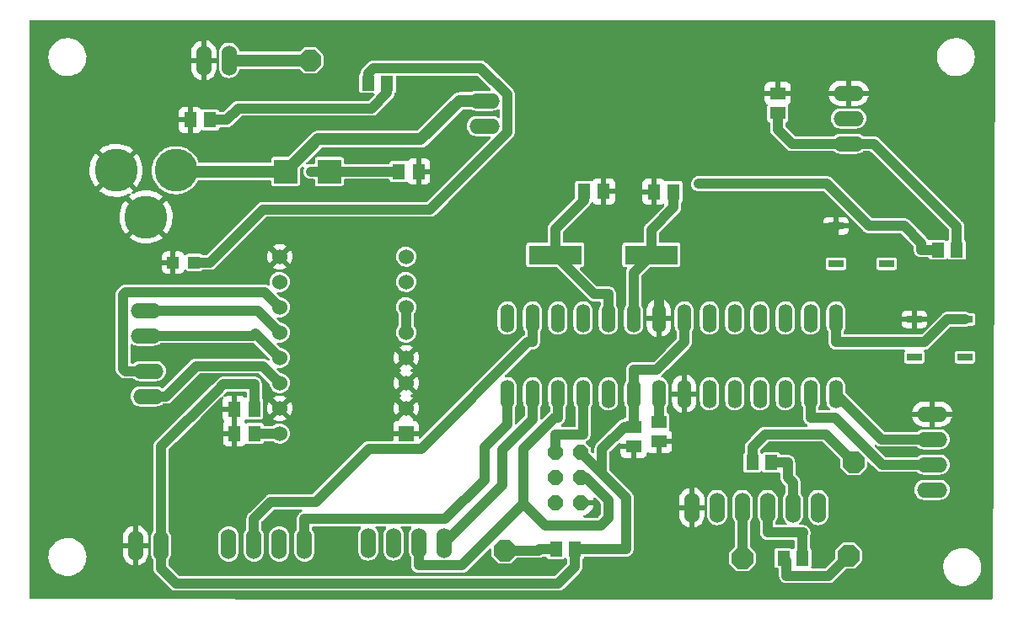
<source format=gtl>
%TF.GenerationSoftware,KiCad,Pcbnew,(6.0.8)*%
%TF.CreationDate,2022-11-16T21:32:55-08:00*%
%TF.ProjectId,T5Cad,54354361-642e-46b6-9963-61645f706362,2.3.1*%
%TF.SameCoordinates,Original*%
%TF.FileFunction,Copper,L1,Top*%
%TF.FilePolarity,Positive*%
%FSLAX46Y46*%
G04 Gerber Fmt 4.6, Leading zero omitted, Abs format (unit mm)*
G04 Created by KiCad (PCBNEW (6.0.8)) date 2022-11-16 21:32:55*
%MOMM*%
%LPD*%
G01*
G04 APERTURE LIST*
G04 Aperture macros list*
%AMOutline5P*
0 Free polygon, 5 corners , with rotation*
0 The origin of the aperture is its center*
0 number of corners: always 5*
0 $1 to $10 corner X, Y*
0 $11 Rotation angle, in degrees counterclockwise*
0 create outline with 5 corners*
4,1,5,$1,$2,$3,$4,$5,$6,$7,$8,$9,$10,$1,$2,$11*%
%AMOutline6P*
0 Free polygon, 6 corners , with rotation*
0 The origin of the aperture is its center*
0 number of corners: always 6*
0 $1 to $12 corner X, Y*
0 $13 Rotation angle, in degrees counterclockwise*
0 create outline with 6 corners*
4,1,6,$1,$2,$3,$4,$5,$6,$7,$8,$9,$10,$11,$12,$1,$2,$13*%
%AMOutline7P*
0 Free polygon, 7 corners , with rotation*
0 The origin of the aperture is its center*
0 number of corners: always 7*
0 $1 to $14 corner X, Y*
0 $15 Rotation angle, in degrees counterclockwise*
0 create outline with 7 corners*
4,1,7,$1,$2,$3,$4,$5,$6,$7,$8,$9,$10,$11,$12,$13,$14,$1,$2,$15*%
%AMOutline8P*
0 Free polygon, 8 corners , with rotation*
0 The origin of the aperture is its center*
0 number of corners: always 8*
0 $1 to $16 corner X, Y*
0 $17 Rotation angle, in degrees counterclockwise*
0 create outline with 8 corners*
4,1,8,$1,$2,$3,$4,$5,$6,$7,$8,$9,$10,$11,$12,$13,$14,$15,$16,$1,$2,$17*%
G04 Aperture macros list end*
%TA.AperFunction,ComponentPad*%
%ADD10Outline8P,-1.079500X0.447144X-0.447144X1.079500X0.447144X1.079500X1.079500X0.447144X1.079500X-0.447144X0.447144X-1.079500X-0.447144X-1.079500X-1.079500X-0.447144X0.000000*%
%TD*%
%TA.AperFunction,ComponentPad*%
%ADD11O,3.048000X1.524000*%
%TD*%
%TA.AperFunction,SMDPad,CuDef*%
%ADD12R,1.300000X1.500000*%
%TD*%
%TA.AperFunction,ComponentPad*%
%ADD13Outline8P,-0.775000X0.321016X-0.321016X0.775000X0.321016X0.775000X0.775000X0.321016X0.775000X-0.321016X0.321016X-0.775000X-0.321016X-0.775000X-0.775000X-0.321016X270.000000*%
%TD*%
%TA.AperFunction,ComponentPad*%
%ADD14O,1.524000X3.048000*%
%TD*%
%TA.AperFunction,SMDPad,CuDef*%
%ADD15R,1.300000X1.600000*%
%TD*%
%TA.AperFunction,SMDPad,CuDef*%
%ADD16R,1.200000X1.200000*%
%TD*%
%TA.AperFunction,SMDPad,CuDef*%
%ADD17R,1.524000X0.762000*%
%TD*%
%TA.AperFunction,ComponentPad*%
%ADD18R,1.530000X1.530000*%
%TD*%
%TA.AperFunction,ComponentPad*%
%ADD19C,1.530000*%
%TD*%
%TA.AperFunction,SMDPad,CuDef*%
%ADD20R,5.334000X1.930400*%
%TD*%
%TA.AperFunction,SMDPad,CuDef*%
%ADD21R,1.600000X1.300000*%
%TD*%
%TA.AperFunction,ComponentPad*%
%ADD22O,1.422400X2.844800*%
%TD*%
%TA.AperFunction,SMDPad,CuDef*%
%ADD23R,2.400000X2.400000*%
%TD*%
%TA.AperFunction,ComponentPad*%
%ADD24C,4.318000*%
%TD*%
%TA.AperFunction,ViaPad*%
%ADD25C,0.800000*%
%TD*%
%TA.AperFunction,Conductor*%
%ADD26C,1.000000*%
%TD*%
%TA.AperFunction,Conductor*%
%ADD27C,1.200000*%
%TD*%
G04 APERTURE END LIST*
D10*
%TO.P,TP3,TP,TP*%
%TO.N,Net-(J3-Pad3)*%
X178308000Y-101600000D03*
%TD*%
D11*
%TO.P,JP2,1,1*%
%TO.N,+5V*%
X188976000Y-59944000D03*
%TO.P,JP2,2,2*%
%TO.N,Net-(JP2-Pad2)*%
X188976000Y-57404000D03*
%TO.P,JP2,3,3*%
%TO.N,GND*%
X188976000Y-54864000D03*
%TD*%
D12*
%TO.P,R3,1*%
%TO.N,Net-(R3-Pad1)*%
X179313800Y-91998800D03*
%TO.P,R3,2*%
%TO.N,Net-(J3-Pad5)*%
X181213800Y-91998800D03*
%TD*%
D13*
%TO.P,J1,1,1*%
%TO.N,Net-(J1-Pad1)*%
X159512000Y-90932000D03*
%TO.P,J1,2,2*%
%TO.N,+5V*%
X162052000Y-90932000D03*
%TO.P,J1,3,3*%
%TO.N,Net-(J1-Pad3)*%
X159512000Y-93472000D03*
%TO.P,J1,4,4*%
%TO.N,Net-(J1-Pad4)*%
X162052000Y-93472000D03*
%TO.P,J1,5,5*%
%TO.N,Net-(J1-Pad5)*%
X159512000Y-96012000D03*
%TO.P,J1,6,6*%
%TO.N,GND*%
X162052000Y-96012000D03*
%TD*%
D14*
%TO.P,JP4,1,1*%
%TO.N,Net-(J1-Pad3)*%
X140716000Y-100076000D03*
%TO.P,JP4,2,2*%
%TO.N,Net-(J1-Pad1)*%
X143256000Y-100076000D03*
%TO.P,JP4,3,3*%
%TO.N,Net-(J1-Pad4)*%
X145796000Y-100076000D03*
%TO.P,JP4,4,4*%
%TO.N,Net-(JP4-Pad4)*%
X148336000Y-100076000D03*
%TD*%
D15*
%TO.P,C6,1*%
%TO.N,Net-(C6-Pad1)*%
X143780000Y-62738000D03*
%TO.P,C6,2*%
%TO.N,GND*%
X145780000Y-62738000D03*
%TD*%
%TO.P,C7,1*%
%TO.N,GND*%
X127270000Y-86614000D03*
%TO.P,C7,2*%
%TO.N,+5V*%
X129270000Y-86614000D03*
%TD*%
%TO.P,C10,1*%
%TO.N,+5V*%
X124834800Y-57556400D03*
%TO.P,C10,2*%
%TO.N,GND*%
X122834800Y-57556400D03*
%TD*%
D10*
%TO.P,TP4,TP,TP*%
%TO.N,Net-(C6-Pad1)*%
X134874000Y-51562000D03*
%TD*%
%TO.P,TP5,TP,TP*%
%TO.N,Net-(J1-Pad5)*%
X154432000Y-100838000D03*
%TD*%
D15*
%TO.P,C2,1*%
%TO.N,GND*%
X169418000Y-64770000D03*
%TO.P,C2,2*%
%TO.N,Net-(C2-Pad2)*%
X171418000Y-64770000D03*
%TD*%
D12*
%TO.P,R1,1*%
%TO.N,+5V*%
X161478000Y-100711000D03*
%TO.P,R1,2*%
%TO.N,Net-(J1-Pad5)*%
X159578000Y-100711000D03*
%TD*%
D15*
%TO.P,C1,1*%
%TO.N,GND*%
X164363400Y-64744600D03*
%TO.P,C1,2*%
%TO.N,Net-(C1-Pad2)*%
X162363400Y-64744600D03*
%TD*%
D16*
%TO.P,D1,A,A*%
%TO.N,Net-(D1-PadA)*%
X123224000Y-71882000D03*
%TO.P,D1,C,C*%
%TO.N,GND*%
X121124000Y-71882000D03*
%TD*%
D17*
%TO.P,SW1,1,A*%
%TO.N,GND*%
X195580000Y-77597000D03*
%TO.P,SW1,2,B*%
%TO.N,Net-(J1-Pad5)*%
X200660000Y-77597000D03*
%TO.P,SW1,3*%
%TO.N,N/C*%
X195580000Y-81407000D03*
%TO.P,SW1,4*%
X200660000Y-81407000D03*
%TD*%
D15*
%TO.P,C9,1*%
%TO.N,Net-(C9-Pad1)*%
X129302000Y-89077800D03*
%TO.P,C9,2*%
%TO.N,GND*%
X127302000Y-89077800D03*
%TD*%
D18*
%TO.P,U8,1,~{ENABLE}*%
%TO.N,GND*%
X144516600Y-89077800D03*
D19*
%TO.P,U8,2,MS1*%
X144516600Y-86537800D03*
%TO.P,U8,3,MS2*%
X144516600Y-83997800D03*
%TO.P,U8,4,MS3*%
X144516600Y-81457800D03*
%TO.P,U8,5,~{RESET}*%
%TO.N,Net-(U8-Pad5)*%
X144516600Y-78917800D03*
%TO.P,U8,6,~{SLEEP}*%
X144516600Y-76377800D03*
%TO.P,U8,7,STEP*%
%TO.N,Net-(U4-Pad5)*%
X144516600Y-73837800D03*
%TO.P,U8,8,DIR*%
%TO.N,Net-(U4-Pad4)*%
X144516600Y-71297800D03*
%TO.P,U8,9,GND*%
%TO.N,GND*%
X131816600Y-71297800D03*
%TO.P,U8,10,VDD*%
%TO.N,+5V*%
X131816600Y-73837800D03*
%TO.P,U8,11,1B*%
%TO.N,Net-(JP8-Pad2)*%
X131816600Y-76377800D03*
%TO.P,U8,12,1A*%
%TO.N,Net-(JP9-Pad1)*%
X131816600Y-78917800D03*
%TO.P,U8,13,2A*%
%TO.N,Net-(JP9-Pad2)*%
X131816600Y-81457800D03*
%TO.P,U8,14,2B*%
%TO.N,Net-(JP8-Pad1)*%
X131816600Y-83997800D03*
%TO.P,U8,15,GND*%
%TO.N,GND*%
X131816600Y-86537800D03*
%TO.P,U8,16,VMOT*%
%TO.N,Net-(C9-Pad1)*%
X131816600Y-89077800D03*
%TD*%
D20*
%TO.P,Y1,1,1*%
%TO.N,Net-(C2-Pad2)*%
X169164000Y-71120000D03*
%TO.P,Y1,2,2*%
%TO.N,Net-(C1-Pad2)*%
X159512000Y-71120000D03*
%TD*%
D21*
%TO.P,C5,1*%
%TO.N,+5V*%
X167386000Y-88392000D03*
%TO.P,C5,2*%
%TO.N,GND*%
X167386000Y-90392000D03*
%TD*%
%TO.P,C3,1*%
%TO.N,Net-(C3-Pad1)*%
X169926000Y-87884000D03*
%TO.P,C3,2*%
%TO.N,GND*%
X169926000Y-89884000D03*
%TD*%
D11*
%TO.P,JP5,1,1*%
%TO.N,Net-(C9-Pad1)*%
X152400000Y-58166000D03*
%TO.P,JP5,2,2*%
%TO.N,+12V*%
X152400000Y-55626000D03*
%TD*%
%TO.P,JP1,1,1*%
%TO.N,GND*%
X197358000Y-87122000D03*
%TO.P,JP1,2,2*%
%TO.N,Net-(JP1-Pad2)*%
X197358000Y-89662000D03*
%TO.P,JP1,3,3*%
%TO.N,Net-(JP1-Pad3)*%
X197358000Y-92202000D03*
%TO.P,JP1,4,4*%
%TO.N,+5V*%
X197358000Y-94742000D03*
%TD*%
D12*
%TO.P,R6,1*%
%TO.N,Net-(D1-PadA)*%
X140716000Y-53848000D03*
%TO.P,R6,2*%
%TO.N,+5V*%
X142616000Y-53848000D03*
%TD*%
D11*
%TO.P,JP8,1,1*%
%TO.N,Net-(JP8-Pad1)*%
X118618000Y-85344000D03*
%TO.P,JP8,2,2*%
%TO.N,Net-(JP8-Pad2)*%
X118618000Y-82804000D03*
%TD*%
D14*
%TO.P,J3,1,1*%
%TO.N,GND*%
X173228000Y-96520000D03*
%TO.P,J3,2,2*%
%TO.N,unconnected-(J3-Pad2)*%
X175768000Y-96520000D03*
%TO.P,J3,3,3*%
%TO.N,Net-(J3-Pad3)*%
X178308000Y-96520000D03*
%TO.P,J3,4,4*%
%TO.N,Net-(J3-Pad4)*%
X180848000Y-96520000D03*
%TO.P,J3,5,5*%
%TO.N,Net-(J3-Pad5)*%
X183388000Y-96520000D03*
%TO.P,J3,6,6*%
%TO.N,unconnected-(J3-Pad6)*%
X185928000Y-96520000D03*
%TD*%
D17*
%TO.P,SW2,1,A*%
%TO.N,GND*%
X187706000Y-68199000D03*
%TO.P,SW2,2,B*%
%TO.N,Net-(R4-Pad2)*%
X192786000Y-68199000D03*
%TO.P,SW2,3*%
%TO.N,N/C*%
X187706000Y-72009000D03*
%TO.P,SW2,4*%
X192786000Y-72009000D03*
%TD*%
D21*
%TO.P,C4,1*%
%TO.N,+5V*%
X181864000Y-56880000D03*
%TO.P,C4,2*%
%TO.N,GND*%
X181864000Y-54880000D03*
%TD*%
D12*
%TO.P,R4,1*%
%TO.N,+5V*%
X199832000Y-70612000D03*
%TO.P,R4,2*%
%TO.N,Net-(R4-Pad2)*%
X197932000Y-70612000D03*
%TD*%
D14*
%TO.P,JP6,1,1*%
%TO.N,Net-(C6-Pad1)*%
X126746000Y-51562000D03*
%TO.P,JP6,2,2*%
%TO.N,GND*%
X124206000Y-51562000D03*
%TD*%
D12*
%TO.P,R2,1*%
%TO.N,Net-(R2-Pad1)*%
X182438000Y-101600000D03*
%TO.P,R2,2*%
%TO.N,Net-(J3-Pad4)*%
X184338000Y-101600000D03*
%TD*%
D10*
%TO.P,TP1,TP,TP*%
%TO.N,Net-(R2-Pad1)*%
X188976000Y-101346000D03*
%TD*%
D22*
%TO.P,U4,1,PC6/~{RESET}*%
%TO.N,Net-(J1-Pad5)*%
X187706000Y-77470000D03*
%TO.P,U4,2,PD0*%
%TO.N,Net-(R2-Pad1)*%
X185166000Y-77470000D03*
%TO.P,U4,3,PD1*%
%TO.N,Net-(R3-Pad1)*%
X182626000Y-77470000D03*
%TO.P,U4,4,PD2*%
%TO.N,Net-(U4-Pad4)*%
X180086000Y-77470000D03*
%TO.P,U4,5,PD3*%
%TO.N,Net-(U4-Pad5)*%
X177546000Y-77470000D03*
%TO.P,U4,6,PD4*%
%TO.N,Net-(JP2-Pad2)*%
X175006000Y-77470000D03*
%TO.P,U4,7,VCC*%
%TO.N,+5V*%
X172466000Y-77470000D03*
%TO.P,U4,8,GND*%
%TO.N,GND*%
X169926000Y-77470000D03*
%TO.P,U4,9,PB6*%
%TO.N,Net-(C2-Pad2)*%
X167386000Y-77470000D03*
%TO.P,U4,10,PB7*%
%TO.N,Net-(C1-Pad2)*%
X164846000Y-77470000D03*
%TO.P,U4,11,PD5*%
%TO.N,Net-(R4-Pad2)*%
X162306000Y-77470000D03*
%TO.P,U4,12,PD6*%
%TO.N,Net-(JP3-Pad4)*%
X159766000Y-77470000D03*
%TO.P,U4,13,PD7*%
%TO.N,Net-(JP3-Pad3)*%
X157226000Y-77470000D03*
%TO.P,U4,14,PB0*%
%TO.N,Net-(JP3-Pad2)*%
X154686000Y-77470000D03*
%TO.P,U4,15,PB1*%
%TO.N,Net-(JP3-Pad1)*%
X154686000Y-85090000D03*
%TO.P,U4,16,PB2*%
%TO.N,Net-(JP4-Pad4)*%
X157226000Y-85090000D03*
%TO.P,U4,17,PB3*%
%TO.N,Net-(J1-Pad4)*%
X159766000Y-85090000D03*
%TO.P,U4,18,PB4*%
%TO.N,Net-(J1-Pad1)*%
X162306000Y-85090000D03*
%TO.P,U4,19,PB5*%
%TO.N,Net-(J1-Pad3)*%
X164846000Y-85090000D03*
%TO.P,U4,20,AVCC*%
%TO.N,+5V*%
X167386000Y-85090000D03*
%TO.P,U4,21,AREF*%
%TO.N,Net-(C3-Pad1)*%
X169926000Y-85090000D03*
%TO.P,U4,22,GND*%
%TO.N,GND*%
X172466000Y-85090000D03*
%TO.P,U4,23,PC0*%
%TO.N,unconnected-(U4-Pad23)*%
X175006000Y-85090000D03*
%TO.P,U4,24,PC1*%
%TO.N,unconnected-(U4-Pad24)*%
X177546000Y-85090000D03*
%TO.P,U4,25,PC2*%
%TO.N,unconnected-(U4-Pad25)*%
X180086000Y-85090000D03*
%TO.P,U4,26,PC3*%
%TO.N,unconnected-(U4-Pad26)*%
X182626000Y-85090000D03*
%TO.P,U4,27,PC4*%
%TO.N,Net-(JP1-Pad3)*%
X185166000Y-85090000D03*
%TO.P,U4,28,PC5*%
%TO.N,Net-(JP1-Pad2)*%
X187706000Y-85090000D03*
%TD*%
D10*
%TO.P,TP2,TP,TP*%
%TO.N,Net-(R3-Pad1)*%
X189484000Y-91948000D03*
%TD*%
D23*
%TO.P,D2,A,A*%
%TO.N,+12V*%
X132420000Y-62738000D03*
%TO.P,D2,C,C*%
%TO.N,Net-(C6-Pad1)*%
X136820000Y-62738000D03*
%TD*%
D11*
%TO.P,JP9,1,1*%
%TO.N,Net-(JP9-Pad1)*%
X118364000Y-76708000D03*
%TO.P,JP9,2,2*%
%TO.N,Net-(JP9-Pad2)*%
X118364000Y-79248000D03*
%TD*%
D14*
%TO.P,JP3,1,1*%
%TO.N,Net-(JP3-Pad1)*%
X134315200Y-100177600D03*
%TO.P,JP3,2,2*%
%TO.N,Net-(JP3-Pad2)*%
X131775200Y-100177600D03*
%TO.P,JP3,3,3*%
%TO.N,Net-(JP3-Pad3)*%
X129235200Y-100177600D03*
%TO.P,JP3,4,4*%
%TO.N,Net-(JP3-Pad4)*%
X126695200Y-100177600D03*
%TD*%
%TO.P,JP7,1,1*%
%TO.N,GND*%
X117348000Y-100330000D03*
%TO.P,JP7,2,2*%
%TO.N,+5V*%
X119888000Y-100330000D03*
%TD*%
D24*
%TO.P,J2,GND,GND*%
%TO.N,GND*%
X115395500Y-62621300D03*
%TO.P,J2,GNDBREAK,GNDBREAK*%
X118395500Y-67321300D03*
%TO.P,J2,PWR,PWR*%
%TO.N,+12V*%
X121395500Y-62621300D03*
%TD*%
D25*
%TO.N,+5V*%
X126485000Y-57556400D03*
%TO.N,GND*%
X191262000Y-66548000D03*
X116332000Y-53594000D03*
X123200000Y-65800000D03*
X110998000Y-93472000D03*
X159258000Y-62230000D03*
X198374000Y-75946000D03*
X186944000Y-70612000D03*
X202000000Y-79800000D03*
X124460000Y-93980000D03*
X191008000Y-96266000D03*
X114750000Y-71250000D03*
X146558000Y-54356000D03*
X150622000Y-76962000D03*
%TO.N,Net-(C6-Pad1)*%
X134966000Y-62738000D03*
%TO.N,Net-(R4-Pad2)*%
X173918000Y-63970400D03*
%TD*%
D26*
%TO.N,+12V*%
X121512200Y-62738000D02*
X121395500Y-62621300D01*
D27*
X132420000Y-62738000D02*
X121512200Y-62738000D01*
X146002000Y-59500000D02*
X149876000Y-55626000D01*
X132420000Y-62738000D02*
X135658000Y-59500000D01*
X135658000Y-59500000D02*
X146002000Y-59500000D01*
X149876000Y-55626000D02*
X152400000Y-55626000D01*
D26*
%TO.N,+5V*%
X161478000Y-102461000D02*
X161478000Y-100711000D01*
X159799000Y-104140000D02*
X161478000Y-102461000D01*
X121396000Y-104140000D02*
X159799000Y-104140000D01*
X119888000Y-102632000D02*
X121396000Y-104140000D01*
X119888000Y-100330000D02*
X119888000Y-102632000D01*
%TO.N,Net-(J3-Pad3)*%
X178308000Y-101600000D02*
X178308000Y-96520000D01*
%TO.N,Net-(R2-Pad1)*%
X182758000Y-101920000D02*
X182438000Y-101600000D01*
X182758000Y-103378000D02*
X182758000Y-101920000D01*
X186944000Y-103378000D02*
X188976000Y-101346000D01*
X182758000Y-103378000D02*
X186944000Y-103378000D01*
%TO.N,Net-(J3-Pad4)*%
X184338000Y-99126000D02*
X184338000Y-101600000D01*
X184404000Y-99060000D02*
X184338000Y-99126000D01*
X184388000Y-99044000D02*
X184404000Y-99060000D01*
X180848000Y-99044000D02*
X184388000Y-99044000D01*
%TO.N,+5V*%
X125476000Y-84836000D02*
X125448576Y-84836000D01*
X126199200Y-84112800D02*
X125476000Y-84836000D01*
X129270000Y-84112800D02*
X126199200Y-84112800D01*
X129270000Y-86614000D02*
X129270000Y-84112800D01*
X125448576Y-84836000D02*
X119888000Y-90396576D01*
X119888000Y-90396576D02*
X119888000Y-100330000D01*
%TO.N,Net-(JP8-Pad2)*%
X116332000Y-82804000D02*
X116086000Y-82558000D01*
X118618000Y-82804000D02*
X116332000Y-82804000D01*
X116332000Y-74876400D02*
X116086000Y-75122400D01*
X116086000Y-75122400D02*
X116086000Y-82558000D01*
X130315500Y-74876400D02*
X116332000Y-74876400D01*
X131093000Y-75653900D02*
X130315500Y-74876400D01*
%TO.N,+5V*%
X166624000Y-100711000D02*
X166624000Y-95504000D01*
X124835000Y-57556400D02*
X126485000Y-57556400D01*
X183278000Y-59944000D02*
X188976000Y-59944000D01*
X127653000Y-56388000D02*
X126485000Y-57556400D01*
X169691000Y-82667600D02*
X172466000Y-79892400D01*
X181864000Y-58530000D02*
X183278000Y-59944000D01*
X181864000Y-56880000D02*
X181864000Y-58530000D01*
X167386000Y-82667600D02*
X169691000Y-82667600D01*
X142616000Y-54856000D02*
X141084000Y-56388000D01*
X172466000Y-79892400D02*
X172466000Y-77470000D01*
X191500000Y-59944000D02*
X199832000Y-68276000D01*
X164208000Y-93088000D02*
X162052000Y-90932000D01*
X166428000Y-88392000D02*
X164208000Y-90612000D01*
X199832000Y-68276000D02*
X199832000Y-70612000D01*
X164208000Y-90612000D02*
X164208000Y-93088000D01*
X166624000Y-95504000D02*
X164208000Y-93088000D01*
X188976000Y-59944000D02*
X191500000Y-59944000D01*
X161478000Y-100711000D02*
X166624000Y-100711000D01*
X142616000Y-53848000D02*
X142616000Y-54856000D01*
X124835000Y-57556400D02*
X124834800Y-57556400D01*
X167386000Y-88392000D02*
X166428000Y-88392000D01*
X141084000Y-56388000D02*
X127653000Y-56388000D01*
X167386000Y-88392000D02*
X167386000Y-85090000D01*
X167386000Y-85090000D02*
X167386000Y-82667600D01*
%TO.N,GND*%
X169926000Y-75047600D02*
X170043600Y-74930000D01*
X170043600Y-74930000D02*
X173736000Y-74930000D01*
X187325000Y-68580000D02*
X187706000Y-68199000D01*
X144517000Y-89077800D02*
X144516600Y-89077800D01*
X169926000Y-77470000D02*
X169926000Y-75047600D01*
X173736000Y-74930000D02*
X180086000Y-68580000D01*
X121124000Y-71882000D02*
X121124000Y-72007200D01*
X172466000Y-85090000D02*
X172466000Y-85712400D01*
X180086000Y-68580000D02*
X187325000Y-68580000D01*
X122835000Y-57556400D02*
X122834800Y-57556400D01*
%TO.N,Net-(C6-Pad1)*%
X136820000Y-62738000D02*
X134966000Y-62738000D01*
X143780000Y-62738000D02*
X136820000Y-62738000D01*
D27*
X134874000Y-51562000D02*
X126746000Y-51562000D01*
D26*
%TO.N,Net-(C9-Pad1)*%
X131816600Y-89077800D02*
X129302000Y-89077800D01*
%TO.N,Net-(J1-Pad5)*%
X200660000Y-77597000D02*
X198898000Y-77597000D01*
X196602600Y-79892400D02*
X187706000Y-79892400D01*
X157928000Y-100711000D02*
X159578000Y-100711000D01*
X187706000Y-79892400D02*
X187706000Y-77470000D01*
X157801000Y-100838000D02*
X157928000Y-100711000D01*
X154432000Y-100838000D02*
X157801000Y-100838000D01*
X198898000Y-77597000D02*
X196602600Y-79892400D01*
%TO.N,Net-(J3-Pad4)*%
X180848000Y-99044000D02*
X180848000Y-96520000D01*
%TO.N,Net-(C2-Pad2)*%
X167386000Y-72898000D02*
X169164000Y-71120000D01*
X171418000Y-66326000D02*
X171418000Y-64770000D01*
X167386000Y-77470000D02*
X167386000Y-72898000D01*
X169164000Y-68580000D02*
X171418000Y-66326000D01*
X169164000Y-71120000D02*
X169164000Y-68580000D01*
%TO.N,Net-(C1-Pad2)*%
X164846000Y-75047600D02*
X163439600Y-75047600D01*
X162363000Y-65644600D02*
X162363400Y-65644200D01*
X162363000Y-64744600D02*
X162363000Y-65644600D01*
X163439600Y-75047600D02*
X159512000Y-71120000D01*
X164846000Y-77470000D02*
X164846000Y-75047600D01*
X162363400Y-65644200D02*
X162363400Y-64744600D01*
X159512000Y-68495600D02*
X162363000Y-65644600D01*
X159512000Y-71120000D02*
X159512000Y-68495600D01*
%TO.N,Net-(J3-Pad5)*%
X183388000Y-96520000D02*
X183388000Y-93996000D01*
X183388000Y-93996000D02*
X182864000Y-93471800D01*
X182864000Y-93471800D02*
X182864000Y-91998800D01*
X182864000Y-91998800D02*
X181214000Y-91998800D01*
X181214000Y-91998800D02*
X181213800Y-91998800D01*
%TO.N,Net-(JP3-Pad3)*%
X140797200Y-90596800D02*
X135437900Y-95956100D01*
X146035600Y-90596800D02*
X140797200Y-90596800D01*
X129235200Y-98916000D02*
X129235200Y-100177600D01*
X157226000Y-77470000D02*
X157226000Y-79892400D01*
X135437900Y-95956100D02*
X130933000Y-95956100D01*
X129235000Y-98915800D02*
X129235200Y-98916000D01*
X129235000Y-97653600D02*
X129235000Y-98915800D01*
X157226000Y-79892400D02*
X156740000Y-79892400D01*
X130933000Y-95956100D02*
X129235000Y-97653600D01*
X129235000Y-98915800D02*
X129235000Y-100178000D01*
X156740000Y-79892400D02*
X146035600Y-90596800D01*
%TO.N,Net-(JP3-Pad1)*%
X152400000Y-90426288D02*
X154686000Y-88140288D01*
X134315000Y-97653600D02*
X148472400Y-97653600D01*
X148472400Y-97653600D02*
X152400000Y-93726000D01*
X154686000Y-88140288D02*
X154686000Y-85090000D01*
X134315200Y-98916000D02*
X134315200Y-100177600D01*
X134315000Y-98915800D02*
X134315000Y-97653600D01*
X152400000Y-93726000D02*
X152400000Y-90426288D01*
X134315000Y-98915800D02*
X134315200Y-98916000D01*
X134315000Y-100178000D02*
X134315000Y-98915800D01*
%TO.N,Net-(C3-Pad1)*%
X169926000Y-87884000D02*
X169926000Y-85090000D01*
%TO.N,Net-(D1-PadA)*%
X154678000Y-58793900D02*
X154678000Y-54998100D01*
X154678000Y-54998100D02*
X152024000Y-52344000D01*
X124824000Y-71882000D02*
X130158000Y-66548000D01*
X152024000Y-52344000D02*
X141212000Y-52344000D01*
X123224000Y-71882000D02*
X124824000Y-71882000D01*
X146924000Y-66548000D02*
X154678000Y-58793900D01*
X130158000Y-66548000D02*
X146924000Y-66548000D01*
X140716000Y-52840000D02*
X140716000Y-53848000D01*
X141212000Y-52344000D02*
X140716000Y-52840000D01*
%TO.N,Net-(JP4-Pad4)*%
X154178000Y-94234000D02*
X148336000Y-100076000D01*
X157226000Y-85090000D02*
X157226000Y-87630000D01*
X157226000Y-87630000D02*
X154178000Y-90678000D01*
X154178000Y-90678000D02*
X154178000Y-94234000D01*
%TO.N,Net-(J1-Pad4)*%
X156317000Y-96159000D02*
X150122000Y-102354000D01*
X156317000Y-94933100D02*
X156317000Y-96119000D01*
X156317000Y-94933100D02*
X156317000Y-96159000D01*
X156317000Y-90604000D02*
X156317000Y-94933100D01*
X159409000Y-87512400D02*
X156317000Y-90604000D01*
X164084000Y-98298000D02*
X164846000Y-97536000D01*
X162560000Y-93472000D02*
X162052000Y-93472000D01*
X145796000Y-102354000D02*
X145796000Y-100076000D01*
X164846000Y-95758000D02*
X162560000Y-93472000D01*
X156317000Y-96119000D02*
X158496000Y-98298000D01*
X150122000Y-102354000D02*
X145796000Y-102354000D01*
X159766000Y-85090000D02*
X159766000Y-87512400D01*
X158496000Y-98298000D02*
X164084000Y-98298000D01*
X164846000Y-97536000D02*
X164846000Y-95758000D01*
X159766000Y-87512400D02*
X159409000Y-87512400D01*
%TO.N,Net-(J1-Pad1)*%
X159539226Y-89155500D02*
X162306000Y-89155500D01*
X159512000Y-89182723D02*
X159539226Y-89155500D01*
X162306000Y-89155500D02*
X162306000Y-85090000D01*
X159512000Y-90932000D02*
X159512000Y-89182723D01*
%TO.N,Net-(U8-Pad5)*%
X144516600Y-76377800D02*
X144516600Y-78917800D01*
%TO.N,Net-(JP1-Pad3)*%
X187644000Y-87512400D02*
X192334000Y-92202000D01*
X192334000Y-92202000D02*
X197358000Y-92202000D01*
X185166000Y-85090000D02*
X185166000Y-87512400D01*
X185166000Y-87512400D02*
X187644000Y-87512400D01*
%TO.N,Net-(JP1-Pad2)*%
X192278000Y-89662000D02*
X187706000Y-85090000D01*
X197358000Y-89662000D02*
X192278000Y-89662000D01*
%TO.N,Net-(JP8-Pad2)*%
X131093000Y-75653900D02*
X131817000Y-76377800D01*
X131093000Y-75653900D02*
X131816600Y-76377500D01*
X131816600Y-76377500D02*
X131816600Y-76377800D01*
%TO.N,Net-(JP9-Pad1)*%
X129607200Y-76708000D02*
X131816800Y-78917600D01*
X118364000Y-76708000D02*
X129607200Y-76708000D01*
%TO.N,Net-(JP9-Pad2)*%
X129353200Y-78994000D02*
X131816800Y-81457600D01*
X129353200Y-78994000D02*
X129099200Y-79248000D01*
X129099200Y-79248000D02*
X118364000Y-79248000D01*
%TO.N,Net-(JP8-Pad1)*%
X131816600Y-83997800D02*
X131816800Y-83997600D01*
X123444000Y-82296000D02*
X120396000Y-85344000D01*
X130115200Y-82296000D02*
X123444000Y-82296000D01*
X131816800Y-83997600D02*
X130115200Y-82296000D01*
X120396000Y-85344000D02*
X118618000Y-85344000D01*
%TO.N,Net-(R3-Pad1)*%
X186690000Y-89154000D02*
X189484000Y-91948000D01*
X179314000Y-91216500D02*
X179314000Y-90434200D01*
X179314000Y-91998800D02*
X179314000Y-91216500D01*
X180594000Y-89154000D02*
X186690000Y-89154000D01*
X179314000Y-91216500D02*
X179313800Y-91216700D01*
X179314000Y-90434200D02*
X180594000Y-89154000D01*
X179313800Y-91216700D02*
X179313800Y-91998800D01*
%TO.N,Net-(R4-Pad2)*%
X192786000Y-68199000D02*
X194548000Y-68199000D01*
X192786000Y-68199000D02*
X191024000Y-68199000D01*
X194548000Y-68199000D02*
X196282000Y-69933000D01*
X196282000Y-69933000D02*
X196282000Y-70612000D01*
X186795000Y-63970400D02*
X173918000Y-63970400D01*
X191024000Y-68199000D02*
X186795000Y-63970400D01*
X196282000Y-70612000D02*
X197932000Y-70612000D01*
%TD*%
%TA.AperFunction,Conductor*%
%TO.N,GND*%
G36*
X163087228Y-47504306D02*
G01*
X203563369Y-47508435D01*
X203631488Y-47528444D01*
X203677975Y-47582104D01*
X203689355Y-47634860D01*
X203551792Y-88394824D01*
X203496091Y-104899174D01*
X203493638Y-105625860D01*
X203473406Y-105693913D01*
X203419594Y-105740225D01*
X203367626Y-105751435D01*
X148166002Y-105745793D01*
X106806487Y-105741565D01*
X106738368Y-105721556D01*
X106691881Y-105667896D01*
X106680500Y-105615565D01*
X106680500Y-101543346D01*
X108589895Y-101543346D01*
X108616159Y-101818628D01*
X108617243Y-101823058D01*
X108617244Y-101823064D01*
X108659524Y-101995845D01*
X108681887Y-102087235D01*
X108683602Y-102091470D01*
X108683603Y-102091472D01*
X108781418Y-102332966D01*
X108785701Y-102343540D01*
X108925427Y-102582174D01*
X108966742Y-102633836D01*
X109094570Y-102793677D01*
X109098138Y-102798139D01*
X109300216Y-102986909D01*
X109527427Y-103144531D01*
X109583074Y-103172215D01*
X109770925Y-103265670D01*
X109770928Y-103265671D01*
X109775012Y-103267703D01*
X110037785Y-103353844D01*
X110042276Y-103354624D01*
X110042277Y-103354624D01*
X110306459Y-103400494D01*
X110306467Y-103400495D01*
X110310240Y-103401150D01*
X110314077Y-103401341D01*
X110396047Y-103405422D01*
X110396055Y-103405422D01*
X110397618Y-103405500D01*
X110570247Y-103405500D01*
X110572515Y-103405335D01*
X110572527Y-103405335D01*
X110706051Y-103395646D01*
X110775807Y-103390585D01*
X110780262Y-103389601D01*
X110780265Y-103389601D01*
X111041379Y-103331952D01*
X111041382Y-103331951D01*
X111045835Y-103330968D01*
X111304430Y-103232996D01*
X111521320Y-103112524D01*
X111542180Y-103100937D01*
X111542181Y-103100937D01*
X111546173Y-103098719D01*
X111626024Y-103037779D01*
X111762375Y-102933720D01*
X111762379Y-102933716D01*
X111766000Y-102930953D01*
X111784364Y-102912168D01*
X111956120Y-102736469D01*
X111959306Y-102733210D01*
X112099665Y-102540377D01*
X112119355Y-102513326D01*
X112119355Y-102513325D01*
X112122043Y-102509633D01*
X112250800Y-102264906D01*
X112342881Y-102004155D01*
X112378574Y-101823064D01*
X112395475Y-101737315D01*
X112395476Y-101737309D01*
X112396356Y-101732843D01*
X112396583Y-101728287D01*
X112409878Y-101461223D01*
X112409878Y-101461217D01*
X112410105Y-101456654D01*
X112383841Y-101181372D01*
X112380090Y-101166040D01*
X112375360Y-101146711D01*
X116078000Y-101146711D01*
X116078249Y-101152306D01*
X116092521Y-101312212D01*
X116094503Y-101323226D01*
X116151361Y-101531065D01*
X116155255Y-101541538D01*
X116248026Y-101736037D01*
X116253710Y-101745648D01*
X116379459Y-101920644D01*
X116386758Y-101929100D01*
X116541500Y-102079056D01*
X116550197Y-102086098D01*
X116729040Y-102206276D01*
X116738843Y-102211665D01*
X116936143Y-102298274D01*
X116946738Y-102301840D01*
X117076385Y-102332966D01*
X117090470Y-102332261D01*
X117094000Y-102323382D01*
X117094000Y-102322498D01*
X117602000Y-102322498D01*
X117606106Y-102336480D01*
X117616352Y-102338070D01*
X117618475Y-102337619D01*
X117824435Y-102274257D01*
X117834780Y-102270036D01*
X118026267Y-102171202D01*
X118035698Y-102165217D01*
X118206663Y-102034032D01*
X118214876Y-102026479D01*
X118359909Y-101867090D01*
X118366664Y-101858190D01*
X118481166Y-101675657D01*
X118486247Y-101665687D01*
X118566617Y-101465760D01*
X118569848Y-101455060D01*
X118613745Y-101243084D01*
X118614948Y-101233947D01*
X118617895Y-101182840D01*
X118618000Y-101179194D01*
X118618000Y-101142157D01*
X118871500Y-101142157D01*
X118871800Y-101145213D01*
X118871800Y-101145220D01*
X118875345Y-101181372D01*
X118886035Y-101290394D01*
X118887816Y-101296293D01*
X118887817Y-101296298D01*
X118936545Y-101457691D01*
X118943652Y-101481232D01*
X118988797Y-101566138D01*
X119033325Y-101649882D01*
X119037239Y-101657244D01*
X119041129Y-101662014D01*
X119041132Y-101662018D01*
X119105143Y-101740502D01*
X119132697Y-101805934D01*
X119133500Y-101820138D01*
X119133500Y-102565235D01*
X119132067Y-102584184D01*
X119128826Y-102605489D01*
X119129419Y-102612780D01*
X119129419Y-102612783D01*
X119133085Y-102657848D01*
X119133500Y-102668063D01*
X119133500Y-102676053D01*
X119133925Y-102679697D01*
X119136771Y-102704113D01*
X119137204Y-102708487D01*
X119139464Y-102736263D01*
X119143090Y-102780847D01*
X119145345Y-102787809D01*
X119146518Y-102793677D01*
X119147890Y-102799484D01*
X119148738Y-102806754D01*
X119173532Y-102875060D01*
X119174940Y-102879163D01*
X119197312Y-102948222D01*
X119201109Y-102954479D01*
X119203602Y-102959926D01*
X119206270Y-102965254D01*
X119208768Y-102972134D01*
X119236968Y-103015146D01*
X119248568Y-103032839D01*
X119250915Y-103036559D01*
X119285673Y-103093838D01*
X119288583Y-103098633D01*
X119294026Y-103104796D01*
X119295949Y-103106974D01*
X119295924Y-103106996D01*
X119298624Y-103110041D01*
X119301220Y-103113146D01*
X119305234Y-103119268D01*
X119331902Y-103144531D01*
X119361126Y-103172215D01*
X119363568Y-103174593D01*
X120091408Y-103902432D01*
X120815277Y-104626301D01*
X120827662Y-104640712D01*
X120840437Y-104658071D01*
X120849369Y-104665659D01*
X120880479Y-104692089D01*
X120887995Y-104699019D01*
X120893638Y-104704662D01*
X120915798Y-104722194D01*
X120919173Y-104724961D01*
X120974520Y-104771982D01*
X120981040Y-104775311D01*
X120986018Y-104778631D01*
X120991092Y-104781764D01*
X120996833Y-104786307D01*
X121003465Y-104789407D01*
X121003469Y-104789409D01*
X121062609Y-104817049D01*
X121066562Y-104818981D01*
X121124692Y-104848664D01*
X121124694Y-104848665D01*
X121131212Y-104851993D01*
X121138321Y-104853732D01*
X121143951Y-104855826D01*
X121149593Y-104857703D01*
X121156221Y-104860801D01*
X121163383Y-104862291D01*
X121163384Y-104862291D01*
X121227314Y-104875588D01*
X121231603Y-104876559D01*
X121265732Y-104884910D01*
X121302108Y-104893811D01*
X121307710Y-104894159D01*
X121307713Y-104894159D01*
X121313214Y-104894500D01*
X121313212Y-104894534D01*
X121317271Y-104894777D01*
X121321305Y-104895137D01*
X121328473Y-104896628D01*
X121335790Y-104896430D01*
X121405415Y-104894546D01*
X121408823Y-104894500D01*
X159732235Y-104894500D01*
X159751185Y-104895933D01*
X159765255Y-104898074D01*
X159765259Y-104898074D01*
X159772489Y-104899174D01*
X159779780Y-104898581D01*
X159779783Y-104898581D01*
X159824848Y-104894915D01*
X159835063Y-104894500D01*
X159843053Y-104894500D01*
X159850302Y-104893655D01*
X159871113Y-104891229D01*
X159875487Y-104890796D01*
X159940549Y-104885504D01*
X159940552Y-104885503D01*
X159947847Y-104884910D01*
X159954809Y-104882655D01*
X159960677Y-104881482D01*
X159966484Y-104880110D01*
X159973754Y-104879262D01*
X160042060Y-104854468D01*
X160046163Y-104853060D01*
X160115222Y-104830688D01*
X160121479Y-104826891D01*
X160126926Y-104824398D01*
X160132254Y-104821730D01*
X160139134Y-104819232D01*
X160199849Y-104779426D01*
X160203559Y-104777085D01*
X160260838Y-104742327D01*
X160260840Y-104742325D01*
X160265633Y-104739417D01*
X160273974Y-104732051D01*
X160273996Y-104732076D01*
X160277041Y-104729376D01*
X160280146Y-104726780D01*
X160286268Y-104722766D01*
X160339216Y-104666873D01*
X160341593Y-104664432D01*
X161964304Y-103041721D01*
X161978717Y-103029334D01*
X161990172Y-103020904D01*
X161996071Y-103016563D01*
X162030083Y-102976528D01*
X162037013Y-102969012D01*
X162042663Y-102963362D01*
X162044933Y-102960493D01*
X162044940Y-102960485D01*
X162060186Y-102941214D01*
X162062973Y-102937814D01*
X162105247Y-102888054D01*
X162105248Y-102888052D01*
X162109982Y-102882480D01*
X162113309Y-102875964D01*
X162116622Y-102870996D01*
X162119763Y-102865910D01*
X162124307Y-102860167D01*
X162151841Y-102801256D01*
X162155053Y-102794383D01*
X162156984Y-102790433D01*
X162186203Y-102733210D01*
X162189993Y-102725788D01*
X162191733Y-102718678D01*
X162193820Y-102713066D01*
X162195702Y-102707409D01*
X162198801Y-102700778D01*
X162203378Y-102678776D01*
X162213591Y-102629672D01*
X162214562Y-102625383D01*
X162225135Y-102582174D01*
X162231811Y-102554892D01*
X162232230Y-102548149D01*
X162232500Y-102543786D01*
X162232534Y-102543788D01*
X162232777Y-102539750D01*
X162233139Y-102535689D01*
X162234629Y-102528527D01*
X162232546Y-102451548D01*
X162232500Y-102448140D01*
X162232500Y-102072329D01*
X176973999Y-102072329D01*
X176988939Y-102146864D01*
X176995832Y-102157160D01*
X176995832Y-102157161D01*
X177005767Y-102172001D01*
X177030733Y-102209295D01*
X177698703Y-102877264D01*
X177728830Y-102897331D01*
X177751662Y-102912539D01*
X177751664Y-102912540D01*
X177761974Y-102919407D01*
X177774128Y-102921813D01*
X177774129Y-102921814D01*
X177794711Y-102925889D01*
X177835675Y-102934000D01*
X178305143Y-102934000D01*
X178774096Y-102934001D01*
X178780329Y-102934001D01*
X178854864Y-102919061D01*
X178901182Y-102888054D01*
X178912175Y-102880695D01*
X178912178Y-102880693D01*
X178917295Y-102877267D01*
X179585264Y-102209297D01*
X179610106Y-102172001D01*
X179620539Y-102156338D01*
X179620540Y-102156336D01*
X179627407Y-102146026D01*
X179632814Y-102118721D01*
X179634371Y-102110855D01*
X179642000Y-102072325D01*
X179642001Y-101127671D01*
X179627061Y-101053136D01*
X179602336Y-101016202D01*
X179588695Y-100995825D01*
X179588693Y-100995822D01*
X179585267Y-100990705D01*
X179099405Y-100504844D01*
X179065380Y-100442531D01*
X179062500Y-100415748D01*
X179062500Y-98010143D01*
X179082502Y-97942022D01*
X179091978Y-97929152D01*
X179146827Y-97863785D01*
X179150786Y-97859067D01*
X179246821Y-97684379D01*
X179259294Y-97645060D01*
X179305234Y-97500242D01*
X179305235Y-97500239D01*
X179307098Y-97494365D01*
X179324500Y-97339216D01*
X179324500Y-95707843D01*
X179324154Y-95704309D01*
X179314343Y-95604257D01*
X179309965Y-95559606D01*
X179308184Y-95553707D01*
X179308183Y-95553702D01*
X179254129Y-95374667D01*
X179252348Y-95368768D01*
X179192823Y-95256817D01*
X179161655Y-95198198D01*
X179161653Y-95198195D01*
X179158761Y-95192756D01*
X179154871Y-95187986D01*
X179154868Y-95187982D01*
X179036663Y-95043049D01*
X179036660Y-95043046D01*
X179032768Y-95038274D01*
X179006729Y-95016732D01*
X178922903Y-94947385D01*
X178879170Y-94911206D01*
X178703815Y-94816392D01*
X178513385Y-94757444D01*
X178507260Y-94756800D01*
X178507259Y-94756800D01*
X178321260Y-94737251D01*
X178321258Y-94737251D01*
X178315131Y-94736607D01*
X178192252Y-94747790D01*
X178122746Y-94754115D01*
X178122745Y-94754115D01*
X178116605Y-94754674D01*
X178110691Y-94756415D01*
X178110689Y-94756415D01*
X177998063Y-94789563D01*
X177925370Y-94810958D01*
X177748709Y-94903314D01*
X177743909Y-94907174D01*
X177743908Y-94907174D01*
X177738893Y-94911206D01*
X177593351Y-95028225D01*
X177465214Y-95180933D01*
X177369179Y-95355621D01*
X177367318Y-95361488D01*
X177367317Y-95361490D01*
X177312608Y-95533953D01*
X177308902Y-95545635D01*
X177291500Y-95700784D01*
X177291500Y-97332157D01*
X177291800Y-97335213D01*
X177291800Y-97335220D01*
X177296415Y-97382284D01*
X177306035Y-97480394D01*
X177307816Y-97486293D01*
X177307817Y-97486298D01*
X177355750Y-97645060D01*
X177363652Y-97671232D01*
X177457239Y-97847244D01*
X177461129Y-97852014D01*
X177461132Y-97852018D01*
X177525143Y-97930502D01*
X177552697Y-97995934D01*
X177553500Y-98010138D01*
X177553500Y-100415747D01*
X177533498Y-100483868D01*
X177516596Y-100504842D01*
X177272224Y-100749215D01*
X177030736Y-100990703D01*
X177013752Y-101016202D01*
X176995461Y-101043662D01*
X176995460Y-101043664D01*
X176988593Y-101053974D01*
X176986187Y-101066128D01*
X176986186Y-101066129D01*
X176982111Y-101086711D01*
X176974000Y-101127675D01*
X176973999Y-102072329D01*
X162232500Y-102072329D01*
X162232500Y-101764608D01*
X162252502Y-101696487D01*
X162288495Y-101659845D01*
X162311484Y-101644484D01*
X162367734Y-101560301D01*
X162370155Y-101548127D01*
X162372163Y-101543281D01*
X162416712Y-101488001D01*
X162488572Y-101465500D01*
X166596316Y-101465500D01*
X166604118Y-101465742D01*
X166665080Y-101469524D01*
X166672295Y-101468284D01*
X166672300Y-101468284D01*
X166728291Y-101458663D01*
X166735036Y-101457691D01*
X166791482Y-101451110D01*
X166791483Y-101451110D01*
X166798754Y-101450262D01*
X166805634Y-101447765D01*
X166805637Y-101447764D01*
X166807576Y-101447060D01*
X166829232Y-101441318D01*
X166838477Y-101439729D01*
X166845213Y-101436863D01*
X166897495Y-101414617D01*
X166903836Y-101412119D01*
X166928286Y-101403244D01*
X166964134Y-101390232D01*
X166970256Y-101386219D01*
X166970259Y-101386217D01*
X166971986Y-101385085D01*
X166991731Y-101374520D01*
X166993629Y-101373712D01*
X166993631Y-101373711D01*
X167000368Y-101370844D01*
X167052028Y-101332827D01*
X167057623Y-101328939D01*
X167105142Y-101297783D01*
X167105145Y-101297780D01*
X167111268Y-101293766D01*
X167116306Y-101288448D01*
X167117721Y-101286955D01*
X167134507Y-101272129D01*
X167142071Y-101266563D01*
X167169781Y-101233947D01*
X167183602Y-101217678D01*
X167188154Y-101212605D01*
X167227226Y-101171359D01*
X167227229Y-101171356D01*
X167232264Y-101166040D01*
X167236974Y-101157931D01*
X167249905Y-101139633D01*
X167251243Y-101138059D01*
X167251246Y-101138055D01*
X167255982Y-101132480D01*
X167285148Y-101075361D01*
X167288410Y-101069379D01*
X167316954Y-101020238D01*
X167316957Y-101020230D01*
X167320632Y-101013904D01*
X167322753Y-101006903D01*
X167322755Y-101006897D01*
X167323354Y-101004918D01*
X167331725Y-100984147D01*
X167332664Y-100982309D01*
X167332666Y-100982304D01*
X167335993Y-100975788D01*
X167351239Y-100913482D01*
X167353037Y-100906911D01*
X167369509Y-100852523D01*
X167371630Y-100845520D01*
X167372211Y-100836154D01*
X167375579Y-100814018D01*
X167376476Y-100810351D01*
X167376477Y-100810342D01*
X167377811Y-100804892D01*
X167378500Y-100793786D01*
X167378500Y-100738684D01*
X167378742Y-100730882D01*
X167382070Y-100677231D01*
X167382524Y-100669920D01*
X167380320Y-100657092D01*
X167378500Y-100635756D01*
X167378500Y-97336711D01*
X171958000Y-97336711D01*
X171958249Y-97342306D01*
X171972521Y-97502212D01*
X171974503Y-97513226D01*
X172031361Y-97721065D01*
X172035255Y-97731538D01*
X172128026Y-97926037D01*
X172133710Y-97935648D01*
X172259459Y-98110644D01*
X172266758Y-98119100D01*
X172421500Y-98269056D01*
X172430197Y-98276098D01*
X172609040Y-98396276D01*
X172618843Y-98401665D01*
X172816143Y-98488274D01*
X172826738Y-98491840D01*
X172956385Y-98522966D01*
X172970470Y-98522261D01*
X172974000Y-98513382D01*
X172974000Y-98512498D01*
X173482000Y-98512498D01*
X173486106Y-98526480D01*
X173496352Y-98528070D01*
X173498475Y-98527619D01*
X173704435Y-98464257D01*
X173714780Y-98460036D01*
X173906267Y-98361202D01*
X173915698Y-98355217D01*
X174086663Y-98224032D01*
X174094876Y-98216479D01*
X174239909Y-98057090D01*
X174246664Y-98048190D01*
X174361166Y-97865657D01*
X174366247Y-97855687D01*
X174446617Y-97655760D01*
X174449848Y-97645060D01*
X174493745Y-97433084D01*
X174494948Y-97423947D01*
X174497895Y-97372840D01*
X174498000Y-97369194D01*
X174498000Y-97332157D01*
X174751500Y-97332157D01*
X174751800Y-97335213D01*
X174751800Y-97335220D01*
X174756415Y-97382284D01*
X174766035Y-97480394D01*
X174767816Y-97486293D01*
X174767817Y-97486298D01*
X174815750Y-97645060D01*
X174823652Y-97671232D01*
X174917239Y-97847244D01*
X174921129Y-97852014D01*
X174921132Y-97852018D01*
X175039337Y-97996951D01*
X175039340Y-97996954D01*
X175043232Y-98001726D01*
X175047980Y-98005654D01*
X175047981Y-98005655D01*
X175087517Y-98038362D01*
X175196830Y-98128794D01*
X175372185Y-98223608D01*
X175562615Y-98282556D01*
X175568740Y-98283200D01*
X175568741Y-98283200D01*
X175754740Y-98302749D01*
X175754742Y-98302749D01*
X175760869Y-98303393D01*
X175888037Y-98291820D01*
X175953254Y-98285885D01*
X175953255Y-98285885D01*
X175959395Y-98285326D01*
X175965309Y-98283585D01*
X175965311Y-98283585D01*
X176144711Y-98230784D01*
X176144710Y-98230784D01*
X176150630Y-98229042D01*
X176327291Y-98136686D01*
X176333463Y-98131724D01*
X176383413Y-98091563D01*
X176482649Y-98011775D01*
X176610786Y-97859067D01*
X176706821Y-97684379D01*
X176719294Y-97645060D01*
X176765234Y-97500242D01*
X176765235Y-97500239D01*
X176767098Y-97494365D01*
X176784500Y-97339216D01*
X176784500Y-95707843D01*
X176784154Y-95704309D01*
X176774343Y-95604257D01*
X176769965Y-95559606D01*
X176768184Y-95553707D01*
X176768183Y-95553702D01*
X176714129Y-95374667D01*
X176712348Y-95368768D01*
X176652823Y-95256817D01*
X176621655Y-95198198D01*
X176621653Y-95198195D01*
X176618761Y-95192756D01*
X176614871Y-95187986D01*
X176614868Y-95187982D01*
X176496663Y-95043049D01*
X176496660Y-95043046D01*
X176492768Y-95038274D01*
X176466729Y-95016732D01*
X176382903Y-94947385D01*
X176339170Y-94911206D01*
X176163815Y-94816392D01*
X175973385Y-94757444D01*
X175967260Y-94756800D01*
X175967259Y-94756800D01*
X175781260Y-94737251D01*
X175781258Y-94737251D01*
X175775131Y-94736607D01*
X175652252Y-94747790D01*
X175582746Y-94754115D01*
X175582745Y-94754115D01*
X175576605Y-94754674D01*
X175570691Y-94756415D01*
X175570689Y-94756415D01*
X175458063Y-94789563D01*
X175385370Y-94810958D01*
X175208709Y-94903314D01*
X175203909Y-94907174D01*
X175203908Y-94907174D01*
X175198893Y-94911206D01*
X175053351Y-95028225D01*
X174925214Y-95180933D01*
X174829179Y-95355621D01*
X174827318Y-95361488D01*
X174827317Y-95361490D01*
X174772608Y-95533953D01*
X174768902Y-95545635D01*
X174751500Y-95700784D01*
X174751500Y-97332157D01*
X174498000Y-97332157D01*
X174498000Y-96792115D01*
X174493525Y-96776876D01*
X174492135Y-96775671D01*
X174484452Y-96774000D01*
X173500115Y-96774000D01*
X173484876Y-96778475D01*
X173483671Y-96779865D01*
X173482000Y-96787548D01*
X173482000Y-98512498D01*
X172974000Y-98512498D01*
X172974000Y-96792115D01*
X172969525Y-96776876D01*
X172968135Y-96775671D01*
X172960452Y-96774000D01*
X171976115Y-96774000D01*
X171960876Y-96778475D01*
X171959671Y-96779865D01*
X171958000Y-96787548D01*
X171958000Y-97336711D01*
X167378500Y-97336711D01*
X167378500Y-96247885D01*
X171958000Y-96247885D01*
X171962475Y-96263124D01*
X171963865Y-96264329D01*
X171971548Y-96266000D01*
X172955885Y-96266000D01*
X172971124Y-96261525D01*
X172972329Y-96260135D01*
X172974000Y-96252452D01*
X172974000Y-96247885D01*
X173482000Y-96247885D01*
X173486475Y-96263124D01*
X173487865Y-96264329D01*
X173495548Y-96266000D01*
X174479885Y-96266000D01*
X174495124Y-96261525D01*
X174496329Y-96260135D01*
X174498000Y-96252452D01*
X174498000Y-95703289D01*
X174497751Y-95697694D01*
X174483479Y-95537788D01*
X174481497Y-95526774D01*
X174424639Y-95318935D01*
X174420745Y-95308462D01*
X174327974Y-95113963D01*
X174322290Y-95104352D01*
X174196541Y-94929356D01*
X174189242Y-94920900D01*
X174034500Y-94770944D01*
X174025803Y-94763902D01*
X173846960Y-94643724D01*
X173837157Y-94638335D01*
X173639857Y-94551726D01*
X173629262Y-94548160D01*
X173499615Y-94517034D01*
X173485530Y-94517739D01*
X173482000Y-94526618D01*
X173482000Y-96247885D01*
X172974000Y-96247885D01*
X172974000Y-94527502D01*
X172969894Y-94513520D01*
X172959648Y-94511930D01*
X172957525Y-94512381D01*
X172751565Y-94575743D01*
X172741220Y-94579964D01*
X172549733Y-94678798D01*
X172540302Y-94684783D01*
X172369337Y-94815968D01*
X172361124Y-94823521D01*
X172216091Y-94982910D01*
X172209336Y-94991810D01*
X172094834Y-95174343D01*
X172089753Y-95184313D01*
X172009383Y-95384240D01*
X172006152Y-95394940D01*
X171962255Y-95606916D01*
X171961052Y-95616053D01*
X171958105Y-95667160D01*
X171958000Y-95670806D01*
X171958000Y-96247885D01*
X167378500Y-96247885D01*
X167378500Y-95570765D01*
X167379933Y-95551815D01*
X167382074Y-95537745D01*
X167382074Y-95537741D01*
X167383174Y-95530511D01*
X167378915Y-95478152D01*
X167378500Y-95467937D01*
X167378500Y-95459947D01*
X167377556Y-95451849D01*
X167375229Y-95431887D01*
X167374796Y-95427513D01*
X167369504Y-95362451D01*
X167369503Y-95362448D01*
X167368910Y-95355153D01*
X167366655Y-95348191D01*
X167365482Y-95342323D01*
X167364110Y-95336516D01*
X167363262Y-95329246D01*
X167338468Y-95260940D01*
X167337053Y-95256817D01*
X167332585Y-95243023D01*
X167314688Y-95187778D01*
X167310891Y-95181521D01*
X167308398Y-95176074D01*
X167305730Y-95170746D01*
X167303232Y-95163866D01*
X167263426Y-95103151D01*
X167261085Y-95099441D01*
X167226327Y-95042162D01*
X167226325Y-95042160D01*
X167223417Y-95037367D01*
X167216051Y-95029026D01*
X167216076Y-95029004D01*
X167213376Y-95025959D01*
X167210780Y-95022854D01*
X167206766Y-95016732D01*
X167150873Y-94963784D01*
X167148432Y-94961407D01*
X166075370Y-93888345D01*
X164999405Y-92812381D01*
X164965380Y-92750069D01*
X164962500Y-92723286D01*
X164962500Y-91086669D01*
X166078001Y-91086669D01*
X166078371Y-91093490D01*
X166083895Y-91144352D01*
X166087521Y-91159604D01*
X166132676Y-91280054D01*
X166141214Y-91295649D01*
X166217715Y-91397724D01*
X166230276Y-91410285D01*
X166332351Y-91486786D01*
X166347946Y-91495324D01*
X166468394Y-91540478D01*
X166483649Y-91544105D01*
X166534514Y-91549631D01*
X166541328Y-91550000D01*
X167113885Y-91550000D01*
X167129124Y-91545525D01*
X167130329Y-91544135D01*
X167132000Y-91536452D01*
X167132000Y-90664115D01*
X167127525Y-90648876D01*
X167126135Y-90647671D01*
X167118452Y-90646000D01*
X166096116Y-90646000D01*
X166080877Y-90650475D01*
X166079672Y-90651865D01*
X166078001Y-90659548D01*
X166078001Y-91086669D01*
X164962500Y-91086669D01*
X164962500Y-90976715D01*
X164982502Y-90908594D01*
X164999400Y-90887625D01*
X165862907Y-90024117D01*
X165925217Y-89990094D01*
X165996032Y-89995158D01*
X166052868Y-90037705D01*
X166077679Y-90104225D01*
X166078000Y-90113214D01*
X166078000Y-90119885D01*
X166082475Y-90135124D01*
X166083865Y-90136329D01*
X166091548Y-90138000D01*
X167514000Y-90138000D01*
X167582121Y-90158002D01*
X167628614Y-90211658D01*
X167640000Y-90264000D01*
X167640000Y-91531884D01*
X167644475Y-91547123D01*
X167645865Y-91548328D01*
X167653548Y-91549999D01*
X168230669Y-91549999D01*
X168237490Y-91549629D01*
X168288352Y-91544105D01*
X168303604Y-91540479D01*
X168424054Y-91495324D01*
X168439649Y-91486786D01*
X168541724Y-91410285D01*
X168554285Y-91397724D01*
X168630786Y-91295649D01*
X168639324Y-91280054D01*
X168660438Y-91223733D01*
X178409300Y-91223733D01*
X178409301Y-92773866D01*
X178416412Y-92809618D01*
X178421258Y-92833982D01*
X178424066Y-92848101D01*
X178430961Y-92858421D01*
X178430962Y-92858422D01*
X178438144Y-92869170D01*
X178480316Y-92932284D01*
X178564499Y-92988534D01*
X178638733Y-93003300D01*
X179313690Y-93003300D01*
X179988866Y-93003299D01*
X180027102Y-92995694D01*
X180050926Y-92990956D01*
X180050928Y-92990955D01*
X180063101Y-92988534D01*
X180073421Y-92981639D01*
X180073422Y-92981638D01*
X180136968Y-92939177D01*
X180147284Y-92932284D01*
X180159036Y-92914696D01*
X180213514Y-92869170D01*
X180283957Y-92860323D01*
X180348000Y-92890965D01*
X180368564Y-92914696D01*
X180380316Y-92932284D01*
X180464499Y-92988534D01*
X180538733Y-93003300D01*
X181213690Y-93003300D01*
X181888866Y-93003299D01*
X181958922Y-92989365D01*
X182029634Y-92995694D01*
X182085701Y-93039249D01*
X182109500Y-93112944D01*
X182109500Y-93404953D01*
X182108063Y-93423925D01*
X182104831Y-93445144D01*
X182105700Y-93455853D01*
X182109087Y-93497592D01*
X182109500Y-93507783D01*
X182109500Y-93515853D01*
X182112764Y-93543850D01*
X182113193Y-93548191D01*
X182119061Y-93620505D01*
X182121316Y-93627471D01*
X182122499Y-93633396D01*
X182123890Y-93639281D01*
X182124738Y-93646554D01*
X182127237Y-93653438D01*
X182127237Y-93653439D01*
X182149482Y-93714724D01*
X182150917Y-93718906D01*
X182170994Y-93780922D01*
X182170998Y-93780931D01*
X182173251Y-93787890D01*
X182177049Y-93794152D01*
X182179575Y-93799671D01*
X182182270Y-93805053D01*
X182184768Y-93811934D01*
X182224533Y-93872586D01*
X182226871Y-93876291D01*
X182264494Y-93938319D01*
X182268205Y-93942522D01*
X182268207Y-93942525D01*
X182271859Y-93946661D01*
X182271832Y-93946684D01*
X182274499Y-93949691D01*
X182277221Y-93952947D01*
X182281234Y-93959068D01*
X182286542Y-93964096D01*
X182286545Y-93964100D01*
X182337053Y-94011947D01*
X182339511Y-94014340D01*
X182596612Y-94271538D01*
X182630626Y-94333857D01*
X182633500Y-94360617D01*
X182633500Y-95029857D01*
X182613498Y-95097978D01*
X182604022Y-95110848D01*
X182592458Y-95124630D01*
X182545214Y-95180933D01*
X182449179Y-95355621D01*
X182447318Y-95361488D01*
X182447317Y-95361490D01*
X182392608Y-95533953D01*
X182388902Y-95545635D01*
X182371500Y-95700784D01*
X182371500Y-97332157D01*
X182371800Y-97335213D01*
X182371800Y-97335220D01*
X182376415Y-97382284D01*
X182386035Y-97480394D01*
X182387816Y-97486293D01*
X182387817Y-97486298D01*
X182435750Y-97645060D01*
X182443652Y-97671232D01*
X182537239Y-97847244D01*
X182541129Y-97852014D01*
X182541132Y-97852018D01*
X182659337Y-97996951D01*
X182659340Y-97996954D01*
X182663232Y-98001726D01*
X182667980Y-98005654D01*
X182667981Y-98005655D01*
X182741428Y-98066416D01*
X182781166Y-98125250D01*
X182782787Y-98196228D01*
X182745778Y-98256815D01*
X182681888Y-98287775D01*
X182661112Y-98289500D01*
X181728500Y-98289500D01*
X181660379Y-98269498D01*
X181613886Y-98215842D01*
X181602500Y-98163500D01*
X181602500Y-98010143D01*
X181622502Y-97942022D01*
X181631978Y-97929152D01*
X181686827Y-97863785D01*
X181690786Y-97859067D01*
X181786821Y-97684379D01*
X181799294Y-97645060D01*
X181845234Y-97500242D01*
X181845235Y-97500239D01*
X181847098Y-97494365D01*
X181864500Y-97339216D01*
X181864500Y-95707843D01*
X181864154Y-95704309D01*
X181854343Y-95604257D01*
X181849965Y-95559606D01*
X181848184Y-95553707D01*
X181848183Y-95553702D01*
X181794129Y-95374667D01*
X181792348Y-95368768D01*
X181732823Y-95256817D01*
X181701655Y-95198198D01*
X181701653Y-95198195D01*
X181698761Y-95192756D01*
X181694871Y-95187986D01*
X181694868Y-95187982D01*
X181576663Y-95043049D01*
X181576660Y-95043046D01*
X181572768Y-95038274D01*
X181546729Y-95016732D01*
X181462903Y-94947385D01*
X181419170Y-94911206D01*
X181243815Y-94816392D01*
X181053385Y-94757444D01*
X181047260Y-94756800D01*
X181047259Y-94756800D01*
X180861260Y-94737251D01*
X180861258Y-94737251D01*
X180855131Y-94736607D01*
X180732252Y-94747790D01*
X180662746Y-94754115D01*
X180662745Y-94754115D01*
X180656605Y-94754674D01*
X180650691Y-94756415D01*
X180650689Y-94756415D01*
X180538063Y-94789563D01*
X180465370Y-94810958D01*
X180288709Y-94903314D01*
X180283909Y-94907174D01*
X180283908Y-94907174D01*
X180278893Y-94911206D01*
X180133351Y-95028225D01*
X180005214Y-95180933D01*
X179909179Y-95355621D01*
X179907318Y-95361488D01*
X179907317Y-95361490D01*
X179852608Y-95533953D01*
X179848902Y-95545635D01*
X179831500Y-95700784D01*
X179831500Y-97332157D01*
X179831800Y-97335213D01*
X179831800Y-97335220D01*
X179836415Y-97382284D01*
X179846035Y-97480394D01*
X179847816Y-97486293D01*
X179847817Y-97486298D01*
X179895750Y-97645060D01*
X179903652Y-97671232D01*
X179997239Y-97847244D01*
X180001129Y-97852014D01*
X180001132Y-97852018D01*
X180065143Y-97930502D01*
X180092697Y-97995934D01*
X180093500Y-98010138D01*
X180093500Y-99016316D01*
X180093258Y-99024118D01*
X180089476Y-99085080D01*
X180090716Y-99092295D01*
X180090716Y-99092300D01*
X180100337Y-99148291D01*
X180101309Y-99155036D01*
X180107127Y-99204940D01*
X180108738Y-99218754D01*
X180111235Y-99225634D01*
X180111236Y-99225637D01*
X180111940Y-99227576D01*
X180117682Y-99249232D01*
X180119271Y-99258477D01*
X180122137Y-99265211D01*
X180122137Y-99265213D01*
X180144383Y-99317495D01*
X180146881Y-99323836D01*
X180168768Y-99384134D01*
X180172781Y-99390256D01*
X180172783Y-99390259D01*
X180173915Y-99391986D01*
X180184480Y-99411731D01*
X180185288Y-99413629D01*
X180188156Y-99420368D01*
X180192493Y-99426262D01*
X180192494Y-99426263D01*
X180226173Y-99472028D01*
X180230061Y-99477623D01*
X180261217Y-99525142D01*
X180261220Y-99525145D01*
X180265234Y-99531268D01*
X180270551Y-99536305D01*
X180270552Y-99536306D01*
X180272045Y-99537721D01*
X180286871Y-99554507D01*
X180292437Y-99562071D01*
X180298015Y-99566810D01*
X180298017Y-99566812D01*
X180341322Y-99603602D01*
X180346395Y-99608154D01*
X180387641Y-99647226D01*
X180387644Y-99647229D01*
X180392960Y-99652264D01*
X180399291Y-99655941D01*
X180401069Y-99656974D01*
X180419367Y-99669905D01*
X180420941Y-99671243D01*
X180420945Y-99671246D01*
X180426520Y-99675982D01*
X180483635Y-99705146D01*
X180489621Y-99708410D01*
X180538762Y-99736954D01*
X180538770Y-99736957D01*
X180545096Y-99740632D01*
X180552097Y-99742753D01*
X180552103Y-99742755D01*
X180554082Y-99743354D01*
X180574853Y-99751725D01*
X180576691Y-99752664D01*
X180576696Y-99752666D01*
X180583212Y-99755993D01*
X180590318Y-99757732D01*
X180590321Y-99757733D01*
X180621601Y-99765387D01*
X180642999Y-99770623D01*
X180645516Y-99771239D01*
X180652088Y-99773037D01*
X180713480Y-99791630D01*
X180722083Y-99792164D01*
X180722846Y-99792211D01*
X180744982Y-99795579D01*
X180748649Y-99796476D01*
X180748658Y-99796477D01*
X180754108Y-99797811D01*
X180761801Y-99798288D01*
X180763275Y-99798380D01*
X180763284Y-99798380D01*
X180765214Y-99798500D01*
X180820316Y-99798500D01*
X180828118Y-99798742D01*
X180889080Y-99802524D01*
X180901908Y-99800320D01*
X180923244Y-99798500D01*
X183457500Y-99798500D01*
X183525621Y-99818502D01*
X183572114Y-99872158D01*
X183583500Y-99924500D01*
X183583500Y-100546392D01*
X183563498Y-100614513D01*
X183527505Y-100651155D01*
X183504516Y-100666516D01*
X183497623Y-100676832D01*
X183492764Y-100684104D01*
X183438286Y-100729630D01*
X183367843Y-100738477D01*
X183303800Y-100707835D01*
X183283236Y-100684104D01*
X183278377Y-100676832D01*
X183271484Y-100666516D01*
X183187301Y-100610266D01*
X183113067Y-100595500D01*
X182438110Y-100595500D01*
X181762934Y-100595501D01*
X181727182Y-100602612D01*
X181700874Y-100607844D01*
X181700872Y-100607845D01*
X181688699Y-100610266D01*
X181678379Y-100617161D01*
X181678378Y-100617162D01*
X181634469Y-100646502D01*
X181604516Y-100666516D01*
X181597623Y-100676832D01*
X181555815Y-100739402D01*
X181548266Y-100750699D01*
X181533500Y-100824933D01*
X181533501Y-102375066D01*
X181548266Y-102449301D01*
X181555161Y-102459621D01*
X181555162Y-102459622D01*
X181558780Y-102465036D01*
X181604516Y-102533484D01*
X181688699Y-102589734D01*
X181762933Y-102604500D01*
X181877500Y-102604500D01*
X181945621Y-102624502D01*
X181992114Y-102678158D01*
X182003500Y-102730500D01*
X182003500Y-103350316D01*
X182003258Y-103358118D01*
X181999476Y-103419080D01*
X182000716Y-103426295D01*
X182000716Y-103426300D01*
X182010337Y-103482291D01*
X182011309Y-103489036D01*
X182014141Y-103513326D01*
X182018738Y-103552754D01*
X182021235Y-103559634D01*
X182021236Y-103559637D01*
X182021940Y-103561576D01*
X182027682Y-103583232D01*
X182029271Y-103592477D01*
X182032137Y-103599211D01*
X182032137Y-103599213D01*
X182054383Y-103651495D01*
X182056881Y-103657836D01*
X182078768Y-103718134D01*
X182082781Y-103724256D01*
X182082783Y-103724259D01*
X182083915Y-103725986D01*
X182094480Y-103745731D01*
X182095288Y-103747629D01*
X182098156Y-103754368D01*
X182102493Y-103760262D01*
X182102494Y-103760263D01*
X182136173Y-103806028D01*
X182140061Y-103811623D01*
X182171217Y-103859142D01*
X182171220Y-103859145D01*
X182175234Y-103865268D01*
X182180551Y-103870305D01*
X182180552Y-103870306D01*
X182182045Y-103871721D01*
X182196871Y-103888507D01*
X182202437Y-103896071D01*
X182208015Y-103900810D01*
X182208017Y-103900812D01*
X182251322Y-103937602D01*
X182256395Y-103942154D01*
X182297641Y-103981226D01*
X182297644Y-103981229D01*
X182302960Y-103986264D01*
X182309291Y-103989941D01*
X182311069Y-103990974D01*
X182329367Y-104003905D01*
X182330941Y-104005243D01*
X182330945Y-104005246D01*
X182336520Y-104009982D01*
X182393635Y-104039146D01*
X182399621Y-104042410D01*
X182448762Y-104070954D01*
X182448770Y-104070957D01*
X182455096Y-104074632D01*
X182462097Y-104076753D01*
X182462103Y-104076755D01*
X182464082Y-104077354D01*
X182484853Y-104085725D01*
X182486691Y-104086664D01*
X182486696Y-104086666D01*
X182493212Y-104089993D01*
X182500318Y-104091732D01*
X182500321Y-104091733D01*
X182555516Y-104105239D01*
X182562088Y-104107037D01*
X182623480Y-104125630D01*
X182632083Y-104126164D01*
X182632846Y-104126211D01*
X182654982Y-104129579D01*
X182658649Y-104130476D01*
X182658658Y-104130477D01*
X182664108Y-104131811D01*
X182671801Y-104132288D01*
X182673275Y-104132380D01*
X182673284Y-104132380D01*
X182675214Y-104132500D01*
X182730316Y-104132500D01*
X182738118Y-104132742D01*
X182799080Y-104136524D01*
X182811908Y-104134320D01*
X182833244Y-104132500D01*
X186877235Y-104132500D01*
X186896185Y-104133933D01*
X186910255Y-104136074D01*
X186910259Y-104136074D01*
X186917489Y-104137174D01*
X186924780Y-104136581D01*
X186924783Y-104136581D01*
X186969848Y-104132915D01*
X186980063Y-104132500D01*
X186988053Y-104132500D01*
X186995302Y-104131655D01*
X187016113Y-104129229D01*
X187020487Y-104128796D01*
X187085549Y-104123504D01*
X187085552Y-104123503D01*
X187092847Y-104122910D01*
X187099809Y-104120655D01*
X187105677Y-104119482D01*
X187111484Y-104118110D01*
X187118754Y-104117262D01*
X187187060Y-104092468D01*
X187191163Y-104091060D01*
X187260222Y-104068688D01*
X187266479Y-104064891D01*
X187271926Y-104062398D01*
X187277254Y-104059730D01*
X187284134Y-104057232D01*
X187344849Y-104017426D01*
X187348559Y-104015085D01*
X187405838Y-103980327D01*
X187405840Y-103980325D01*
X187410633Y-103977417D01*
X187418974Y-103970051D01*
X187418996Y-103970076D01*
X187422041Y-103967376D01*
X187425146Y-103964780D01*
X187431268Y-103960766D01*
X187484216Y-103904873D01*
X187486593Y-103902432D01*
X188672119Y-102716905D01*
X188734431Y-102682880D01*
X188761213Y-102680000D01*
X189369454Y-102680001D01*
X189448329Y-102680001D01*
X189522864Y-102665061D01*
X189533639Y-102657848D01*
X189580175Y-102626695D01*
X189580178Y-102626693D01*
X189585295Y-102623267D01*
X189665216Y-102543346D01*
X198495895Y-102543346D01*
X198522159Y-102818628D01*
X198523243Y-102823058D01*
X198523244Y-102823064D01*
X198556871Y-102960485D01*
X198587887Y-103087235D01*
X198589602Y-103091470D01*
X198589603Y-103091472D01*
X198646029Y-103230781D01*
X198691701Y-103343540D01*
X198831427Y-103582174D01*
X198886864Y-103651495D01*
X198969134Y-103754368D01*
X199004138Y-103798139D01*
X199206216Y-103986909D01*
X199433427Y-104144531D01*
X199560618Y-104207808D01*
X199676925Y-104265670D01*
X199676928Y-104265671D01*
X199681012Y-104267703D01*
X199943785Y-104353844D01*
X199948276Y-104354624D01*
X199948277Y-104354624D01*
X200212459Y-104400494D01*
X200212467Y-104400495D01*
X200216240Y-104401150D01*
X200220077Y-104401341D01*
X200302047Y-104405422D01*
X200302055Y-104405422D01*
X200303618Y-104405500D01*
X200476247Y-104405500D01*
X200478515Y-104405335D01*
X200478527Y-104405335D01*
X200612051Y-104395646D01*
X200681807Y-104390585D01*
X200686262Y-104389601D01*
X200686265Y-104389601D01*
X200947379Y-104331952D01*
X200947382Y-104331951D01*
X200951835Y-104330968D01*
X201210430Y-104232996D01*
X201384112Y-104136524D01*
X201448180Y-104100937D01*
X201448181Y-104100937D01*
X201452173Y-104098719D01*
X201561760Y-104015085D01*
X201668375Y-103933720D01*
X201668379Y-103933716D01*
X201672000Y-103930953D01*
X201865306Y-103733210D01*
X202028043Y-103509633D01*
X202156800Y-103264906D01*
X202248881Y-103004155D01*
X202286433Y-102813630D01*
X202301475Y-102737315D01*
X202301476Y-102737309D01*
X202302356Y-102732843D01*
X202302909Y-102721731D01*
X202315878Y-102461223D01*
X202315878Y-102461217D01*
X202316105Y-102456654D01*
X202289841Y-102181372D01*
X202287353Y-102171202D01*
X202235914Y-101960993D01*
X202224113Y-101912765D01*
X202210145Y-101878278D01*
X202122012Y-101660689D01*
X202122012Y-101660688D01*
X202120299Y-101656460D01*
X201980573Y-101417826D01*
X201807862Y-101201861D01*
X201605784Y-101013091D01*
X201378573Y-100855469D01*
X201200752Y-100767004D01*
X201135075Y-100734330D01*
X201135072Y-100734329D01*
X201130988Y-100732297D01*
X200868215Y-100646156D01*
X200863723Y-100645376D01*
X200599541Y-100599506D01*
X200599533Y-100599505D01*
X200595760Y-100598850D01*
X200584785Y-100598304D01*
X200509953Y-100594578D01*
X200509945Y-100594578D01*
X200508382Y-100594500D01*
X200335753Y-100594500D01*
X200333485Y-100594665D01*
X200333473Y-100594665D01*
X200199949Y-100604354D01*
X200130193Y-100609415D01*
X200125738Y-100610399D01*
X200125735Y-100610399D01*
X199864621Y-100668048D01*
X199864618Y-100668049D01*
X199860165Y-100669032D01*
X199601570Y-100767004D01*
X199597584Y-100769218D01*
X199597582Y-100769219D01*
X199377940Y-100891220D01*
X199359827Y-100901281D01*
X199356195Y-100904053D01*
X199143625Y-101066280D01*
X199143621Y-101066284D01*
X199140000Y-101069047D01*
X199136815Y-101072305D01*
X199136814Y-101072306D01*
X199065536Y-101145220D01*
X198946694Y-101266790D01*
X198891966Y-101341979D01*
X198810889Y-101453367D01*
X198783957Y-101490367D01*
X198655200Y-101735094D01*
X198563119Y-101995845D01*
X198549273Y-102066096D01*
X198510937Y-102260598D01*
X198509644Y-102267157D01*
X198509417Y-102271710D01*
X198509417Y-102271713D01*
X198496279Y-102535637D01*
X198495895Y-102543346D01*
X189665216Y-102543346D01*
X190253264Y-101955297D01*
X190278637Y-101917204D01*
X190288539Y-101902338D01*
X190288540Y-101902336D01*
X190295407Y-101892026D01*
X190300345Y-101867090D01*
X190305335Y-101841885D01*
X190310000Y-101818325D01*
X190310001Y-100873671D01*
X190295061Y-100799136D01*
X190288168Y-100788839D01*
X190256695Y-100741825D01*
X190256693Y-100741822D01*
X190253267Y-100736705D01*
X189585297Y-100068736D01*
X189535819Y-100035780D01*
X189532338Y-100033461D01*
X189532336Y-100033460D01*
X189522026Y-100026593D01*
X189509872Y-100024187D01*
X189509871Y-100024186D01*
X189478910Y-100018056D01*
X189448325Y-100012000D01*
X188978857Y-100012000D01*
X188509904Y-100011999D01*
X188503671Y-100011999D01*
X188429136Y-100026939D01*
X188418840Y-100033832D01*
X188418839Y-100033832D01*
X188371825Y-100065305D01*
X188371822Y-100065307D01*
X188366705Y-100068733D01*
X187698736Y-100736703D01*
X187689414Y-100750699D01*
X187663461Y-100789662D01*
X187663460Y-100789664D01*
X187656593Y-100799974D01*
X187654187Y-100812128D01*
X187654186Y-100812129D01*
X187651651Y-100824932D01*
X187642000Y-100873675D01*
X187642000Y-100879833D01*
X187641999Y-101560787D01*
X187621997Y-101628908D01*
X187605094Y-101649882D01*
X186668381Y-102586595D01*
X186606069Y-102620621D01*
X186579286Y-102623500D01*
X185341530Y-102623500D01*
X185273409Y-102603498D01*
X185226916Y-102549842D01*
X185216812Y-102479568D01*
X185223292Y-102455950D01*
X185227734Y-102449301D01*
X185242500Y-102375067D01*
X185242499Y-100824934D01*
X185230977Y-100767004D01*
X185230156Y-100762874D01*
X185230155Y-100762872D01*
X185227734Y-100750699D01*
X185220186Y-100739402D01*
X185178377Y-100676832D01*
X185171484Y-100666516D01*
X185148496Y-100651156D01*
X185102970Y-100596679D01*
X185092500Y-100546392D01*
X185092500Y-99396882D01*
X185104352Y-99343532D01*
X185124801Y-99299779D01*
X185126713Y-99290585D01*
X185133209Y-99269140D01*
X185133977Y-99267235D01*
X185133978Y-99267233D01*
X185136712Y-99260448D01*
X185146362Y-99197020D01*
X185147569Y-99190313D01*
X185148744Y-99184667D01*
X185160628Y-99127527D01*
X185160374Y-99118156D01*
X185161762Y-99095791D01*
X185162074Y-99093743D01*
X185162074Y-99093741D01*
X185163174Y-99086511D01*
X185160699Y-99056074D01*
X185157973Y-99022567D01*
X185157604Y-99015761D01*
X185157057Y-98995543D01*
X185155869Y-98951654D01*
X185153464Y-98942584D01*
X185149672Y-98920517D01*
X185148910Y-98911152D01*
X185129138Y-98850118D01*
X185127221Y-98843605D01*
X185112656Y-98788670D01*
X185112655Y-98788667D01*
X185110779Y-98781592D01*
X185107323Y-98775132D01*
X185106349Y-98773311D01*
X185097578Y-98752699D01*
X185096942Y-98750735D01*
X185094688Y-98743778D01*
X185068986Y-98701422D01*
X185061412Y-98688941D01*
X185058035Y-98683020D01*
X185031225Y-98632916D01*
X185027774Y-98626466D01*
X185021562Y-98619432D01*
X185008286Y-98601392D01*
X185003416Y-98593367D01*
X184996050Y-98585026D01*
X184968724Y-98557700D01*
X184956337Y-98543287D01*
X184947901Y-98531823D01*
X184947899Y-98531820D01*
X184943563Y-98525929D01*
X184937985Y-98521190D01*
X184932101Y-98516191D01*
X184919236Y-98503570D01*
X184916161Y-98500089D01*
X184911309Y-98494595D01*
X184897055Y-98484521D01*
X184890428Y-98479256D01*
X184890363Y-98479339D01*
X184890258Y-98479256D01*
X184868202Y-98461806D01*
X184864816Y-98459030D01*
X184852228Y-98448335D01*
X184809480Y-98412018D01*
X184802960Y-98408689D01*
X184797982Y-98405369D01*
X184792909Y-98402236D01*
X184787167Y-98397693D01*
X184733033Y-98372392D01*
X184721383Y-98366947D01*
X184717433Y-98365016D01*
X184663549Y-98337502D01*
X184652788Y-98332007D01*
X184645678Y-98330267D01*
X184640058Y-98328177D01*
X184634407Y-98326297D01*
X184627778Y-98323199D01*
X184620614Y-98321709D01*
X184620611Y-98321708D01*
X184580505Y-98313367D01*
X184556686Y-98308413D01*
X184552427Y-98307449D01*
X184481892Y-98290189D01*
X184476295Y-98289842D01*
X184476290Y-98289841D01*
X184470786Y-98289500D01*
X184470788Y-98289466D01*
X184466729Y-98289223D01*
X184462695Y-98288863D01*
X184455527Y-98287372D01*
X184448210Y-98287570D01*
X184378585Y-98289454D01*
X184375177Y-98289500D01*
X184115026Y-98289500D01*
X184046905Y-98269498D01*
X184000412Y-98215842D01*
X183990308Y-98145568D01*
X184019802Y-98080988D01*
X184036074Y-98065304D01*
X184097843Y-98015640D01*
X184097849Y-98015634D01*
X184102649Y-98011775D01*
X184230786Y-97859067D01*
X184326821Y-97684379D01*
X184339294Y-97645060D01*
X184385234Y-97500242D01*
X184385235Y-97500239D01*
X184387098Y-97494365D01*
X184404500Y-97339216D01*
X184404500Y-97332157D01*
X184911500Y-97332157D01*
X184911800Y-97335213D01*
X184911800Y-97335220D01*
X184916415Y-97382284D01*
X184926035Y-97480394D01*
X184927816Y-97486293D01*
X184927817Y-97486298D01*
X184975750Y-97645060D01*
X184983652Y-97671232D01*
X185077239Y-97847244D01*
X185081129Y-97852014D01*
X185081132Y-97852018D01*
X185199337Y-97996951D01*
X185199340Y-97996954D01*
X185203232Y-98001726D01*
X185207980Y-98005654D01*
X185207981Y-98005655D01*
X185247517Y-98038362D01*
X185356830Y-98128794D01*
X185532185Y-98223608D01*
X185722615Y-98282556D01*
X185728740Y-98283200D01*
X185728741Y-98283200D01*
X185914740Y-98302749D01*
X185914742Y-98302749D01*
X185920869Y-98303393D01*
X186048037Y-98291820D01*
X186113254Y-98285885D01*
X186113255Y-98285885D01*
X186119395Y-98285326D01*
X186125309Y-98283585D01*
X186125311Y-98283585D01*
X186304711Y-98230784D01*
X186304710Y-98230784D01*
X186310630Y-98229042D01*
X186487291Y-98136686D01*
X186493463Y-98131724D01*
X186543413Y-98091563D01*
X186642649Y-98011775D01*
X186770786Y-97859067D01*
X186866821Y-97684379D01*
X186879294Y-97645060D01*
X186925234Y-97500242D01*
X186925235Y-97500239D01*
X186927098Y-97494365D01*
X186944500Y-97339216D01*
X186944500Y-95707843D01*
X186944154Y-95704309D01*
X186934343Y-95604257D01*
X186929965Y-95559606D01*
X186928184Y-95553707D01*
X186928183Y-95553702D01*
X186874129Y-95374667D01*
X186872348Y-95368768D01*
X186812823Y-95256817D01*
X186781655Y-95198198D01*
X186781653Y-95198195D01*
X186778761Y-95192756D01*
X186774871Y-95187986D01*
X186774868Y-95187982D01*
X186656663Y-95043049D01*
X186656660Y-95043046D01*
X186652768Y-95038274D01*
X186626729Y-95016732D01*
X186542903Y-94947385D01*
X186499170Y-94911206D01*
X186323815Y-94816392D01*
X186133385Y-94757444D01*
X186127260Y-94756800D01*
X186127259Y-94756800D01*
X185941260Y-94737251D01*
X185941258Y-94737251D01*
X185935131Y-94736607D01*
X185812252Y-94747790D01*
X185742746Y-94754115D01*
X185742745Y-94754115D01*
X185736605Y-94754674D01*
X185730691Y-94756415D01*
X185730689Y-94756415D01*
X185618063Y-94789563D01*
X185545370Y-94810958D01*
X185368709Y-94903314D01*
X185363909Y-94907174D01*
X185363908Y-94907174D01*
X185358893Y-94911206D01*
X185213351Y-95028225D01*
X185085214Y-95180933D01*
X184989179Y-95355621D01*
X184987318Y-95361488D01*
X184987317Y-95361490D01*
X184932608Y-95533953D01*
X184928902Y-95545635D01*
X184911500Y-95700784D01*
X184911500Y-97332157D01*
X184404500Y-97332157D01*
X184404500Y-95707843D01*
X184404154Y-95704309D01*
X184394343Y-95604257D01*
X184389965Y-95559606D01*
X184388184Y-95553707D01*
X184388183Y-95553702D01*
X184334129Y-95374667D01*
X184332348Y-95368768D01*
X184272823Y-95256817D01*
X184241655Y-95198198D01*
X184241653Y-95198195D01*
X184238761Y-95192756D01*
X184234871Y-95187986D01*
X184234868Y-95187982D01*
X184170857Y-95109498D01*
X184143303Y-95044066D01*
X184142500Y-95029862D01*
X184142500Y-94734869D01*
X195574607Y-94734869D01*
X195592674Y-94933395D01*
X195594415Y-94939309D01*
X195594415Y-94939311D01*
X195632721Y-95069461D01*
X195648958Y-95124630D01*
X195741314Y-95301291D01*
X195866225Y-95456649D01*
X196018933Y-95584786D01*
X196193621Y-95680821D01*
X196199488Y-95682682D01*
X196199490Y-95682683D01*
X196377758Y-95739234D01*
X196377761Y-95739235D01*
X196383635Y-95741098D01*
X196538784Y-95758500D01*
X198170157Y-95758500D01*
X198173213Y-95758200D01*
X198173220Y-95758200D01*
X198235071Y-95752135D01*
X198318394Y-95743965D01*
X198324293Y-95742184D01*
X198324298Y-95742183D01*
X198503333Y-95688129D01*
X198509232Y-95686348D01*
X198641438Y-95616053D01*
X198679802Y-95595655D01*
X198679805Y-95595653D01*
X198685244Y-95592761D01*
X198690014Y-95588871D01*
X198690018Y-95588868D01*
X198834951Y-95470663D01*
X198834954Y-95470660D01*
X198839726Y-95466768D01*
X198848384Y-95456303D01*
X198942676Y-95342323D01*
X198966794Y-95313170D01*
X199061608Y-95137815D01*
X199120556Y-94947385D01*
X199121405Y-94939311D01*
X199140749Y-94755260D01*
X199140749Y-94755258D01*
X199141393Y-94749131D01*
X199124672Y-94565395D01*
X199123885Y-94556746D01*
X199123885Y-94556745D01*
X199123326Y-94550605D01*
X199121012Y-94542741D01*
X199068784Y-94365289D01*
X199067042Y-94359370D01*
X198974686Y-94182709D01*
X198849775Y-94027351D01*
X198697067Y-93899214D01*
X198522379Y-93803179D01*
X198516512Y-93801318D01*
X198516510Y-93801317D01*
X198338242Y-93744766D01*
X198338239Y-93744765D01*
X198332365Y-93742902D01*
X198177216Y-93725500D01*
X196545843Y-93725500D01*
X196542787Y-93725800D01*
X196542780Y-93725800D01*
X196483759Y-93731587D01*
X196397606Y-93740035D01*
X196391707Y-93741816D01*
X196391702Y-93741817D01*
X196220431Y-93793527D01*
X196206768Y-93797652D01*
X196118762Y-93844445D01*
X196036198Y-93888345D01*
X196036195Y-93888347D01*
X196030756Y-93891239D01*
X196025986Y-93895129D01*
X196025982Y-93895132D01*
X195881049Y-94013337D01*
X195881046Y-94013340D01*
X195876274Y-94017232D01*
X195872346Y-94021980D01*
X195872345Y-94021981D01*
X195871178Y-94023392D01*
X195749206Y-94170830D01*
X195654392Y-94346185D01*
X195595444Y-94536615D01*
X195594800Y-94542740D01*
X195594800Y-94542741D01*
X195576961Y-94712476D01*
X195574607Y-94734869D01*
X184142500Y-94734869D01*
X184142500Y-94062846D01*
X184143937Y-94043871D01*
X184146067Y-94029888D01*
X184147169Y-94022655D01*
X184142913Y-93970211D01*
X184142500Y-93960019D01*
X184142500Y-93951947D01*
X184139235Y-93923945D01*
X184138803Y-93919571D01*
X184137473Y-93903173D01*
X184132938Y-93847295D01*
X184130683Y-93840328D01*
X184129492Y-93834362D01*
X184128109Y-93828513D01*
X184127262Y-93821246D01*
X184102506Y-93753044D01*
X184101092Y-93748924D01*
X184078749Y-93679910D01*
X184074951Y-93673648D01*
X184072424Y-93668126D01*
X184069729Y-93662744D01*
X184067232Y-93655866D01*
X184052500Y-93633396D01*
X184027457Y-93595198D01*
X184025098Y-93591459D01*
X183990411Y-93534272D01*
X183987505Y-93529481D01*
X183980141Y-93521139D01*
X183980166Y-93521117D01*
X183977508Y-93518117D01*
X183974779Y-93514853D01*
X183970766Y-93508732D01*
X183956388Y-93495112D01*
X183914947Y-93455853D01*
X183912489Y-93453460D01*
X183655388Y-93196262D01*
X183621374Y-93133943D01*
X183618500Y-93107183D01*
X183618500Y-92026484D01*
X183618742Y-92018682D01*
X183620000Y-91998405D01*
X183622524Y-91957720D01*
X183621284Y-91950505D01*
X183621284Y-91950500D01*
X183611663Y-91894509D01*
X183610691Y-91887764D01*
X183604110Y-91831318D01*
X183604110Y-91831317D01*
X183603262Y-91824046D01*
X183600060Y-91815224D01*
X183594318Y-91793568D01*
X183592729Y-91784323D01*
X183589863Y-91777587D01*
X183567617Y-91725305D01*
X183565119Y-91718964D01*
X183551347Y-91681024D01*
X183543232Y-91658666D01*
X183539219Y-91652544D01*
X183539217Y-91652541D01*
X183538085Y-91650814D01*
X183527520Y-91631069D01*
X183526712Y-91629171D01*
X183526711Y-91629169D01*
X183523844Y-91622432D01*
X183485827Y-91570772D01*
X183481939Y-91565177D01*
X183450783Y-91517658D01*
X183450780Y-91517655D01*
X183446766Y-91511532D01*
X183441448Y-91506494D01*
X183439955Y-91505079D01*
X183425129Y-91488293D01*
X183419563Y-91480729D01*
X183413985Y-91475990D01*
X183413983Y-91475988D01*
X183370678Y-91439198D01*
X183365605Y-91434646D01*
X183324359Y-91395574D01*
X183324356Y-91395571D01*
X183319040Y-91390536D01*
X183310931Y-91385826D01*
X183292633Y-91372895D01*
X183291059Y-91371557D01*
X183291055Y-91371554D01*
X183285480Y-91366818D01*
X183228361Y-91337652D01*
X183222379Y-91334390D01*
X183173238Y-91305846D01*
X183173230Y-91305843D01*
X183166904Y-91302168D01*
X183159903Y-91300047D01*
X183159897Y-91300045D01*
X183157918Y-91299446D01*
X183137147Y-91291075D01*
X183135309Y-91290136D01*
X183135304Y-91290134D01*
X183128788Y-91286807D01*
X183121682Y-91285068D01*
X183121679Y-91285067D01*
X183072678Y-91273077D01*
X183066482Y-91271561D01*
X183059911Y-91269763D01*
X183029478Y-91260546D01*
X182998520Y-91251170D01*
X182989917Y-91250636D01*
X182989154Y-91250589D01*
X182967018Y-91247221D01*
X182963351Y-91246324D01*
X182963342Y-91246323D01*
X182957892Y-91244989D01*
X182950199Y-91244512D01*
X182948725Y-91244420D01*
X182948716Y-91244420D01*
X182946786Y-91244300D01*
X182891684Y-91244300D01*
X182883882Y-91244058D01*
X182822920Y-91240276D01*
X182810092Y-91242480D01*
X182788756Y-91244300D01*
X182224371Y-91244300D01*
X182156250Y-91224298D01*
X182107961Y-91166516D01*
X182105955Y-91161672D01*
X182103534Y-91149499D01*
X182095368Y-91137277D01*
X182054177Y-91075632D01*
X182047284Y-91065316D01*
X181963101Y-91009066D01*
X181888867Y-90994300D01*
X181213910Y-90994300D01*
X180538734Y-90994301D01*
X180502982Y-91001412D01*
X180476674Y-91006644D01*
X180476672Y-91006645D01*
X180464499Y-91009066D01*
X180454179Y-91015961D01*
X180454178Y-91015962D01*
X180401171Y-91051381D01*
X180380316Y-91065316D01*
X180373423Y-91075632D01*
X180368564Y-91082904D01*
X180314086Y-91128430D01*
X180243643Y-91137277D01*
X180179600Y-91106635D01*
X180159036Y-91082904D01*
X180154177Y-91075632D01*
X180147284Y-91065316D01*
X180136968Y-91058423D01*
X180136966Y-91058421D01*
X180124499Y-91050091D01*
X180078971Y-90995615D01*
X180068500Y-90945326D01*
X180068500Y-90798874D01*
X180088502Y-90730753D01*
X180105393Y-90709791D01*
X180869655Y-89945410D01*
X180931962Y-89911382D01*
X180958755Y-89908500D01*
X186325285Y-89908500D01*
X186393406Y-89928502D01*
X186414380Y-89945405D01*
X188113095Y-91644119D01*
X188147120Y-91706431D01*
X188150000Y-91733213D01*
X188149999Y-92420329D01*
X188164939Y-92494864D01*
X188206733Y-92557295D01*
X188874703Y-93225264D01*
X188904830Y-93245331D01*
X188927662Y-93260539D01*
X188927664Y-93260540D01*
X188937974Y-93267407D01*
X188950128Y-93269813D01*
X188950129Y-93269814D01*
X188970711Y-93273889D01*
X189011675Y-93282000D01*
X189481143Y-93282000D01*
X189950096Y-93282001D01*
X189956329Y-93282001D01*
X190030864Y-93267061D01*
X190041161Y-93260168D01*
X190088175Y-93228695D01*
X190088178Y-93228693D01*
X190093295Y-93225267D01*
X190761264Y-92557297D01*
X190781331Y-92527170D01*
X190796539Y-92504338D01*
X190796540Y-92504336D01*
X190803407Y-92494026D01*
X190809287Y-92464332D01*
X190813673Y-92442179D01*
X190818000Y-92420325D01*
X190818000Y-92289717D01*
X190818001Y-92057281D01*
X190838003Y-91989160D01*
X190891659Y-91942667D01*
X190961933Y-91932564D01*
X191026514Y-91962057D01*
X191033082Y-91968172D01*
X191354655Y-92289717D01*
X191753289Y-92688318D01*
X191765678Y-92702734D01*
X191774094Y-92714170D01*
X191778437Y-92720071D01*
X191784020Y-92724814D01*
X191818487Y-92754095D01*
X191826004Y-92761026D01*
X191831662Y-92766684D01*
X191834528Y-92768952D01*
X191834539Y-92768961D01*
X191853812Y-92784207D01*
X191857180Y-92786967D01*
X191912520Y-92833982D01*
X191919034Y-92837308D01*
X191924031Y-92840641D01*
X191929123Y-92843785D01*
X191934860Y-92848324D01*
X192000640Y-92879064D01*
X192004584Y-92880992D01*
X192062688Y-92910662D01*
X192062691Y-92910663D01*
X192069212Y-92913993D01*
X192076328Y-92915735D01*
X192081971Y-92917833D01*
X192087620Y-92919712D01*
X192094252Y-92922811D01*
X192101414Y-92924300D01*
X192101416Y-92924301D01*
X192165316Y-92937589D01*
X192169611Y-92938561D01*
X192234654Y-92954477D01*
X192234660Y-92954478D01*
X192240108Y-92955811D01*
X192245705Y-92956158D01*
X192245710Y-92956159D01*
X192251214Y-92956500D01*
X192251212Y-92956534D01*
X192255257Y-92956776D01*
X192259334Y-92957140D01*
X192266505Y-92958631D01*
X192273822Y-92958433D01*
X192273825Y-92958433D01*
X192343445Y-92956546D01*
X192346858Y-92956500D01*
X195867857Y-92956500D01*
X195935978Y-92976502D01*
X195948848Y-92985978D01*
X195969491Y-93003299D01*
X196018933Y-93044786D01*
X196193621Y-93140821D01*
X196199488Y-93142682D01*
X196199490Y-93142683D01*
X196377758Y-93199234D01*
X196377761Y-93199235D01*
X196383635Y-93201098D01*
X196538784Y-93218500D01*
X198170157Y-93218500D01*
X198173213Y-93218200D01*
X198173220Y-93218200D01*
X198232241Y-93212413D01*
X198318394Y-93203965D01*
X198324293Y-93202184D01*
X198324298Y-93202183D01*
X198503333Y-93148129D01*
X198509232Y-93146348D01*
X198597238Y-93099555D01*
X198679802Y-93055655D01*
X198679805Y-93055653D01*
X198685244Y-93052761D01*
X198690014Y-93048871D01*
X198690018Y-93048868D01*
X198834951Y-92930663D01*
X198834954Y-92930660D01*
X198839726Y-92926768D01*
X198850295Y-92913993D01*
X198962865Y-92777919D01*
X198966794Y-92773170D01*
X199061608Y-92597815D01*
X199120556Y-92407385D01*
X199121200Y-92401259D01*
X199140749Y-92215260D01*
X199140749Y-92215258D01*
X199141393Y-92209131D01*
X199123326Y-92010605D01*
X199117015Y-91989160D01*
X199083279Y-91874539D01*
X199067042Y-91819370D01*
X198974686Y-91642709D01*
X198849775Y-91487351D01*
X198697067Y-91359214D01*
X198522379Y-91263179D01*
X198516512Y-91261318D01*
X198516510Y-91261317D01*
X198338242Y-91204766D01*
X198338239Y-91204765D01*
X198332365Y-91202902D01*
X198177216Y-91185500D01*
X196545843Y-91185500D01*
X196542787Y-91185800D01*
X196542780Y-91185800D01*
X196483759Y-91191587D01*
X196397606Y-91200035D01*
X196391707Y-91201816D01*
X196391702Y-91201817D01*
X196221212Y-91253291D01*
X196206768Y-91257652D01*
X196135306Y-91295649D01*
X196036198Y-91348345D01*
X196036195Y-91348347D01*
X196030756Y-91351239D01*
X196025986Y-91355129D01*
X196025982Y-91355132D01*
X195947498Y-91419143D01*
X195882066Y-91446697D01*
X195867862Y-91447500D01*
X192698694Y-91447500D01*
X192630573Y-91427498D01*
X192609602Y-91410599D01*
X192338158Y-91139178D01*
X191633844Y-90434925D01*
X191599818Y-90372616D01*
X191604879Y-90301800D01*
X191647424Y-90244962D01*
X191713943Y-90220148D01*
X191783318Y-90235237D01*
X191804513Y-90249799D01*
X191856520Y-90293982D01*
X191863038Y-90297310D01*
X191868013Y-90300628D01*
X191873089Y-90303763D01*
X191878832Y-90308307D01*
X191901322Y-90318818D01*
X191944618Y-90339053D01*
X191948570Y-90340985D01*
X191963346Y-90348530D01*
X192013212Y-90373993D01*
X192020320Y-90375732D01*
X192025918Y-90377814D01*
X192031591Y-90379701D01*
X192038221Y-90382800D01*
X192109307Y-90397586D01*
X192113591Y-90398556D01*
X192184108Y-90415811D01*
X192189710Y-90416159D01*
X192189713Y-90416159D01*
X192195214Y-90416500D01*
X192195212Y-90416534D01*
X192199269Y-90416777D01*
X192203304Y-90417137D01*
X192210472Y-90418628D01*
X192217789Y-90418430D01*
X192287414Y-90416546D01*
X192290822Y-90416500D01*
X195867857Y-90416500D01*
X195935978Y-90436502D01*
X195948848Y-90445978D01*
X195967002Y-90461211D01*
X196018933Y-90504786D01*
X196193621Y-90600821D01*
X196199488Y-90602682D01*
X196199490Y-90602683D01*
X196377758Y-90659234D01*
X196377761Y-90659235D01*
X196383635Y-90661098D01*
X196538784Y-90678500D01*
X198170157Y-90678500D01*
X198173213Y-90678200D01*
X198173220Y-90678200D01*
X198234449Y-90672196D01*
X198318394Y-90663965D01*
X198324293Y-90662184D01*
X198324298Y-90662183D01*
X198503333Y-90608129D01*
X198509232Y-90606348D01*
X198621491Y-90546659D01*
X198679802Y-90515655D01*
X198679805Y-90515653D01*
X198685244Y-90512761D01*
X198690014Y-90508871D01*
X198690018Y-90508868D01*
X198834951Y-90390663D01*
X198834954Y-90390660D01*
X198839726Y-90386768D01*
X198845831Y-90379389D01*
X198938417Y-90267472D01*
X198966794Y-90233170D01*
X199061608Y-90057815D01*
X199120556Y-89867385D01*
X199121200Y-89861259D01*
X199140749Y-89675260D01*
X199140749Y-89675258D01*
X199141393Y-89669131D01*
X199123326Y-89470605D01*
X199106425Y-89413179D01*
X199068784Y-89285289D01*
X199067042Y-89279370D01*
X198974686Y-89102709D01*
X198849775Y-88947351D01*
X198697067Y-88819214D01*
X198522379Y-88723179D01*
X198516512Y-88721318D01*
X198516510Y-88721317D01*
X198338242Y-88664766D01*
X198338239Y-88664765D01*
X198332365Y-88662902D01*
X198177216Y-88645500D01*
X196545843Y-88645500D01*
X196542787Y-88645800D01*
X196542780Y-88645800D01*
X196483759Y-88651587D01*
X196397606Y-88660035D01*
X196391707Y-88661816D01*
X196391702Y-88661817D01*
X196213043Y-88715758D01*
X196206768Y-88717652D01*
X196156030Y-88744630D01*
X196036198Y-88808345D01*
X196036195Y-88808347D01*
X196030756Y-88811239D01*
X196025986Y-88815129D01*
X196025982Y-88815132D01*
X195947498Y-88879143D01*
X195882066Y-88906697D01*
X195867862Y-88907500D01*
X192642714Y-88907500D01*
X192574593Y-88887498D01*
X192553619Y-88870595D01*
X191073376Y-87390352D01*
X195349930Y-87390352D01*
X195350381Y-87392475D01*
X195413743Y-87598435D01*
X195417964Y-87608780D01*
X195516798Y-87800267D01*
X195522783Y-87809698D01*
X195653968Y-87980663D01*
X195661521Y-87988876D01*
X195820910Y-88133909D01*
X195829810Y-88140664D01*
X196012343Y-88255166D01*
X196022313Y-88260247D01*
X196222240Y-88340617D01*
X196232940Y-88343848D01*
X196444916Y-88387745D01*
X196454053Y-88388948D01*
X196505160Y-88391895D01*
X196508806Y-88392000D01*
X197085885Y-88392000D01*
X197101124Y-88387525D01*
X197102329Y-88386135D01*
X197104000Y-88378452D01*
X197104000Y-88373885D01*
X197612000Y-88373885D01*
X197616475Y-88389124D01*
X197617865Y-88390329D01*
X197625548Y-88392000D01*
X198174711Y-88392000D01*
X198180306Y-88391751D01*
X198340212Y-88377479D01*
X198351226Y-88375497D01*
X198559065Y-88318639D01*
X198569538Y-88314745D01*
X198764037Y-88221974D01*
X198773648Y-88216290D01*
X198948644Y-88090541D01*
X198957100Y-88083242D01*
X199107056Y-87928500D01*
X199114098Y-87919803D01*
X199234276Y-87740960D01*
X199239665Y-87731157D01*
X199326274Y-87533857D01*
X199329840Y-87523262D01*
X199360966Y-87393615D01*
X199360261Y-87379530D01*
X199351382Y-87376000D01*
X197630115Y-87376000D01*
X197614876Y-87380475D01*
X197613671Y-87381865D01*
X197612000Y-87389548D01*
X197612000Y-88373885D01*
X197104000Y-88373885D01*
X197104000Y-87394115D01*
X197099525Y-87378876D01*
X197098135Y-87377671D01*
X197090452Y-87376000D01*
X195365502Y-87376000D01*
X195351520Y-87380106D01*
X195349930Y-87390352D01*
X191073376Y-87390352D01*
X190533409Y-86850385D01*
X195355034Y-86850385D01*
X195355739Y-86864470D01*
X195364618Y-86868000D01*
X197085885Y-86868000D01*
X197101124Y-86863525D01*
X197102329Y-86862135D01*
X197104000Y-86854452D01*
X197104000Y-86849885D01*
X197612000Y-86849885D01*
X197616475Y-86865124D01*
X197617865Y-86866329D01*
X197625548Y-86868000D01*
X199350498Y-86868000D01*
X199364480Y-86863894D01*
X199366070Y-86853648D01*
X199365619Y-86851525D01*
X199302257Y-86645565D01*
X199298036Y-86635220D01*
X199199202Y-86443733D01*
X199193217Y-86434302D01*
X199062032Y-86263337D01*
X199054479Y-86255124D01*
X198895090Y-86110091D01*
X198886190Y-86103336D01*
X198703657Y-85988834D01*
X198693687Y-85983753D01*
X198493760Y-85903383D01*
X198483060Y-85900152D01*
X198271084Y-85856255D01*
X198261947Y-85855052D01*
X198210840Y-85852105D01*
X198207194Y-85852000D01*
X197630115Y-85852000D01*
X197614876Y-85856475D01*
X197613671Y-85857865D01*
X197612000Y-85865548D01*
X197612000Y-86849885D01*
X197104000Y-86849885D01*
X197104000Y-85870115D01*
X197099525Y-85854876D01*
X197098135Y-85853671D01*
X197090452Y-85852000D01*
X196541289Y-85852000D01*
X196535694Y-85852249D01*
X196375788Y-85866521D01*
X196364774Y-85868503D01*
X196156935Y-85925361D01*
X196146462Y-85929255D01*
X195951963Y-86022026D01*
X195942352Y-86027710D01*
X195767356Y-86153459D01*
X195758900Y-86160758D01*
X195608944Y-86315500D01*
X195601902Y-86324197D01*
X195481724Y-86503040D01*
X195476335Y-86512843D01*
X195389726Y-86710143D01*
X195386160Y-86720738D01*
X195355034Y-86850385D01*
X190533409Y-86850385D01*
X188708605Y-85025581D01*
X188674579Y-84963269D01*
X188671700Y-84936486D01*
X188671700Y-84329773D01*
X188656854Y-84183618D01*
X188598186Y-83996408D01*
X188503073Y-83824820D01*
X188375400Y-83675861D01*
X188348198Y-83654761D01*
X188225426Y-83559529D01*
X188225423Y-83559527D01*
X188220382Y-83555617D01*
X188214656Y-83552799D01*
X188214652Y-83552797D01*
X188050081Y-83471818D01*
X188044352Y-83468999D01*
X187943090Y-83442622D01*
X187860682Y-83421156D01*
X187860679Y-83421156D01*
X187854500Y-83419546D01*
X187770538Y-83415146D01*
X187664964Y-83409613D01*
X187664960Y-83409613D01*
X187658583Y-83409279D01*
X187464602Y-83438616D01*
X187280482Y-83506359D01*
X187275066Y-83509717D01*
X187275062Y-83509719D01*
X187196312Y-83558546D01*
X187113744Y-83609740D01*
X187109106Y-83614126D01*
X186986006Y-83730537D01*
X186971200Y-83744538D01*
X186967538Y-83749768D01*
X186967537Y-83749769D01*
X186868235Y-83891587D01*
X186858672Y-83905244D01*
X186812184Y-84012673D01*
X186785219Y-84074986D01*
X186780757Y-84085296D01*
X186779451Y-84091546D01*
X186779451Y-84091547D01*
X186749779Y-84233578D01*
X186740637Y-84277336D01*
X186740300Y-84283767D01*
X186740300Y-85850227D01*
X186746108Y-85907409D01*
X186753831Y-85983432D01*
X186755146Y-85996382D01*
X186813814Y-86183592D01*
X186908927Y-86355180D01*
X187036600Y-86504139D01*
X187072957Y-86532340D01*
X187114524Y-86589896D01*
X187118375Y-86660788D01*
X187083287Y-86722508D01*
X187020401Y-86755461D01*
X186995731Y-86757900D01*
X186046500Y-86757900D01*
X185978379Y-86737898D01*
X185931886Y-86684242D01*
X185920500Y-86631900D01*
X185920500Y-86447056D01*
X185943287Y-86374785D01*
X186009669Y-86279982D01*
X186009670Y-86279980D01*
X186013328Y-86274756D01*
X186077329Y-86126857D01*
X186088707Y-86100565D01*
X186088708Y-86100563D01*
X186091243Y-86094704D01*
X186097948Y-86062608D01*
X186130372Y-85907409D01*
X186130372Y-85907405D01*
X186131363Y-85902664D01*
X186131700Y-85896233D01*
X186131700Y-84329773D01*
X186116854Y-84183618D01*
X186058186Y-83996408D01*
X185963073Y-83824820D01*
X185835400Y-83675861D01*
X185808198Y-83654761D01*
X185685426Y-83559529D01*
X185685423Y-83559527D01*
X185680382Y-83555617D01*
X185674656Y-83552799D01*
X185674652Y-83552797D01*
X185510081Y-83471818D01*
X185504352Y-83468999D01*
X185403090Y-83442622D01*
X185320682Y-83421156D01*
X185320679Y-83421156D01*
X185314500Y-83419546D01*
X185230538Y-83415146D01*
X185124964Y-83409613D01*
X185124960Y-83409613D01*
X185118583Y-83409279D01*
X184924602Y-83438616D01*
X184740482Y-83506359D01*
X184735066Y-83509717D01*
X184735062Y-83509719D01*
X184656312Y-83558546D01*
X184573744Y-83609740D01*
X184569106Y-83614126D01*
X184446006Y-83730537D01*
X184431200Y-83744538D01*
X184427538Y-83749768D01*
X184427537Y-83749769D01*
X184328235Y-83891587D01*
X184318672Y-83905244D01*
X184272184Y-84012673D01*
X184245219Y-84074986D01*
X184240757Y-84085296D01*
X184239451Y-84091546D01*
X184239451Y-84091547D01*
X184209779Y-84233578D01*
X184200637Y-84277336D01*
X184200300Y-84283767D01*
X184200300Y-85850227D01*
X184206108Y-85907409D01*
X184213831Y-85983432D01*
X184215146Y-85996382D01*
X184273814Y-86183592D01*
X184368927Y-86355180D01*
X184381170Y-86369464D01*
X184410313Y-86434201D01*
X184411500Y-86451459D01*
X184411500Y-87484716D01*
X184411258Y-87492518D01*
X184407476Y-87553480D01*
X184408716Y-87560695D01*
X184408716Y-87560700D01*
X184418337Y-87616691D01*
X184419309Y-87623436D01*
X184425702Y-87678266D01*
X184426738Y-87687154D01*
X184429235Y-87694034D01*
X184429236Y-87694037D01*
X184429940Y-87695976D01*
X184435682Y-87717632D01*
X184437271Y-87726877D01*
X184440137Y-87733611D01*
X184440137Y-87733613D01*
X184462383Y-87785895D01*
X184464881Y-87792236D01*
X184486768Y-87852534D01*
X184490781Y-87858656D01*
X184490783Y-87858659D01*
X184491915Y-87860386D01*
X184502480Y-87880131D01*
X184503212Y-87881850D01*
X184506156Y-87888768D01*
X184510493Y-87894662D01*
X184510494Y-87894663D01*
X184544173Y-87940428D01*
X184548061Y-87946023D01*
X184579217Y-87993542D01*
X184579220Y-87993545D01*
X184583234Y-87999668D01*
X184588551Y-88004705D01*
X184588552Y-88004706D01*
X184590045Y-88006121D01*
X184604871Y-88022907D01*
X184610437Y-88030471D01*
X184616015Y-88035210D01*
X184616017Y-88035212D01*
X184659322Y-88072002D01*
X184664395Y-88076554D01*
X184705641Y-88115626D01*
X184705644Y-88115629D01*
X184710960Y-88120664D01*
X184717291Y-88124341D01*
X184719069Y-88125374D01*
X184737367Y-88138305D01*
X184738941Y-88139643D01*
X184738945Y-88139646D01*
X184744520Y-88144382D01*
X184775486Y-88160194D01*
X184777619Y-88161283D01*
X184829192Y-88210076D01*
X184846199Y-88279005D01*
X184823239Y-88346187D01*
X184767603Y-88390291D01*
X184720319Y-88399500D01*
X180660727Y-88399500D01*
X180641788Y-88398068D01*
X180620452Y-88394824D01*
X180568129Y-88399084D01*
X180557904Y-88399500D01*
X180549947Y-88399500D01*
X180539579Y-88400709D01*
X180521861Y-88402774D01*
X180517496Y-88403206D01*
X180452397Y-88408506D01*
X180452393Y-88408507D01*
X180445095Y-88409101D01*
X180438132Y-88411358D01*
X180432292Y-88412525D01*
X180426514Y-88413891D01*
X180419246Y-88414738D01*
X180412367Y-88417235D01*
X180350946Y-88439530D01*
X180346808Y-88440950D01*
X180277725Y-88463336D01*
X180271464Y-88467136D01*
X180266044Y-88469618D01*
X180260747Y-88472270D01*
X180253866Y-88474768D01*
X180247746Y-88478781D01*
X180247743Y-88478782D01*
X180218018Y-88498271D01*
X180193113Y-88514600D01*
X180189414Y-88516934D01*
X180132117Y-88551708D01*
X180132112Y-88551711D01*
X180127320Y-88554620D01*
X180118980Y-88561986D01*
X180118958Y-88561962D01*
X180115901Y-88564672D01*
X180112854Y-88567220D01*
X180106732Y-88571234D01*
X180053746Y-88627168D01*
X180051403Y-88629574D01*
X179192491Y-89488621D01*
X178843541Y-89837626D01*
X178827681Y-89853488D01*
X178813261Y-89865882D01*
X178795929Y-89878637D01*
X178791194Y-89884210D01*
X178791188Y-89884216D01*
X178761887Y-89918706D01*
X178754968Y-89926212D01*
X178749299Y-89931882D01*
X178747037Y-89934741D01*
X178747033Y-89934746D01*
X178731788Y-89954019D01*
X178729001Y-89957417D01*
X178718721Y-89969518D01*
X178688740Y-90004808D01*
X178682018Y-90012720D01*
X178678689Y-90019240D01*
X178675347Y-90024251D01*
X178672203Y-90029343D01*
X178667662Y-90035083D01*
X178664562Y-90041716D01*
X178664562Y-90041717D01*
X178636939Y-90100831D01*
X178635004Y-90104791D01*
X178614719Y-90144518D01*
X178602007Y-90169412D01*
X178600268Y-90176519D01*
X178598169Y-90182162D01*
X178596276Y-90187853D01*
X178593181Y-90194478D01*
X178591693Y-90201636D01*
X178591692Y-90201638D01*
X178578405Y-90265543D01*
X178577433Y-90269838D01*
X178560189Y-90340308D01*
X178559841Y-90345910D01*
X178559841Y-90345913D01*
X178559739Y-90347559D01*
X178559500Y-90351414D01*
X178559465Y-90351412D01*
X178559225Y-90355435D01*
X178558857Y-90359560D01*
X178557366Y-90366732D01*
X178559284Y-90437403D01*
X178559454Y-90443669D01*
X178559500Y-90447087D01*
X178559500Y-90945058D01*
X178539498Y-91013179D01*
X178503502Y-91049823D01*
X178490634Y-91058421D01*
X178490632Y-91058423D01*
X178480316Y-91065316D01*
X178473423Y-91075632D01*
X178473421Y-91075634D01*
X178442134Y-91122459D01*
X178424066Y-91149499D01*
X178409300Y-91223733D01*
X168660438Y-91223733D01*
X168684478Y-91159606D01*
X168688105Y-91144351D01*
X168693631Y-91093484D01*
X168693990Y-91086856D01*
X168717646Y-91019916D01*
X168773736Y-90976391D01*
X168844453Y-90970101D01*
X168880314Y-90983146D01*
X168887944Y-90987323D01*
X169008394Y-91032478D01*
X169023649Y-91036105D01*
X169074514Y-91041631D01*
X169081328Y-91042000D01*
X169653885Y-91042000D01*
X169669124Y-91037525D01*
X169670329Y-91036135D01*
X169672000Y-91028452D01*
X169672000Y-91023884D01*
X170180000Y-91023884D01*
X170184475Y-91039123D01*
X170185865Y-91040328D01*
X170193548Y-91041999D01*
X170770669Y-91041999D01*
X170777490Y-91041629D01*
X170828352Y-91036105D01*
X170843604Y-91032479D01*
X170964054Y-90987324D01*
X170979649Y-90978786D01*
X171081724Y-90902285D01*
X171094285Y-90889724D01*
X171170786Y-90787649D01*
X171179324Y-90772054D01*
X171224478Y-90651606D01*
X171228105Y-90636351D01*
X171233631Y-90585486D01*
X171234000Y-90578672D01*
X171234000Y-90156115D01*
X171229525Y-90140876D01*
X171228135Y-90139671D01*
X171220452Y-90138000D01*
X170198115Y-90138000D01*
X170182876Y-90142475D01*
X170181671Y-90143865D01*
X170180000Y-90151548D01*
X170180000Y-91023884D01*
X169672000Y-91023884D01*
X169672000Y-89756000D01*
X169692002Y-89687879D01*
X169745658Y-89641386D01*
X169798000Y-89630000D01*
X171215884Y-89630000D01*
X171231123Y-89625525D01*
X171232328Y-89624135D01*
X171233999Y-89616452D01*
X171233999Y-89189331D01*
X171233629Y-89182510D01*
X171228105Y-89131648D01*
X171224479Y-89116396D01*
X171179324Y-88995946D01*
X171170786Y-88980351D01*
X171094285Y-88878276D01*
X171081724Y-88865715D01*
X170996027Y-88801489D01*
X170953512Y-88744630D01*
X170948486Y-88673812D01*
X170955184Y-88652444D01*
X170958840Y-88643619D01*
X170965734Y-88633301D01*
X170968156Y-88621128D01*
X170979293Y-88565135D01*
X170980500Y-88559067D01*
X170980499Y-87208934D01*
X170965734Y-87134699D01*
X170909484Y-87050516D01*
X170825301Y-86994266D01*
X170781918Y-86985637D01*
X170719009Y-86952730D01*
X170683877Y-86891035D01*
X170680500Y-86862058D01*
X170680500Y-86447056D01*
X170703287Y-86374785D01*
X170769669Y-86279982D01*
X170769670Y-86279980D01*
X170773328Y-86274756D01*
X170837329Y-86126857D01*
X170848707Y-86100565D01*
X170848708Y-86100563D01*
X170851243Y-86094704D01*
X170857948Y-86062608D01*
X170890372Y-85907409D01*
X170890372Y-85907405D01*
X170891363Y-85902664D01*
X170891700Y-85896233D01*
X170891700Y-85853614D01*
X171246800Y-85853614D01*
X171247049Y-85859209D01*
X171260720Y-86012378D01*
X171262702Y-86023393D01*
X171317165Y-86222481D01*
X171321063Y-86232962D01*
X171409929Y-86419272D01*
X171415614Y-86428885D01*
X171536065Y-86596511D01*
X171543373Y-86604977D01*
X171691598Y-86748618D01*
X171700295Y-86755660D01*
X171871612Y-86870781D01*
X171881410Y-86876167D01*
X172070416Y-86959135D01*
X172081008Y-86962700D01*
X172194385Y-86989919D01*
X172208470Y-86989214D01*
X172211924Y-86980525D01*
X172720000Y-86980525D01*
X172724104Y-86994501D01*
X172730527Y-86995497D01*
X172923163Y-86936233D01*
X172933509Y-86932012D01*
X173116938Y-86837337D01*
X173126369Y-86831352D01*
X173290132Y-86705692D01*
X173298361Y-86698125D01*
X173437277Y-86545458D01*
X173444036Y-86536555D01*
X173553727Y-86361691D01*
X173558798Y-86351738D01*
X173635789Y-86160218D01*
X173639020Y-86149518D01*
X173681078Y-85946422D01*
X173682281Y-85937285D01*
X173685095Y-85888485D01*
X173685200Y-85884839D01*
X173685200Y-85850227D01*
X174040300Y-85850227D01*
X174046108Y-85907409D01*
X174053831Y-85983432D01*
X174055146Y-85996382D01*
X174113814Y-86183592D01*
X174208927Y-86355180D01*
X174336600Y-86504139D01*
X174341637Y-86508046D01*
X174341639Y-86508048D01*
X174486574Y-86620471D01*
X174486577Y-86620473D01*
X174491618Y-86624383D01*
X174497344Y-86627201D01*
X174497348Y-86627203D01*
X174656859Y-86705692D01*
X174667648Y-86711001D01*
X174705029Y-86720738D01*
X174851318Y-86758844D01*
X174851321Y-86758844D01*
X174857500Y-86760454D01*
X174941462Y-86764854D01*
X175047036Y-86770387D01*
X175047040Y-86770387D01*
X175053417Y-86770721D01*
X175247398Y-86741384D01*
X175431518Y-86673641D01*
X175436934Y-86670283D01*
X175436938Y-86670281D01*
X175566586Y-86589896D01*
X175598256Y-86570260D01*
X175642712Y-86528220D01*
X175736159Y-86439851D01*
X175736160Y-86439850D01*
X175740800Y-86435462D01*
X175745405Y-86428885D01*
X175849669Y-86279982D01*
X175849670Y-86279980D01*
X175853328Y-86274756D01*
X175917329Y-86126857D01*
X175928707Y-86100565D01*
X175928708Y-86100563D01*
X175931243Y-86094704D01*
X175937948Y-86062608D01*
X175970372Y-85907409D01*
X175970372Y-85907405D01*
X175971363Y-85902664D01*
X175971700Y-85896233D01*
X175971700Y-85850227D01*
X176580300Y-85850227D01*
X176586108Y-85907409D01*
X176593831Y-85983432D01*
X176595146Y-85996382D01*
X176653814Y-86183592D01*
X176748927Y-86355180D01*
X176876600Y-86504139D01*
X176881637Y-86508046D01*
X176881639Y-86508048D01*
X177026574Y-86620471D01*
X177026577Y-86620473D01*
X177031618Y-86624383D01*
X177037344Y-86627201D01*
X177037348Y-86627203D01*
X177196859Y-86705692D01*
X177207648Y-86711001D01*
X177245029Y-86720738D01*
X177391318Y-86758844D01*
X177391321Y-86758844D01*
X177397500Y-86760454D01*
X177481462Y-86764854D01*
X177587036Y-86770387D01*
X177587040Y-86770387D01*
X177593417Y-86770721D01*
X177787398Y-86741384D01*
X177971518Y-86673641D01*
X177976934Y-86670283D01*
X177976938Y-86670281D01*
X178106586Y-86589896D01*
X178138256Y-86570260D01*
X178182712Y-86528220D01*
X178276159Y-86439851D01*
X178276160Y-86439850D01*
X178280800Y-86435462D01*
X178285405Y-86428885D01*
X178389669Y-86279982D01*
X178389670Y-86279980D01*
X178393328Y-86274756D01*
X178457329Y-86126857D01*
X178468707Y-86100565D01*
X178468708Y-86100563D01*
X178471243Y-86094704D01*
X178477948Y-86062608D01*
X178510372Y-85907409D01*
X178510372Y-85907405D01*
X178511363Y-85902664D01*
X178511700Y-85896233D01*
X178511700Y-85850227D01*
X179120300Y-85850227D01*
X179126108Y-85907409D01*
X179133831Y-85983432D01*
X179135146Y-85996382D01*
X179193814Y-86183592D01*
X179288927Y-86355180D01*
X179416600Y-86504139D01*
X179421637Y-86508046D01*
X179421639Y-86508048D01*
X179566574Y-86620471D01*
X179566577Y-86620473D01*
X179571618Y-86624383D01*
X179577344Y-86627201D01*
X179577348Y-86627203D01*
X179736859Y-86705692D01*
X179747648Y-86711001D01*
X179785029Y-86720738D01*
X179931318Y-86758844D01*
X179931321Y-86758844D01*
X179937500Y-86760454D01*
X180021462Y-86764854D01*
X180127036Y-86770387D01*
X180127040Y-86770387D01*
X180133417Y-86770721D01*
X180327398Y-86741384D01*
X180511518Y-86673641D01*
X180516934Y-86670283D01*
X180516938Y-86670281D01*
X180646586Y-86589896D01*
X180678256Y-86570260D01*
X180722712Y-86528220D01*
X180816159Y-86439851D01*
X180816160Y-86439850D01*
X180820800Y-86435462D01*
X180825405Y-86428885D01*
X180929669Y-86279982D01*
X180929670Y-86279980D01*
X180933328Y-86274756D01*
X180997329Y-86126857D01*
X181008707Y-86100565D01*
X181008708Y-86100563D01*
X181011243Y-86094704D01*
X181017948Y-86062608D01*
X181050372Y-85907409D01*
X181050372Y-85907405D01*
X181051363Y-85902664D01*
X181051700Y-85896233D01*
X181051700Y-85850227D01*
X181660300Y-85850227D01*
X181666108Y-85907409D01*
X181673831Y-85983432D01*
X181675146Y-85996382D01*
X181733814Y-86183592D01*
X181828927Y-86355180D01*
X181956600Y-86504139D01*
X181961637Y-86508046D01*
X181961639Y-86508048D01*
X182106574Y-86620471D01*
X182106577Y-86620473D01*
X182111618Y-86624383D01*
X182117344Y-86627201D01*
X182117348Y-86627203D01*
X182276859Y-86705692D01*
X182287648Y-86711001D01*
X182325029Y-86720738D01*
X182471318Y-86758844D01*
X182471321Y-86758844D01*
X182477500Y-86760454D01*
X182561462Y-86764854D01*
X182667036Y-86770387D01*
X182667040Y-86770387D01*
X182673417Y-86770721D01*
X182867398Y-86741384D01*
X183051518Y-86673641D01*
X183056934Y-86670283D01*
X183056938Y-86670281D01*
X183186586Y-86589896D01*
X183218256Y-86570260D01*
X183262712Y-86528220D01*
X183356159Y-86439851D01*
X183356160Y-86439850D01*
X183360800Y-86435462D01*
X183365405Y-86428885D01*
X183469669Y-86279982D01*
X183469670Y-86279980D01*
X183473328Y-86274756D01*
X183537329Y-86126857D01*
X183548707Y-86100565D01*
X183548708Y-86100563D01*
X183551243Y-86094704D01*
X183557948Y-86062608D01*
X183590372Y-85907409D01*
X183590372Y-85907405D01*
X183591363Y-85902664D01*
X183591700Y-85896233D01*
X183591700Y-84329773D01*
X183576854Y-84183618D01*
X183518186Y-83996408D01*
X183423073Y-83824820D01*
X183295400Y-83675861D01*
X183268198Y-83654761D01*
X183145426Y-83559529D01*
X183145423Y-83559527D01*
X183140382Y-83555617D01*
X183134656Y-83552799D01*
X183134652Y-83552797D01*
X182970081Y-83471818D01*
X182964352Y-83468999D01*
X182863090Y-83442622D01*
X182780682Y-83421156D01*
X182780679Y-83421156D01*
X182774500Y-83419546D01*
X182690538Y-83415146D01*
X182584964Y-83409613D01*
X182584960Y-83409613D01*
X182578583Y-83409279D01*
X182384602Y-83438616D01*
X182200482Y-83506359D01*
X182195066Y-83509717D01*
X182195062Y-83509719D01*
X182116312Y-83558546D01*
X182033744Y-83609740D01*
X182029106Y-83614126D01*
X181906006Y-83730537D01*
X181891200Y-83744538D01*
X181887538Y-83749768D01*
X181887537Y-83749769D01*
X181788235Y-83891587D01*
X181778672Y-83905244D01*
X181732184Y-84012673D01*
X181705219Y-84074986D01*
X181700757Y-84085296D01*
X181699451Y-84091546D01*
X181699451Y-84091547D01*
X181669779Y-84233578D01*
X181660637Y-84277336D01*
X181660300Y-84283767D01*
X181660300Y-85850227D01*
X181051700Y-85850227D01*
X181051700Y-84329773D01*
X181036854Y-84183618D01*
X180978186Y-83996408D01*
X180883073Y-83824820D01*
X180755400Y-83675861D01*
X180728198Y-83654761D01*
X180605426Y-83559529D01*
X180605423Y-83559527D01*
X180600382Y-83555617D01*
X180594656Y-83552799D01*
X180594652Y-83552797D01*
X180430081Y-83471818D01*
X180424352Y-83468999D01*
X180323090Y-83442622D01*
X180240682Y-83421156D01*
X180240679Y-83421156D01*
X180234500Y-83419546D01*
X180150538Y-83415146D01*
X180044964Y-83409613D01*
X180044960Y-83409613D01*
X180038583Y-83409279D01*
X179844602Y-83438616D01*
X179660482Y-83506359D01*
X179655066Y-83509717D01*
X179655062Y-83509719D01*
X179576312Y-83558546D01*
X179493744Y-83609740D01*
X179489106Y-83614126D01*
X179366006Y-83730537D01*
X179351200Y-83744538D01*
X179347538Y-83749768D01*
X179347537Y-83749769D01*
X179248235Y-83891587D01*
X179238672Y-83905244D01*
X179192184Y-84012673D01*
X179165219Y-84074986D01*
X179160757Y-84085296D01*
X179159451Y-84091546D01*
X179159451Y-84091547D01*
X179129779Y-84233578D01*
X179120637Y-84277336D01*
X179120300Y-84283767D01*
X179120300Y-85850227D01*
X178511700Y-85850227D01*
X178511700Y-84329773D01*
X178496854Y-84183618D01*
X178438186Y-83996408D01*
X178343073Y-83824820D01*
X178215400Y-83675861D01*
X178188198Y-83654761D01*
X178065426Y-83559529D01*
X178065423Y-83559527D01*
X178060382Y-83555617D01*
X178054656Y-83552799D01*
X178054652Y-83552797D01*
X177890081Y-83471818D01*
X177884352Y-83468999D01*
X177783090Y-83442622D01*
X177700682Y-83421156D01*
X177700679Y-83421156D01*
X177694500Y-83419546D01*
X177610538Y-83415146D01*
X177504964Y-83409613D01*
X177504960Y-83409613D01*
X177498583Y-83409279D01*
X177304602Y-83438616D01*
X177120482Y-83506359D01*
X177115066Y-83509717D01*
X177115062Y-83509719D01*
X177036312Y-83558546D01*
X176953744Y-83609740D01*
X176949106Y-83614126D01*
X176826006Y-83730537D01*
X176811200Y-83744538D01*
X176807538Y-83749768D01*
X176807537Y-83749769D01*
X176708235Y-83891587D01*
X176698672Y-83905244D01*
X176652184Y-84012673D01*
X176625219Y-84074986D01*
X176620757Y-84085296D01*
X176619451Y-84091546D01*
X176619451Y-84091547D01*
X176589779Y-84233578D01*
X176580637Y-84277336D01*
X176580300Y-84283767D01*
X176580300Y-85850227D01*
X175971700Y-85850227D01*
X175971700Y-84329773D01*
X175956854Y-84183618D01*
X175898186Y-83996408D01*
X175803073Y-83824820D01*
X175675400Y-83675861D01*
X175648198Y-83654761D01*
X175525426Y-83559529D01*
X175525423Y-83559527D01*
X175520382Y-83555617D01*
X175514656Y-83552799D01*
X175514652Y-83552797D01*
X175350081Y-83471818D01*
X175344352Y-83468999D01*
X175243090Y-83442622D01*
X175160682Y-83421156D01*
X175160679Y-83421156D01*
X175154500Y-83419546D01*
X175070538Y-83415146D01*
X174964964Y-83409613D01*
X174964960Y-83409613D01*
X174958583Y-83409279D01*
X174764602Y-83438616D01*
X174580482Y-83506359D01*
X174575066Y-83509717D01*
X174575062Y-83509719D01*
X174496312Y-83558546D01*
X174413744Y-83609740D01*
X174409106Y-83614126D01*
X174286006Y-83730537D01*
X174271200Y-83744538D01*
X174267538Y-83749768D01*
X174267537Y-83749769D01*
X174168235Y-83891587D01*
X174158672Y-83905244D01*
X174112184Y-84012673D01*
X174085219Y-84074986D01*
X174080757Y-84085296D01*
X174079451Y-84091546D01*
X174079451Y-84091547D01*
X174049779Y-84233578D01*
X174040637Y-84277336D01*
X174040300Y-84283767D01*
X174040300Y-85850227D01*
X173685200Y-85850227D01*
X173685200Y-85362115D01*
X173680725Y-85346876D01*
X173679335Y-85345671D01*
X173671652Y-85344000D01*
X172738115Y-85344000D01*
X172722876Y-85348475D01*
X172721671Y-85349865D01*
X172720000Y-85357548D01*
X172720000Y-86980525D01*
X172211924Y-86980525D01*
X172212000Y-86980335D01*
X172212000Y-85362115D01*
X172207525Y-85346876D01*
X172206135Y-85345671D01*
X172198452Y-85344000D01*
X171264915Y-85344000D01*
X171249676Y-85348475D01*
X171248471Y-85349865D01*
X171246800Y-85357548D01*
X171246800Y-85853614D01*
X170891700Y-85853614D01*
X170891700Y-84817885D01*
X171246800Y-84817885D01*
X171251275Y-84833124D01*
X171252665Y-84834329D01*
X171260348Y-84836000D01*
X172193885Y-84836000D01*
X172209124Y-84831525D01*
X172210329Y-84830135D01*
X172212000Y-84822452D01*
X172212000Y-84817885D01*
X172720000Y-84817885D01*
X172724475Y-84833124D01*
X172725865Y-84834329D01*
X172733548Y-84836000D01*
X173667085Y-84836000D01*
X173682324Y-84831525D01*
X173683529Y-84830135D01*
X173685200Y-84822452D01*
X173685200Y-84326386D01*
X173684951Y-84320791D01*
X173671280Y-84167622D01*
X173669298Y-84156607D01*
X173614835Y-83957519D01*
X173610937Y-83947038D01*
X173522071Y-83760728D01*
X173516386Y-83751115D01*
X173395935Y-83583489D01*
X173388627Y-83575023D01*
X173240402Y-83431382D01*
X173231705Y-83424340D01*
X173060388Y-83309219D01*
X173050590Y-83303833D01*
X172861584Y-83220865D01*
X172850992Y-83217300D01*
X172737615Y-83190081D01*
X172723530Y-83190786D01*
X172720000Y-83199665D01*
X172720000Y-84817885D01*
X172212000Y-84817885D01*
X172212000Y-83199475D01*
X172207896Y-83185499D01*
X172201473Y-83184503D01*
X172008837Y-83243767D01*
X171998491Y-83247988D01*
X171815062Y-83342663D01*
X171805631Y-83348648D01*
X171641868Y-83474308D01*
X171633639Y-83481875D01*
X171494723Y-83634542D01*
X171487964Y-83643445D01*
X171378273Y-83818309D01*
X171373202Y-83828262D01*
X171296211Y-84019782D01*
X171292980Y-84030482D01*
X171250922Y-84233578D01*
X171249719Y-84242715D01*
X171246905Y-84291515D01*
X171246800Y-84295161D01*
X171246800Y-84817885D01*
X170891700Y-84817885D01*
X170891700Y-84329773D01*
X170876854Y-84183618D01*
X170818186Y-83996408D01*
X170723073Y-83824820D01*
X170595400Y-83675861D01*
X170568198Y-83654761D01*
X170445426Y-83559529D01*
X170445423Y-83559527D01*
X170440382Y-83555617D01*
X170434656Y-83552799D01*
X170434652Y-83552797D01*
X170270081Y-83471818D01*
X170264352Y-83468999D01*
X170235079Y-83461374D01*
X170174201Y-83424846D01*
X170142735Y-83361203D01*
X170150672Y-83290651D01*
X170179533Y-83251564D01*
X170178268Y-83250366D01*
X170231231Y-83194458D01*
X170233604Y-83192020D01*
X170744085Y-82681502D01*
X172952316Y-80473111D01*
X172966732Y-80460723D01*
X172978170Y-80452306D01*
X172978172Y-80452304D01*
X172984071Y-80447963D01*
X173018111Y-80407896D01*
X173025022Y-80400401D01*
X173028091Y-80397332D01*
X173028097Y-80397325D01*
X173030680Y-80394742D01*
X173048183Y-80372617D01*
X173050972Y-80369216D01*
X173093244Y-80319458D01*
X173093247Y-80319454D01*
X173097982Y-80313880D01*
X173101308Y-80307368D01*
X173104628Y-80302389D01*
X173107782Y-80297282D01*
X173112321Y-80291544D01*
X173143049Y-80225790D01*
X173144979Y-80221842D01*
X173170309Y-80172236D01*
X173177993Y-80157188D01*
X173179732Y-80150080D01*
X173181820Y-80144466D01*
X173183710Y-80138785D01*
X173186809Y-80132153D01*
X173201589Y-80061081D01*
X173202561Y-80056786D01*
X173217717Y-79994849D01*
X173219811Y-79986292D01*
X173220158Y-79980695D01*
X173220159Y-79980690D01*
X173220500Y-79975186D01*
X173220533Y-79975188D01*
X173220776Y-79971157D01*
X173221141Y-79967064D01*
X173222631Y-79959900D01*
X173222405Y-79951539D01*
X173220546Y-79882944D01*
X173220500Y-79879531D01*
X173220500Y-78827056D01*
X173243287Y-78754785D01*
X173309669Y-78659982D01*
X173309670Y-78659980D01*
X173313328Y-78654756D01*
X173386355Y-78485999D01*
X173388707Y-78480565D01*
X173388708Y-78480563D01*
X173391243Y-78474704D01*
X173401760Y-78424365D01*
X173430372Y-78287409D01*
X173430372Y-78287405D01*
X173431363Y-78282664D01*
X173431700Y-78276233D01*
X173431700Y-78230227D01*
X174040300Y-78230227D01*
X174041324Y-78240304D01*
X174052619Y-78351500D01*
X174055146Y-78376382D01*
X174113814Y-78563592D01*
X174208927Y-78735180D01*
X174336600Y-78884139D01*
X174341637Y-78888046D01*
X174341639Y-78888048D01*
X174486574Y-79000471D01*
X174486577Y-79000473D01*
X174491618Y-79004383D01*
X174497344Y-79007201D01*
X174497348Y-79007203D01*
X174656859Y-79085692D01*
X174667648Y-79091001D01*
X174735419Y-79108654D01*
X174851318Y-79138844D01*
X174851321Y-79138844D01*
X174857500Y-79140454D01*
X174939706Y-79144762D01*
X175047036Y-79150387D01*
X175047040Y-79150387D01*
X175053417Y-79150721D01*
X175247398Y-79121384D01*
X175431518Y-79053641D01*
X175436934Y-79050283D01*
X175436938Y-79050281D01*
X175555917Y-78976511D01*
X175598256Y-78950260D01*
X175740800Y-78815462D01*
X175745405Y-78808885D01*
X175849669Y-78659982D01*
X175849670Y-78659980D01*
X175853328Y-78654756D01*
X175926355Y-78485999D01*
X175928707Y-78480565D01*
X175928708Y-78480563D01*
X175931243Y-78474704D01*
X175941760Y-78424365D01*
X175970372Y-78287409D01*
X175970372Y-78287405D01*
X175971363Y-78282664D01*
X175971700Y-78276233D01*
X175971700Y-78230227D01*
X176580300Y-78230227D01*
X176581324Y-78240304D01*
X176592619Y-78351500D01*
X176595146Y-78376382D01*
X176653814Y-78563592D01*
X176748927Y-78735180D01*
X176876600Y-78884139D01*
X176881637Y-78888046D01*
X176881639Y-78888048D01*
X177026574Y-79000471D01*
X177026577Y-79000473D01*
X177031618Y-79004383D01*
X177037344Y-79007201D01*
X177037348Y-79007203D01*
X177196859Y-79085692D01*
X177207648Y-79091001D01*
X177275419Y-79108654D01*
X177391318Y-79138844D01*
X177391321Y-79138844D01*
X177397500Y-79140454D01*
X177479706Y-79144762D01*
X177587036Y-79150387D01*
X177587040Y-79150387D01*
X177593417Y-79150721D01*
X177787398Y-79121384D01*
X177971518Y-79053641D01*
X177976934Y-79050283D01*
X177976938Y-79050281D01*
X178095917Y-78976511D01*
X178138256Y-78950260D01*
X178280800Y-78815462D01*
X178285405Y-78808885D01*
X178389669Y-78659982D01*
X178389670Y-78659980D01*
X178393328Y-78654756D01*
X178466355Y-78485999D01*
X178468707Y-78480565D01*
X178468708Y-78480563D01*
X178471243Y-78474704D01*
X178481760Y-78424365D01*
X178510372Y-78287409D01*
X178510372Y-78287405D01*
X178511363Y-78282664D01*
X178511700Y-78276233D01*
X178511700Y-78230227D01*
X179120300Y-78230227D01*
X179121324Y-78240304D01*
X179132619Y-78351500D01*
X179135146Y-78376382D01*
X179193814Y-78563592D01*
X179288927Y-78735180D01*
X179416600Y-78884139D01*
X179421637Y-78888046D01*
X179421639Y-78888048D01*
X179566574Y-79000471D01*
X179566577Y-79000473D01*
X179571618Y-79004383D01*
X179577344Y-79007201D01*
X179577348Y-79007203D01*
X179736859Y-79085692D01*
X179747648Y-79091001D01*
X179815419Y-79108654D01*
X179931318Y-79138844D01*
X179931321Y-79138844D01*
X179937500Y-79140454D01*
X180019706Y-79144762D01*
X180127036Y-79150387D01*
X180127040Y-79150387D01*
X180133417Y-79150721D01*
X180327398Y-79121384D01*
X180511518Y-79053641D01*
X180516934Y-79050283D01*
X180516938Y-79050281D01*
X180635917Y-78976511D01*
X180678256Y-78950260D01*
X180820800Y-78815462D01*
X180825405Y-78808885D01*
X180929669Y-78659982D01*
X180929670Y-78659980D01*
X180933328Y-78654756D01*
X181006355Y-78485999D01*
X181008707Y-78480565D01*
X181008708Y-78480563D01*
X181011243Y-78474704D01*
X181021760Y-78424365D01*
X181050372Y-78287409D01*
X181050372Y-78287405D01*
X181051363Y-78282664D01*
X181051700Y-78276233D01*
X181051700Y-78230227D01*
X181660300Y-78230227D01*
X181661324Y-78240304D01*
X181672619Y-78351500D01*
X181675146Y-78376382D01*
X181733814Y-78563592D01*
X181828927Y-78735180D01*
X181956600Y-78884139D01*
X181961637Y-78888046D01*
X181961639Y-78888048D01*
X182106574Y-79000471D01*
X182106577Y-79000473D01*
X182111618Y-79004383D01*
X182117344Y-79007201D01*
X182117348Y-79007203D01*
X182276859Y-79085692D01*
X182287648Y-79091001D01*
X182355419Y-79108654D01*
X182471318Y-79138844D01*
X182471321Y-79138844D01*
X182477500Y-79140454D01*
X182559706Y-79144762D01*
X182667036Y-79150387D01*
X182667040Y-79150387D01*
X182673417Y-79150721D01*
X182867398Y-79121384D01*
X183051518Y-79053641D01*
X183056934Y-79050283D01*
X183056938Y-79050281D01*
X183175917Y-78976511D01*
X183218256Y-78950260D01*
X183360800Y-78815462D01*
X183365405Y-78808885D01*
X183469669Y-78659982D01*
X183469670Y-78659980D01*
X183473328Y-78654756D01*
X183546355Y-78485999D01*
X183548707Y-78480565D01*
X183548708Y-78480563D01*
X183551243Y-78474704D01*
X183561760Y-78424365D01*
X183590372Y-78287409D01*
X183590372Y-78287405D01*
X183591363Y-78282664D01*
X183591700Y-78276233D01*
X183591700Y-78230227D01*
X184200300Y-78230227D01*
X184201324Y-78240304D01*
X184212619Y-78351500D01*
X184215146Y-78376382D01*
X184273814Y-78563592D01*
X184368927Y-78735180D01*
X184496600Y-78884139D01*
X184501637Y-78888046D01*
X184501639Y-78888048D01*
X184646574Y-79000471D01*
X184646577Y-79000473D01*
X184651618Y-79004383D01*
X184657344Y-79007201D01*
X184657348Y-79007203D01*
X184816859Y-79085692D01*
X184827648Y-79091001D01*
X184895419Y-79108654D01*
X185011318Y-79138844D01*
X185011321Y-79138844D01*
X185017500Y-79140454D01*
X185099706Y-79144762D01*
X185207036Y-79150387D01*
X185207040Y-79150387D01*
X185213417Y-79150721D01*
X185407398Y-79121384D01*
X185591518Y-79053641D01*
X185596934Y-79050283D01*
X185596938Y-79050281D01*
X185715917Y-78976511D01*
X185758256Y-78950260D01*
X185900800Y-78815462D01*
X185905405Y-78808885D01*
X186009669Y-78659982D01*
X186009670Y-78659980D01*
X186013328Y-78654756D01*
X186086355Y-78485999D01*
X186088707Y-78480565D01*
X186088708Y-78480563D01*
X186091243Y-78474704D01*
X186101760Y-78424365D01*
X186130372Y-78287409D01*
X186130372Y-78287405D01*
X186131363Y-78282664D01*
X186131700Y-78276233D01*
X186131700Y-78230227D01*
X186740300Y-78230227D01*
X186741324Y-78240304D01*
X186752619Y-78351500D01*
X186755146Y-78376382D01*
X186813814Y-78563592D01*
X186908927Y-78735180D01*
X186921170Y-78749464D01*
X186950313Y-78814201D01*
X186951500Y-78831459D01*
X186951500Y-79864716D01*
X186951258Y-79872518D01*
X186947476Y-79933480D01*
X186948716Y-79940695D01*
X186948716Y-79940700D01*
X186958337Y-79996691D01*
X186959309Y-80003436D01*
X186965529Y-80056786D01*
X186966738Y-80067154D01*
X186969235Y-80074034D01*
X186969236Y-80074037D01*
X186969940Y-80075976D01*
X186975682Y-80097632D01*
X186977271Y-80106877D01*
X186980137Y-80113611D01*
X186980137Y-80113613D01*
X187002383Y-80165895D01*
X187004881Y-80172236D01*
X187026768Y-80232534D01*
X187030781Y-80238656D01*
X187030783Y-80238659D01*
X187031915Y-80240386D01*
X187042480Y-80260131D01*
X187043288Y-80262029D01*
X187046156Y-80268768D01*
X187050493Y-80274662D01*
X187050494Y-80274663D01*
X187084173Y-80320428D01*
X187088061Y-80326023D01*
X187119217Y-80373542D01*
X187119220Y-80373545D01*
X187123234Y-80379668D01*
X187128551Y-80384705D01*
X187128552Y-80384706D01*
X187130045Y-80386121D01*
X187144871Y-80402907D01*
X187150437Y-80410471D01*
X187156015Y-80415210D01*
X187156017Y-80415212D01*
X187199322Y-80452002D01*
X187204395Y-80456554D01*
X187245641Y-80495626D01*
X187245644Y-80495629D01*
X187250960Y-80500664D01*
X187257291Y-80504341D01*
X187259069Y-80505374D01*
X187277367Y-80518305D01*
X187278941Y-80519643D01*
X187278945Y-80519646D01*
X187284520Y-80524382D01*
X187339085Y-80552244D01*
X187341635Y-80553546D01*
X187347621Y-80556810D01*
X187396762Y-80585354D01*
X187396770Y-80585357D01*
X187403096Y-80589032D01*
X187410097Y-80591153D01*
X187410103Y-80591155D01*
X187412082Y-80591754D01*
X187432853Y-80600125D01*
X187434691Y-80601064D01*
X187434696Y-80601066D01*
X187441212Y-80604393D01*
X187448318Y-80606132D01*
X187448321Y-80606133D01*
X187503516Y-80619639D01*
X187510088Y-80621437D01*
X187571480Y-80640030D01*
X187580083Y-80640564D01*
X187580846Y-80640611D01*
X187602982Y-80643979D01*
X187606649Y-80644876D01*
X187606658Y-80644877D01*
X187612108Y-80646211D01*
X187619801Y-80646688D01*
X187621275Y-80646780D01*
X187621284Y-80646780D01*
X187623214Y-80646900D01*
X187678316Y-80646900D01*
X187686118Y-80647142D01*
X187747080Y-80650924D01*
X187759908Y-80648720D01*
X187781244Y-80646900D01*
X194529493Y-80646900D01*
X194597614Y-80666902D01*
X194644107Y-80720558D01*
X194654211Y-80790832D01*
X194634258Y-80842902D01*
X194585162Y-80916378D01*
X194578266Y-80926699D01*
X194563500Y-81000933D01*
X194563501Y-81813066D01*
X194570612Y-81848818D01*
X194575715Y-81874474D01*
X194578266Y-81887301D01*
X194585161Y-81897620D01*
X194585162Y-81897622D01*
X194612724Y-81938871D01*
X194634516Y-81971484D01*
X194718699Y-82027734D01*
X194792933Y-82042500D01*
X195579872Y-82042500D01*
X196367066Y-82042499D01*
X196402818Y-82035388D01*
X196429126Y-82030156D01*
X196429128Y-82030155D01*
X196441301Y-82027734D01*
X196451621Y-82020839D01*
X196451622Y-82020838D01*
X196515168Y-81978377D01*
X196525484Y-81971484D01*
X196559278Y-81920909D01*
X196574839Y-81897620D01*
X196581734Y-81887301D01*
X196596500Y-81813067D01*
X196596499Y-81000934D01*
X196596499Y-81000933D01*
X199643500Y-81000933D01*
X199643501Y-81813066D01*
X199650612Y-81848818D01*
X199655715Y-81874474D01*
X199658266Y-81887301D01*
X199665161Y-81897620D01*
X199665162Y-81897622D01*
X199692724Y-81938871D01*
X199714516Y-81971484D01*
X199798699Y-82027734D01*
X199872933Y-82042500D01*
X200659872Y-82042500D01*
X201447066Y-82042499D01*
X201482818Y-82035388D01*
X201509126Y-82030156D01*
X201509128Y-82030155D01*
X201521301Y-82027734D01*
X201531621Y-82020839D01*
X201531622Y-82020838D01*
X201595168Y-81978377D01*
X201605484Y-81971484D01*
X201639278Y-81920909D01*
X201654839Y-81897620D01*
X201661734Y-81887301D01*
X201676500Y-81813067D01*
X201676499Y-81000934D01*
X201661734Y-80926699D01*
X201641441Y-80896328D01*
X201612377Y-80852832D01*
X201605484Y-80842516D01*
X201521301Y-80786266D01*
X201447067Y-80771500D01*
X200660128Y-80771500D01*
X199872934Y-80771501D01*
X199837182Y-80778612D01*
X199810874Y-80783844D01*
X199810872Y-80783845D01*
X199798699Y-80786266D01*
X199788379Y-80793161D01*
X199788378Y-80793162D01*
X199756652Y-80814361D01*
X199714516Y-80842516D01*
X199658266Y-80926699D01*
X199643500Y-81000933D01*
X196596499Y-81000933D01*
X196581734Y-80926699D01*
X196526161Y-80843530D01*
X196504947Y-80775779D01*
X196523730Y-80707312D01*
X196576546Y-80659868D01*
X196620711Y-80647944D01*
X196628469Y-80647313D01*
X196638663Y-80646900D01*
X196646653Y-80646900D01*
X196653902Y-80646055D01*
X196674713Y-80643629D01*
X196679087Y-80643196D01*
X196744149Y-80637904D01*
X196744152Y-80637903D01*
X196751447Y-80637310D01*
X196758409Y-80635055D01*
X196764277Y-80633882D01*
X196770084Y-80632510D01*
X196777354Y-80631662D01*
X196845660Y-80606868D01*
X196849763Y-80605460D01*
X196918822Y-80583088D01*
X196925079Y-80579291D01*
X196930526Y-80576798D01*
X196935854Y-80574130D01*
X196942734Y-80571632D01*
X197003449Y-80531826D01*
X197007159Y-80529485D01*
X197064438Y-80494727D01*
X197064440Y-80494725D01*
X197069233Y-80491817D01*
X197077574Y-80484451D01*
X197077596Y-80484476D01*
X197080641Y-80481776D01*
X197083746Y-80479180D01*
X197089868Y-80475166D01*
X197142816Y-80419273D01*
X197145193Y-80416832D01*
X199173619Y-78388405D01*
X199235931Y-78354380D01*
X199262714Y-78351500D01*
X200704053Y-78351500D01*
X200795950Y-78340786D01*
X200827482Y-78337110D01*
X200827484Y-78337110D01*
X200834754Y-78336262D01*
X200841631Y-78333766D01*
X200841634Y-78333765D01*
X200993256Y-78278729D01*
X200993259Y-78278728D01*
X201000134Y-78276232D01*
X201006251Y-78272222D01*
X201006256Y-78272219D01*
X201035376Y-78253127D01*
X201104461Y-78232499D01*
X201447066Y-78232499D01*
X201482818Y-78225388D01*
X201509126Y-78220156D01*
X201509128Y-78220155D01*
X201521301Y-78217734D01*
X201531621Y-78210839D01*
X201531622Y-78210838D01*
X201595168Y-78168377D01*
X201605484Y-78161484D01*
X201661734Y-78077301D01*
X201676500Y-78003067D01*
X201676499Y-77190934D01*
X201661734Y-77116699D01*
X201649686Y-77098667D01*
X201612377Y-77042832D01*
X201605484Y-77032516D01*
X201521301Y-76976266D01*
X201447067Y-76961500D01*
X201104900Y-76961500D01*
X201047600Y-76947717D01*
X200931308Y-76888336D01*
X200931306Y-76888335D01*
X200924788Y-76885007D01*
X200917682Y-76883268D01*
X200917679Y-76883267D01*
X200823549Y-76860234D01*
X200753892Y-76843189D01*
X200748290Y-76842841D01*
X200748287Y-76842841D01*
X200744725Y-76842620D01*
X200744716Y-76842620D01*
X200742786Y-76842500D01*
X198964765Y-76842500D01*
X198945815Y-76841067D01*
X198931745Y-76838926D01*
X198931741Y-76838926D01*
X198924511Y-76837826D01*
X198917220Y-76838419D01*
X198917217Y-76838419D01*
X198872152Y-76842085D01*
X198861937Y-76842500D01*
X198853947Y-76842500D01*
X198848038Y-76843189D01*
X198825887Y-76845771D01*
X198821513Y-76846204D01*
X198756451Y-76851496D01*
X198756448Y-76851497D01*
X198749153Y-76852090D01*
X198742193Y-76854345D01*
X198736316Y-76855519D01*
X198730513Y-76856891D01*
X198723246Y-76857738D01*
X198654963Y-76882524D01*
X198650876Y-76883927D01*
X198581778Y-76906311D01*
X198575517Y-76910110D01*
X198570068Y-76912605D01*
X198564742Y-76915272D01*
X198557866Y-76917768D01*
X198527656Y-76937575D01*
X198497145Y-76957579D01*
X198493424Y-76959926D01*
X198436170Y-76994668D01*
X198436166Y-76994671D01*
X198431367Y-76997583D01*
X198423027Y-77004949D01*
X198423004Y-77004923D01*
X198419961Y-77007623D01*
X198416857Y-77010218D01*
X198410732Y-77014234D01*
X198405698Y-77019548D01*
X198357767Y-77070145D01*
X198355389Y-77072587D01*
X196326981Y-79100995D01*
X196264669Y-79135021D01*
X196237886Y-79137900D01*
X188586500Y-79137900D01*
X188518379Y-79117898D01*
X188471886Y-79064242D01*
X188460500Y-79011900D01*
X188460500Y-78827056D01*
X188483287Y-78754785D01*
X188549669Y-78659982D01*
X188549670Y-78659980D01*
X188553328Y-78654756D01*
X188626355Y-78485999D01*
X188628707Y-78480565D01*
X188628708Y-78480563D01*
X188631243Y-78474704D01*
X188641760Y-78424365D01*
X188670372Y-78287409D01*
X188670372Y-78287405D01*
X188671363Y-78282664D01*
X188671700Y-78276233D01*
X188671700Y-78022669D01*
X194310001Y-78022669D01*
X194310371Y-78029490D01*
X194315895Y-78080352D01*
X194319521Y-78095604D01*
X194364676Y-78216054D01*
X194373214Y-78231649D01*
X194449715Y-78333724D01*
X194462276Y-78346285D01*
X194564351Y-78422786D01*
X194579946Y-78431324D01*
X194700394Y-78476478D01*
X194715649Y-78480105D01*
X194766514Y-78485631D01*
X194773328Y-78486000D01*
X195307885Y-78486000D01*
X195323124Y-78481525D01*
X195324329Y-78480135D01*
X195326000Y-78472452D01*
X195326000Y-78467884D01*
X195834000Y-78467884D01*
X195838475Y-78483123D01*
X195839865Y-78484328D01*
X195847548Y-78485999D01*
X196386669Y-78485999D01*
X196393490Y-78485629D01*
X196444352Y-78480105D01*
X196459604Y-78476479D01*
X196580054Y-78431324D01*
X196595649Y-78422786D01*
X196697724Y-78346285D01*
X196710285Y-78333724D01*
X196786786Y-78231649D01*
X196795324Y-78216054D01*
X196840478Y-78095606D01*
X196844105Y-78080351D01*
X196849631Y-78029486D01*
X196850000Y-78022672D01*
X196850000Y-77869115D01*
X196845525Y-77853876D01*
X196844135Y-77852671D01*
X196836452Y-77851000D01*
X195852115Y-77851000D01*
X195836876Y-77855475D01*
X195835671Y-77856865D01*
X195834000Y-77864548D01*
X195834000Y-78467884D01*
X195326000Y-78467884D01*
X195326000Y-77869115D01*
X195321525Y-77853876D01*
X195320135Y-77852671D01*
X195312452Y-77851000D01*
X194328116Y-77851000D01*
X194312877Y-77855475D01*
X194311672Y-77856865D01*
X194310001Y-77864548D01*
X194310001Y-78022669D01*
X188671700Y-78022669D01*
X188671700Y-77324885D01*
X194310000Y-77324885D01*
X194314475Y-77340124D01*
X194315865Y-77341329D01*
X194323548Y-77343000D01*
X195307885Y-77343000D01*
X195323124Y-77338525D01*
X195324329Y-77337135D01*
X195326000Y-77329452D01*
X195326000Y-77324885D01*
X195834000Y-77324885D01*
X195838475Y-77340124D01*
X195839865Y-77341329D01*
X195847548Y-77343000D01*
X196831884Y-77343000D01*
X196847123Y-77338525D01*
X196848328Y-77337135D01*
X196849999Y-77329452D01*
X196849999Y-77171331D01*
X196849629Y-77164510D01*
X196844105Y-77113648D01*
X196840479Y-77098396D01*
X196795324Y-76977946D01*
X196786786Y-76962351D01*
X196710285Y-76860276D01*
X196697724Y-76847715D01*
X196595649Y-76771214D01*
X196580054Y-76762676D01*
X196459606Y-76717522D01*
X196444351Y-76713895D01*
X196393486Y-76708369D01*
X196386672Y-76708000D01*
X195852115Y-76708000D01*
X195836876Y-76712475D01*
X195835671Y-76713865D01*
X195834000Y-76721548D01*
X195834000Y-77324885D01*
X195326000Y-77324885D01*
X195326000Y-76726116D01*
X195321525Y-76710877D01*
X195320135Y-76709672D01*
X195312452Y-76708001D01*
X194773331Y-76708001D01*
X194766510Y-76708371D01*
X194715648Y-76713895D01*
X194700396Y-76717521D01*
X194579946Y-76762676D01*
X194564351Y-76771214D01*
X194462276Y-76847715D01*
X194449715Y-76860276D01*
X194373214Y-76962351D01*
X194364676Y-76977946D01*
X194319522Y-77098394D01*
X194315895Y-77113649D01*
X194310369Y-77164514D01*
X194310000Y-77171328D01*
X194310000Y-77324885D01*
X188671700Y-77324885D01*
X188671700Y-76709773D01*
X188656854Y-76563618D01*
X188598186Y-76376408D01*
X188503073Y-76204820D01*
X188375400Y-76055861D01*
X188370361Y-76051952D01*
X188225426Y-75939529D01*
X188225423Y-75939527D01*
X188220382Y-75935617D01*
X188214656Y-75932799D01*
X188214652Y-75932797D01*
X188050081Y-75851818D01*
X188044352Y-75848999D01*
X187956124Y-75826017D01*
X187860682Y-75801156D01*
X187860679Y-75801156D01*
X187854500Y-75799546D01*
X187770538Y-75795146D01*
X187664964Y-75789613D01*
X187664960Y-75789613D01*
X187658583Y-75789279D01*
X187464602Y-75818616D01*
X187280482Y-75886359D01*
X187275066Y-75889717D01*
X187275062Y-75889719D01*
X187219737Y-75924022D01*
X187113744Y-75989740D01*
X186971200Y-76124538D01*
X186967538Y-76129768D01*
X186967537Y-76129769D01*
X186911076Y-76210404D01*
X186858672Y-76285244D01*
X186780757Y-76465296D01*
X186779451Y-76471546D01*
X186779451Y-76471547D01*
X186747397Y-76624980D01*
X186740637Y-76657336D01*
X186740300Y-76663767D01*
X186740300Y-78230227D01*
X186131700Y-78230227D01*
X186131700Y-76709773D01*
X186116854Y-76563618D01*
X186058186Y-76376408D01*
X185963073Y-76204820D01*
X185835400Y-76055861D01*
X185830361Y-76051952D01*
X185685426Y-75939529D01*
X185685423Y-75939527D01*
X185680382Y-75935617D01*
X185674656Y-75932799D01*
X185674652Y-75932797D01*
X185510081Y-75851818D01*
X185504352Y-75848999D01*
X185416124Y-75826017D01*
X185320682Y-75801156D01*
X185320679Y-75801156D01*
X185314500Y-75799546D01*
X185230538Y-75795146D01*
X185124964Y-75789613D01*
X185124960Y-75789613D01*
X185118583Y-75789279D01*
X184924602Y-75818616D01*
X184740482Y-75886359D01*
X184735066Y-75889717D01*
X184735062Y-75889719D01*
X184679737Y-75924022D01*
X184573744Y-75989740D01*
X184431200Y-76124538D01*
X184427538Y-76129768D01*
X184427537Y-76129769D01*
X184371076Y-76210404D01*
X184318672Y-76285244D01*
X184240757Y-76465296D01*
X184239451Y-76471546D01*
X184239451Y-76471547D01*
X184207397Y-76624980D01*
X184200637Y-76657336D01*
X184200300Y-76663767D01*
X184200300Y-78230227D01*
X183591700Y-78230227D01*
X183591700Y-76709773D01*
X183576854Y-76563618D01*
X183518186Y-76376408D01*
X183423073Y-76204820D01*
X183295400Y-76055861D01*
X183290361Y-76051952D01*
X183145426Y-75939529D01*
X183145423Y-75939527D01*
X183140382Y-75935617D01*
X183134656Y-75932799D01*
X183134652Y-75932797D01*
X182970081Y-75851818D01*
X182964352Y-75848999D01*
X182876124Y-75826017D01*
X182780682Y-75801156D01*
X182780679Y-75801156D01*
X182774500Y-75799546D01*
X182690538Y-75795146D01*
X182584964Y-75789613D01*
X182584960Y-75789613D01*
X182578583Y-75789279D01*
X182384602Y-75818616D01*
X182200482Y-75886359D01*
X182195066Y-75889717D01*
X182195062Y-75889719D01*
X182139737Y-75924022D01*
X182033744Y-75989740D01*
X181891200Y-76124538D01*
X181887538Y-76129768D01*
X181887537Y-76129769D01*
X181831076Y-76210404D01*
X181778672Y-76285244D01*
X181700757Y-76465296D01*
X181699451Y-76471546D01*
X181699451Y-76471547D01*
X181667397Y-76624980D01*
X181660637Y-76657336D01*
X181660300Y-76663767D01*
X181660300Y-78230227D01*
X181051700Y-78230227D01*
X181051700Y-76709773D01*
X181036854Y-76563618D01*
X180978186Y-76376408D01*
X180883073Y-76204820D01*
X180755400Y-76055861D01*
X180750361Y-76051952D01*
X180605426Y-75939529D01*
X180605423Y-75939527D01*
X180600382Y-75935617D01*
X180594656Y-75932799D01*
X180594652Y-75932797D01*
X180430081Y-75851818D01*
X180424352Y-75848999D01*
X180336124Y-75826017D01*
X180240682Y-75801156D01*
X180240679Y-75801156D01*
X180234500Y-75799546D01*
X180150538Y-75795146D01*
X180044964Y-75789613D01*
X180044960Y-75789613D01*
X180038583Y-75789279D01*
X179844602Y-75818616D01*
X179660482Y-75886359D01*
X179655066Y-75889717D01*
X179655062Y-75889719D01*
X179599737Y-75924022D01*
X179493744Y-75989740D01*
X179351200Y-76124538D01*
X179347538Y-76129768D01*
X179347537Y-76129769D01*
X179291076Y-76210404D01*
X179238672Y-76285244D01*
X179160757Y-76465296D01*
X179159451Y-76471546D01*
X179159451Y-76471547D01*
X179127397Y-76624980D01*
X179120637Y-76657336D01*
X179120300Y-76663767D01*
X179120300Y-78230227D01*
X178511700Y-78230227D01*
X178511700Y-76709773D01*
X178496854Y-76563618D01*
X178438186Y-76376408D01*
X178343073Y-76204820D01*
X178215400Y-76055861D01*
X178210361Y-76051952D01*
X178065426Y-75939529D01*
X178065423Y-75939527D01*
X178060382Y-75935617D01*
X178054656Y-75932799D01*
X178054652Y-75932797D01*
X177890081Y-75851818D01*
X177884352Y-75848999D01*
X177796124Y-75826017D01*
X177700682Y-75801156D01*
X177700679Y-75801156D01*
X177694500Y-75799546D01*
X177610538Y-75795146D01*
X177504964Y-75789613D01*
X177504960Y-75789613D01*
X177498583Y-75789279D01*
X177304602Y-75818616D01*
X177120482Y-75886359D01*
X177115066Y-75889717D01*
X177115062Y-75889719D01*
X177059737Y-75924022D01*
X176953744Y-75989740D01*
X176811200Y-76124538D01*
X176807538Y-76129768D01*
X176807537Y-76129769D01*
X176751076Y-76210404D01*
X176698672Y-76285244D01*
X176620757Y-76465296D01*
X176619451Y-76471546D01*
X176619451Y-76471547D01*
X176587397Y-76624980D01*
X176580637Y-76657336D01*
X176580300Y-76663767D01*
X176580300Y-78230227D01*
X175971700Y-78230227D01*
X175971700Y-76709773D01*
X175956854Y-76563618D01*
X175898186Y-76376408D01*
X175803073Y-76204820D01*
X175675400Y-76055861D01*
X175670361Y-76051952D01*
X175525426Y-75939529D01*
X175525423Y-75939527D01*
X175520382Y-75935617D01*
X175514656Y-75932799D01*
X175514652Y-75932797D01*
X175350081Y-75851818D01*
X175344352Y-75848999D01*
X175256124Y-75826017D01*
X175160682Y-75801156D01*
X175160679Y-75801156D01*
X175154500Y-75799546D01*
X175070538Y-75795146D01*
X174964964Y-75789613D01*
X174964960Y-75789613D01*
X174958583Y-75789279D01*
X174764602Y-75818616D01*
X174580482Y-75886359D01*
X174575066Y-75889717D01*
X174575062Y-75889719D01*
X174519737Y-75924022D01*
X174413744Y-75989740D01*
X174271200Y-76124538D01*
X174267538Y-76129768D01*
X174267537Y-76129769D01*
X174211076Y-76210404D01*
X174158672Y-76285244D01*
X174080757Y-76465296D01*
X174079451Y-76471546D01*
X174079451Y-76471547D01*
X174047397Y-76624980D01*
X174040637Y-76657336D01*
X174040300Y-76663767D01*
X174040300Y-78230227D01*
X173431700Y-78230227D01*
X173431700Y-76709773D01*
X173416854Y-76563618D01*
X173358186Y-76376408D01*
X173263073Y-76204820D01*
X173135400Y-76055861D01*
X173130361Y-76051952D01*
X172985426Y-75939529D01*
X172985423Y-75939527D01*
X172980382Y-75935617D01*
X172974656Y-75932799D01*
X172974652Y-75932797D01*
X172810081Y-75851818D01*
X172804352Y-75848999D01*
X172716124Y-75826017D01*
X172620682Y-75801156D01*
X172620679Y-75801156D01*
X172614500Y-75799546D01*
X172530538Y-75795146D01*
X172424964Y-75789613D01*
X172424960Y-75789613D01*
X172418583Y-75789279D01*
X172224602Y-75818616D01*
X172040482Y-75886359D01*
X172035066Y-75889717D01*
X172035062Y-75889719D01*
X171979737Y-75924022D01*
X171873744Y-75989740D01*
X171731200Y-76124538D01*
X171727538Y-76129768D01*
X171727537Y-76129769D01*
X171671076Y-76210404D01*
X171618672Y-76285244D01*
X171540757Y-76465296D01*
X171539451Y-76471546D01*
X171539451Y-76471547D01*
X171507397Y-76624980D01*
X171500637Y-76657336D01*
X171500300Y-76663767D01*
X171500300Y-78230227D01*
X171501324Y-78240304D01*
X171512619Y-78351500D01*
X171515146Y-78376382D01*
X171573814Y-78563592D01*
X171668927Y-78735180D01*
X171681170Y-78749464D01*
X171710313Y-78814201D01*
X171711500Y-78831459D01*
X171711500Y-79527704D01*
X171691498Y-79595825D01*
X171674600Y-79616794D01*
X170584161Y-80707312D01*
X169415365Y-81876192D01*
X169353054Y-81910220D01*
X169326266Y-81913100D01*
X167413684Y-81913100D01*
X167405882Y-81912858D01*
X167344920Y-81909076D01*
X167337705Y-81910316D01*
X167337700Y-81910316D01*
X167281709Y-81919937D01*
X167274964Y-81920909D01*
X167218518Y-81927490D01*
X167218517Y-81927490D01*
X167211246Y-81928338D01*
X167204366Y-81930835D01*
X167204363Y-81930836D01*
X167202424Y-81931540D01*
X167180768Y-81937282D01*
X167171523Y-81938871D01*
X167164789Y-81941737D01*
X167164787Y-81941737D01*
X167112505Y-81963983D01*
X167106164Y-81966481D01*
X167045866Y-81988368D01*
X167039744Y-81992381D01*
X167039741Y-81992383D01*
X167038014Y-81993515D01*
X167018269Y-82004080D01*
X167016371Y-82004888D01*
X167016369Y-82004889D01*
X167009632Y-82007756D01*
X167003738Y-82012093D01*
X167003737Y-82012094D01*
X166957972Y-82045773D01*
X166952377Y-82049661D01*
X166904858Y-82080817D01*
X166904855Y-82080820D01*
X166898732Y-82084834D01*
X166893695Y-82090151D01*
X166893694Y-82090152D01*
X166892279Y-82091645D01*
X166875493Y-82106471D01*
X166867929Y-82112037D01*
X166863190Y-82117615D01*
X166863188Y-82117617D01*
X166826398Y-82160922D01*
X166821846Y-82165995D01*
X166782774Y-82207241D01*
X166782771Y-82207244D01*
X166777736Y-82212560D01*
X166774059Y-82218891D01*
X166773026Y-82220669D01*
X166760095Y-82238967D01*
X166758757Y-82240541D01*
X166758754Y-82240545D01*
X166754018Y-82246120D01*
X166750688Y-82252642D01*
X166724854Y-82303235D01*
X166721590Y-82309221D01*
X166693046Y-82358362D01*
X166693043Y-82358370D01*
X166689368Y-82364696D01*
X166687247Y-82371697D01*
X166687245Y-82371703D01*
X166686646Y-82373682D01*
X166678275Y-82394453D01*
X166677336Y-82396291D01*
X166677334Y-82396296D01*
X166674007Y-82402812D01*
X166672268Y-82409918D01*
X166672267Y-82409921D01*
X166658761Y-82465116D01*
X166656963Y-82471688D01*
X166638370Y-82533080D01*
X166637917Y-82540385D01*
X166637789Y-82542446D01*
X166634421Y-82564582D01*
X166633524Y-82568249D01*
X166633523Y-82568258D01*
X166632189Y-82573708D01*
X166631500Y-82584814D01*
X166631500Y-82639916D01*
X166631258Y-82647718D01*
X166627476Y-82708680D01*
X166629339Y-82719518D01*
X166629680Y-82721505D01*
X166631500Y-82742844D01*
X166631500Y-83732944D01*
X166608713Y-83805215D01*
X166548235Y-83891587D01*
X166538672Y-83905244D01*
X166492184Y-84012673D01*
X166465219Y-84074986D01*
X166460757Y-84085296D01*
X166459451Y-84091546D01*
X166459451Y-84091547D01*
X166429779Y-84233578D01*
X166420637Y-84277336D01*
X166420300Y-84283767D01*
X166420300Y-85850227D01*
X166426108Y-85907409D01*
X166433831Y-85983432D01*
X166435146Y-85996382D01*
X166493814Y-86183592D01*
X166588927Y-86355180D01*
X166601170Y-86369464D01*
X166630313Y-86434201D01*
X166631500Y-86451459D01*
X166631500Y-87370059D01*
X166611498Y-87438180D01*
X166557842Y-87484673D01*
X166530079Y-87493638D01*
X166498874Y-87499844D01*
X166498872Y-87499845D01*
X166486699Y-87502266D01*
X166476379Y-87509161D01*
X166476378Y-87509162D01*
X166412834Y-87551621D01*
X166412832Y-87551623D01*
X166402516Y-87558516D01*
X166395623Y-87568832D01*
X166395622Y-87568833D01*
X166380860Y-87590926D01*
X166326382Y-87636453D01*
X166293551Y-87644691D01*
X166293625Y-87645063D01*
X166286452Y-87646496D01*
X166279153Y-87647090D01*
X166272190Y-87649346D01*
X166266318Y-87650519D01*
X166260515Y-87651891D01*
X166253246Y-87652738D01*
X166184940Y-87677532D01*
X166180837Y-87678940D01*
X166111778Y-87701312D01*
X166105516Y-87705112D01*
X166100059Y-87707610D01*
X166094744Y-87710271D01*
X166087866Y-87712768D01*
X166081752Y-87716776D01*
X166081745Y-87716780D01*
X166027124Y-87752592D01*
X166023404Y-87754939D01*
X165972964Y-87785547D01*
X165961367Y-87792584D01*
X165953026Y-87799949D01*
X165953004Y-87799924D01*
X165949956Y-87802626D01*
X165946851Y-87805222D01*
X165940732Y-87809234D01*
X165935699Y-87814546D01*
X165935700Y-87814546D01*
X165887785Y-87865126D01*
X165885407Y-87867568D01*
X164800825Y-88952151D01*
X163721699Y-90031277D01*
X163707288Y-90043662D01*
X163689929Y-90056437D01*
X163680834Y-90067143D01*
X163655911Y-90096479D01*
X163648981Y-90103995D01*
X163643338Y-90109638D01*
X163625814Y-90131788D01*
X163623039Y-90135173D01*
X163576018Y-90190520D01*
X163572689Y-90197040D01*
X163569369Y-90202018D01*
X163566236Y-90207091D01*
X163561693Y-90212833D01*
X163558593Y-90219466D01*
X163530947Y-90278617D01*
X163529016Y-90282567D01*
X163521527Y-90297233D01*
X163496007Y-90347212D01*
X163494267Y-90354322D01*
X163492177Y-90359942D01*
X163490297Y-90365593D01*
X163487199Y-90372222D01*
X163485709Y-90379386D01*
X163485708Y-90379389D01*
X163472415Y-90443303D01*
X163471449Y-90447573D01*
X163454189Y-90518108D01*
X163453842Y-90523705D01*
X163453841Y-90523710D01*
X163453686Y-90526216D01*
X163453500Y-90529214D01*
X163453466Y-90529212D01*
X163453223Y-90533271D01*
X163452863Y-90537305D01*
X163451372Y-90544473D01*
X163452482Y-90585486D01*
X163453454Y-90621415D01*
X163453500Y-90624823D01*
X163453500Y-90962286D01*
X163433498Y-91030407D01*
X163379842Y-91076900D01*
X163309568Y-91087004D01*
X163244988Y-91057510D01*
X163238405Y-91051381D01*
X163118406Y-90931382D01*
X163084380Y-90869070D01*
X163081501Y-90842287D01*
X163081501Y-90585799D01*
X163066561Y-90511264D01*
X163059574Y-90500827D01*
X163028195Y-90453953D01*
X163028193Y-90453950D01*
X163024767Y-90448833D01*
X163020411Y-90444477D01*
X163020406Y-90444471D01*
X162612138Y-90036203D01*
X162578112Y-89973891D01*
X162583177Y-89903076D01*
X162625724Y-89846240D01*
X162641811Y-89836301D01*
X162646134Y-89834732D01*
X162652256Y-89830719D01*
X162652259Y-89830717D01*
X162653986Y-89829585D01*
X162673731Y-89819020D01*
X162675629Y-89818212D01*
X162675631Y-89818211D01*
X162682368Y-89815344D01*
X162734028Y-89777327D01*
X162739623Y-89773439D01*
X162787142Y-89742283D01*
X162787145Y-89742280D01*
X162793268Y-89738266D01*
X162798306Y-89732948D01*
X162799721Y-89731455D01*
X162816507Y-89716629D01*
X162824071Y-89711063D01*
X162843768Y-89687879D01*
X162865602Y-89662178D01*
X162870154Y-89657105D01*
X162909226Y-89615859D01*
X162909229Y-89615856D01*
X162914264Y-89610540D01*
X162918974Y-89602431D01*
X162931905Y-89584133D01*
X162933243Y-89582559D01*
X162933246Y-89582555D01*
X162937982Y-89576980D01*
X162967148Y-89519861D01*
X162970410Y-89513879D01*
X162998954Y-89464738D01*
X162998957Y-89464730D01*
X163002632Y-89458404D01*
X163004753Y-89451403D01*
X163004755Y-89451397D01*
X163005354Y-89449418D01*
X163013725Y-89428647D01*
X163014664Y-89426809D01*
X163014666Y-89426804D01*
X163017993Y-89420288D01*
X163033239Y-89357982D01*
X163035037Y-89351411D01*
X163051509Y-89297023D01*
X163053630Y-89290020D01*
X163054211Y-89280654D01*
X163057579Y-89258518D01*
X163058476Y-89254851D01*
X163058477Y-89254842D01*
X163059811Y-89249392D01*
X163060500Y-89238286D01*
X163060500Y-89183184D01*
X163060742Y-89175382D01*
X163064070Y-89121731D01*
X163064524Y-89114420D01*
X163062320Y-89101592D01*
X163060500Y-89080256D01*
X163060500Y-86447056D01*
X163083287Y-86374785D01*
X163149669Y-86279982D01*
X163149670Y-86279980D01*
X163153328Y-86274756D01*
X163217329Y-86126857D01*
X163228707Y-86100565D01*
X163228708Y-86100563D01*
X163231243Y-86094704D01*
X163237948Y-86062608D01*
X163270372Y-85907409D01*
X163270372Y-85907405D01*
X163271363Y-85902664D01*
X163271700Y-85896233D01*
X163271700Y-85850227D01*
X163880300Y-85850227D01*
X163886108Y-85907409D01*
X163893831Y-85983432D01*
X163895146Y-85996382D01*
X163953814Y-86183592D01*
X164048927Y-86355180D01*
X164176600Y-86504139D01*
X164181637Y-86508046D01*
X164181639Y-86508048D01*
X164326574Y-86620471D01*
X164326577Y-86620473D01*
X164331618Y-86624383D01*
X164337344Y-86627201D01*
X164337348Y-86627203D01*
X164496859Y-86705692D01*
X164507648Y-86711001D01*
X164545029Y-86720738D01*
X164691318Y-86758844D01*
X164691321Y-86758844D01*
X164697500Y-86760454D01*
X164781462Y-86764854D01*
X164887036Y-86770387D01*
X164887040Y-86770387D01*
X164893417Y-86770721D01*
X165087398Y-86741384D01*
X165271518Y-86673641D01*
X165276934Y-86670283D01*
X165276938Y-86670281D01*
X165406586Y-86589896D01*
X165438256Y-86570260D01*
X165482712Y-86528220D01*
X165576159Y-86439851D01*
X165576160Y-86439850D01*
X165580800Y-86435462D01*
X165585405Y-86428885D01*
X165689669Y-86279982D01*
X165689670Y-86279980D01*
X165693328Y-86274756D01*
X165757329Y-86126857D01*
X165768707Y-86100565D01*
X165768708Y-86100563D01*
X165771243Y-86094704D01*
X165777948Y-86062608D01*
X165810372Y-85907409D01*
X165810372Y-85907405D01*
X165811363Y-85902664D01*
X165811700Y-85896233D01*
X165811700Y-84329773D01*
X165796854Y-84183618D01*
X165738186Y-83996408D01*
X165643073Y-83824820D01*
X165515400Y-83675861D01*
X165488198Y-83654761D01*
X165365426Y-83559529D01*
X165365423Y-83559527D01*
X165360382Y-83555617D01*
X165354656Y-83552799D01*
X165354652Y-83552797D01*
X165190081Y-83471818D01*
X165184352Y-83468999D01*
X165083090Y-83442622D01*
X165000682Y-83421156D01*
X165000679Y-83421156D01*
X164994500Y-83419546D01*
X164910538Y-83415146D01*
X164804964Y-83409613D01*
X164804960Y-83409613D01*
X164798583Y-83409279D01*
X164604602Y-83438616D01*
X164420482Y-83506359D01*
X164415066Y-83509717D01*
X164415062Y-83509719D01*
X164336312Y-83558546D01*
X164253744Y-83609740D01*
X164249106Y-83614126D01*
X164126006Y-83730537D01*
X164111200Y-83744538D01*
X164107538Y-83749768D01*
X164107537Y-83749769D01*
X164008235Y-83891587D01*
X163998672Y-83905244D01*
X163952184Y-84012673D01*
X163925219Y-84074986D01*
X163920757Y-84085296D01*
X163919451Y-84091546D01*
X163919451Y-84091547D01*
X163889779Y-84233578D01*
X163880637Y-84277336D01*
X163880300Y-84283767D01*
X163880300Y-85850227D01*
X163271700Y-85850227D01*
X163271700Y-84329773D01*
X163256854Y-84183618D01*
X163198186Y-83996408D01*
X163103073Y-83824820D01*
X162975400Y-83675861D01*
X162948198Y-83654761D01*
X162825426Y-83559529D01*
X162825423Y-83559527D01*
X162820382Y-83555617D01*
X162814656Y-83552799D01*
X162814652Y-83552797D01*
X162650081Y-83471818D01*
X162644352Y-83468999D01*
X162543090Y-83442622D01*
X162460682Y-83421156D01*
X162460679Y-83421156D01*
X162454500Y-83419546D01*
X162370538Y-83415146D01*
X162264964Y-83409613D01*
X162264960Y-83409613D01*
X162258583Y-83409279D01*
X162064602Y-83438616D01*
X161880482Y-83506359D01*
X161875066Y-83509717D01*
X161875062Y-83509719D01*
X161796312Y-83558546D01*
X161713744Y-83609740D01*
X161709106Y-83614126D01*
X161586006Y-83730537D01*
X161571200Y-83744538D01*
X161567538Y-83749768D01*
X161567537Y-83749769D01*
X161468235Y-83891587D01*
X161458672Y-83905244D01*
X161412184Y-84012673D01*
X161385219Y-84074986D01*
X161380757Y-84085296D01*
X161379451Y-84091546D01*
X161379451Y-84091547D01*
X161349779Y-84233578D01*
X161340637Y-84277336D01*
X161340300Y-84283767D01*
X161340300Y-85850227D01*
X161346108Y-85907409D01*
X161353831Y-85983432D01*
X161355146Y-85996382D01*
X161413814Y-86183592D01*
X161508927Y-86355180D01*
X161521170Y-86369464D01*
X161550313Y-86434201D01*
X161551500Y-86451459D01*
X161551500Y-88275000D01*
X161531498Y-88343121D01*
X161477842Y-88389614D01*
X161425500Y-88401000D01*
X160214817Y-88401000D01*
X160146696Y-88380998D01*
X160100203Y-88327342D01*
X160090099Y-88257068D01*
X160119593Y-88192488D01*
X160143074Y-88173201D01*
X160142369Y-88172243D01*
X160157263Y-88161283D01*
X160186743Y-88139588D01*
X160194028Y-88134227D01*
X160199623Y-88130339D01*
X160247142Y-88099183D01*
X160247145Y-88099180D01*
X160253268Y-88095166D01*
X160258306Y-88089848D01*
X160259721Y-88088355D01*
X160276507Y-88073529D01*
X160284071Y-88067963D01*
X160290447Y-88060459D01*
X160325602Y-88019078D01*
X160330154Y-88014005D01*
X160369226Y-87972759D01*
X160369229Y-87972756D01*
X160374264Y-87967440D01*
X160378974Y-87959331D01*
X160391905Y-87941033D01*
X160393243Y-87939459D01*
X160393246Y-87939455D01*
X160397982Y-87933880D01*
X160427148Y-87876761D01*
X160430410Y-87870779D01*
X160458954Y-87821638D01*
X160458957Y-87821630D01*
X160462632Y-87815304D01*
X160464753Y-87808303D01*
X160464755Y-87808297D01*
X160465354Y-87806318D01*
X160473725Y-87785547D01*
X160474664Y-87783709D01*
X160474666Y-87783704D01*
X160477993Y-87777188D01*
X160479820Y-87769724D01*
X160493239Y-87714884D01*
X160495037Y-87708311D01*
X160495064Y-87708221D01*
X160513630Y-87646920D01*
X160514211Y-87637554D01*
X160517579Y-87615418D01*
X160518476Y-87611751D01*
X160518477Y-87611742D01*
X160519811Y-87606292D01*
X160520298Y-87598435D01*
X160520380Y-87597125D01*
X160520380Y-87597116D01*
X160520500Y-87595186D01*
X160520500Y-87540084D01*
X160520742Y-87532282D01*
X160521730Y-87516352D01*
X160524524Y-87471320D01*
X160522320Y-87458492D01*
X160520500Y-87437156D01*
X160520500Y-86447056D01*
X160543287Y-86374785D01*
X160609669Y-86279982D01*
X160609670Y-86279980D01*
X160613328Y-86274756D01*
X160677329Y-86126857D01*
X160688707Y-86100565D01*
X160688708Y-86100563D01*
X160691243Y-86094704D01*
X160697948Y-86062608D01*
X160730372Y-85907409D01*
X160730372Y-85907405D01*
X160731363Y-85902664D01*
X160731700Y-85896233D01*
X160731700Y-84329773D01*
X160716854Y-84183618D01*
X160658186Y-83996408D01*
X160563073Y-83824820D01*
X160435400Y-83675861D01*
X160408198Y-83654761D01*
X160285426Y-83559529D01*
X160285423Y-83559527D01*
X160280382Y-83555617D01*
X160274656Y-83552799D01*
X160274652Y-83552797D01*
X160110081Y-83471818D01*
X160104352Y-83468999D01*
X160003090Y-83442622D01*
X159920682Y-83421156D01*
X159920679Y-83421156D01*
X159914500Y-83419546D01*
X159830538Y-83415146D01*
X159724964Y-83409613D01*
X159724960Y-83409613D01*
X159718583Y-83409279D01*
X159524602Y-83438616D01*
X159340482Y-83506359D01*
X159335066Y-83509717D01*
X159335062Y-83509719D01*
X159256312Y-83558546D01*
X159173744Y-83609740D01*
X159169106Y-83614126D01*
X159046006Y-83730537D01*
X159031200Y-83744538D01*
X159027538Y-83749768D01*
X159027537Y-83749769D01*
X158928235Y-83891587D01*
X158918672Y-83905244D01*
X158872184Y-84012673D01*
X158845219Y-84074986D01*
X158840757Y-84085296D01*
X158839451Y-84091546D01*
X158839451Y-84091547D01*
X158809779Y-84233578D01*
X158800637Y-84277336D01*
X158800300Y-84283767D01*
X158800300Y-85850227D01*
X158806108Y-85907409D01*
X158813831Y-85983432D01*
X158815146Y-85996382D01*
X158873814Y-86183592D01*
X158968927Y-86355180D01*
X158981170Y-86369464D01*
X159010313Y-86434201D01*
X159011500Y-86451459D01*
X159011500Y-86800101D01*
X158991498Y-86868222D01*
X158950862Y-86907822D01*
X158947204Y-86910041D01*
X158947197Y-86910046D01*
X158942406Y-86912953D01*
X158934065Y-86920318D01*
X158934043Y-86920293D01*
X158931008Y-86922983D01*
X158927853Y-86925621D01*
X158921732Y-86929634D01*
X158916698Y-86934949D01*
X158916697Y-86934949D01*
X158868834Y-86985475D01*
X158866451Y-86987924D01*
X158195590Y-87658697D01*
X158133275Y-87692718D01*
X158062460Y-87687649D01*
X158005627Y-87645098D01*
X157980820Y-87578576D01*
X157980500Y-87569596D01*
X157980500Y-86447056D01*
X158003287Y-86374785D01*
X158069669Y-86279982D01*
X158069670Y-86279980D01*
X158073328Y-86274756D01*
X158137329Y-86126857D01*
X158148707Y-86100565D01*
X158148708Y-86100563D01*
X158151243Y-86094704D01*
X158157948Y-86062608D01*
X158190372Y-85907409D01*
X158190372Y-85907405D01*
X158191363Y-85902664D01*
X158191700Y-85896233D01*
X158191700Y-84329773D01*
X158176854Y-84183618D01*
X158118186Y-83996408D01*
X158023073Y-83824820D01*
X157895400Y-83675861D01*
X157868198Y-83654761D01*
X157745426Y-83559529D01*
X157745423Y-83559527D01*
X157740382Y-83555617D01*
X157734656Y-83552799D01*
X157734652Y-83552797D01*
X157570081Y-83471818D01*
X157564352Y-83468999D01*
X157463090Y-83442622D01*
X157380682Y-83421156D01*
X157380679Y-83421156D01*
X157374500Y-83419546D01*
X157290538Y-83415146D01*
X157184964Y-83409613D01*
X157184960Y-83409613D01*
X157178583Y-83409279D01*
X156984602Y-83438616D01*
X156800482Y-83506359D01*
X156795066Y-83509717D01*
X156795062Y-83509719D01*
X156716312Y-83558546D01*
X156633744Y-83609740D01*
X156629106Y-83614126D01*
X156506006Y-83730537D01*
X156491200Y-83744538D01*
X156487538Y-83749768D01*
X156487537Y-83749769D01*
X156388235Y-83891587D01*
X156378672Y-83905244D01*
X156332184Y-84012673D01*
X156305219Y-84074986D01*
X156300757Y-84085296D01*
X156299451Y-84091546D01*
X156299451Y-84091547D01*
X156269779Y-84233578D01*
X156260637Y-84277336D01*
X156260300Y-84283767D01*
X156260300Y-85850227D01*
X156266108Y-85907409D01*
X156273831Y-85983432D01*
X156275146Y-85996382D01*
X156333814Y-86183592D01*
X156428927Y-86355180D01*
X156441170Y-86369464D01*
X156470313Y-86434201D01*
X156471500Y-86451459D01*
X156471500Y-87265286D01*
X156451498Y-87333407D01*
X156434595Y-87354381D01*
X155655595Y-88133381D01*
X155593283Y-88167407D01*
X155522468Y-88162342D01*
X155465632Y-88119795D01*
X155440821Y-88053275D01*
X155440500Y-88044286D01*
X155440500Y-86447056D01*
X155463287Y-86374785D01*
X155529669Y-86279982D01*
X155529670Y-86279980D01*
X155533328Y-86274756D01*
X155597329Y-86126857D01*
X155608707Y-86100565D01*
X155608708Y-86100563D01*
X155611243Y-86094704D01*
X155617948Y-86062608D01*
X155650372Y-85907409D01*
X155650372Y-85907405D01*
X155651363Y-85902664D01*
X155651700Y-85896233D01*
X155651700Y-84329773D01*
X155636854Y-84183618D01*
X155578186Y-83996408D01*
X155483073Y-83824820D01*
X155355400Y-83675861D01*
X155328198Y-83654761D01*
X155205426Y-83559529D01*
X155205423Y-83559527D01*
X155200382Y-83555617D01*
X155194656Y-83552799D01*
X155194652Y-83552797D01*
X155030081Y-83471818D01*
X155024352Y-83468999D01*
X154923090Y-83442622D01*
X154840682Y-83421156D01*
X154840679Y-83421156D01*
X154834500Y-83419546D01*
X154750538Y-83415146D01*
X154644964Y-83409613D01*
X154644960Y-83409613D01*
X154638583Y-83409279D01*
X154606978Y-83414059D01*
X154536633Y-83404467D01*
X154482640Y-83358366D01*
X154462142Y-83290393D01*
X154481647Y-83222129D01*
X154499044Y-83200380D01*
X157015619Y-80683805D01*
X157077931Y-80649779D01*
X157104714Y-80646900D01*
X157198316Y-80646900D01*
X157206118Y-80647142D01*
X157267080Y-80650924D01*
X157274295Y-80649684D01*
X157274300Y-80649684D01*
X157330291Y-80640063D01*
X157337036Y-80639091D01*
X157393482Y-80632510D01*
X157393483Y-80632510D01*
X157400754Y-80631662D01*
X157407634Y-80629165D01*
X157407637Y-80629164D01*
X157409576Y-80628460D01*
X157431232Y-80622718D01*
X157440477Y-80621129D01*
X157447213Y-80618263D01*
X157499495Y-80596017D01*
X157505836Y-80593519D01*
X157528360Y-80585343D01*
X157566134Y-80571632D01*
X157572257Y-80567618D01*
X157572259Y-80567617D01*
X157573986Y-80566485D01*
X157593731Y-80555920D01*
X157595629Y-80555112D01*
X157595631Y-80555111D01*
X157602368Y-80552244D01*
X157633295Y-80529485D01*
X157654028Y-80514227D01*
X157659623Y-80510339D01*
X157707142Y-80479183D01*
X157707145Y-80479180D01*
X157713268Y-80475166D01*
X157718306Y-80469848D01*
X157719721Y-80468355D01*
X157736507Y-80453529D01*
X157744071Y-80447963D01*
X157748910Y-80442268D01*
X157785602Y-80399078D01*
X157790154Y-80394005D01*
X157829226Y-80352759D01*
X157829229Y-80352756D01*
X157834264Y-80347440D01*
X157838974Y-80339331D01*
X157851905Y-80321033D01*
X157853243Y-80319459D01*
X157853246Y-80319455D01*
X157857982Y-80313880D01*
X157887148Y-80256761D01*
X157890410Y-80250779D01*
X157918954Y-80201638D01*
X157918957Y-80201630D01*
X157922632Y-80195304D01*
X157924753Y-80188303D01*
X157924755Y-80188297D01*
X157925354Y-80186318D01*
X157933725Y-80165547D01*
X157934664Y-80163709D01*
X157934666Y-80163704D01*
X157937993Y-80157188D01*
X157941163Y-80144236D01*
X157953239Y-80094884D01*
X157955037Y-80088311D01*
X157971509Y-80033923D01*
X157973630Y-80026920D01*
X157974211Y-80017554D01*
X157977579Y-79995418D01*
X157978476Y-79991751D01*
X157978477Y-79991742D01*
X157979811Y-79986292D01*
X157980500Y-79975186D01*
X157980500Y-79920084D01*
X157980742Y-79912282D01*
X157984070Y-79858631D01*
X157984524Y-79851320D01*
X157982320Y-79838492D01*
X157980500Y-79817156D01*
X157980500Y-78827056D01*
X158003287Y-78754785D01*
X158069669Y-78659982D01*
X158069670Y-78659980D01*
X158073328Y-78654756D01*
X158146355Y-78485999D01*
X158148707Y-78480565D01*
X158148708Y-78480563D01*
X158151243Y-78474704D01*
X158161760Y-78424365D01*
X158190372Y-78287409D01*
X158190372Y-78287405D01*
X158191363Y-78282664D01*
X158191700Y-78276233D01*
X158191700Y-78230227D01*
X158800300Y-78230227D01*
X158801324Y-78240304D01*
X158812619Y-78351500D01*
X158815146Y-78376382D01*
X158873814Y-78563592D01*
X158968927Y-78735180D01*
X159096600Y-78884139D01*
X159101637Y-78888046D01*
X159101639Y-78888048D01*
X159246574Y-79000471D01*
X159246577Y-79000473D01*
X159251618Y-79004383D01*
X159257344Y-79007201D01*
X159257348Y-79007203D01*
X159416859Y-79085692D01*
X159427648Y-79091001D01*
X159495419Y-79108654D01*
X159611318Y-79138844D01*
X159611321Y-79138844D01*
X159617500Y-79140454D01*
X159699706Y-79144762D01*
X159807036Y-79150387D01*
X159807040Y-79150387D01*
X159813417Y-79150721D01*
X160007398Y-79121384D01*
X160191518Y-79053641D01*
X160196934Y-79050283D01*
X160196938Y-79050281D01*
X160315917Y-78976511D01*
X160358256Y-78950260D01*
X160500800Y-78815462D01*
X160505405Y-78808885D01*
X160609669Y-78659982D01*
X160609670Y-78659980D01*
X160613328Y-78654756D01*
X160686355Y-78485999D01*
X160688707Y-78480565D01*
X160688708Y-78480563D01*
X160691243Y-78474704D01*
X160701760Y-78424365D01*
X160730372Y-78287409D01*
X160730372Y-78287405D01*
X160731363Y-78282664D01*
X160731700Y-78276233D01*
X160731700Y-78230227D01*
X161340300Y-78230227D01*
X161341324Y-78240304D01*
X161352619Y-78351500D01*
X161355146Y-78376382D01*
X161413814Y-78563592D01*
X161508927Y-78735180D01*
X161636600Y-78884139D01*
X161641637Y-78888046D01*
X161641639Y-78888048D01*
X161786574Y-79000471D01*
X161786577Y-79000473D01*
X161791618Y-79004383D01*
X161797344Y-79007201D01*
X161797348Y-79007203D01*
X161956859Y-79085692D01*
X161967648Y-79091001D01*
X162035419Y-79108654D01*
X162151318Y-79138844D01*
X162151321Y-79138844D01*
X162157500Y-79140454D01*
X162239706Y-79144762D01*
X162347036Y-79150387D01*
X162347040Y-79150387D01*
X162353417Y-79150721D01*
X162547398Y-79121384D01*
X162731518Y-79053641D01*
X162736934Y-79050283D01*
X162736938Y-79050281D01*
X162855917Y-78976511D01*
X162898256Y-78950260D01*
X163040800Y-78815462D01*
X163045405Y-78808885D01*
X163149669Y-78659982D01*
X163149670Y-78659980D01*
X163153328Y-78654756D01*
X163226355Y-78485999D01*
X163228707Y-78480565D01*
X163228708Y-78480563D01*
X163231243Y-78474704D01*
X163241760Y-78424365D01*
X163270372Y-78287409D01*
X163270372Y-78287405D01*
X163271363Y-78282664D01*
X163271700Y-78276233D01*
X163271700Y-76709773D01*
X163256854Y-76563618D01*
X163198186Y-76376408D01*
X163103073Y-76204820D01*
X162975400Y-76055861D01*
X162970361Y-76051952D01*
X162825426Y-75939529D01*
X162825423Y-75939527D01*
X162820382Y-75935617D01*
X162814656Y-75932799D01*
X162814652Y-75932797D01*
X162650081Y-75851818D01*
X162644352Y-75848999D01*
X162556124Y-75826017D01*
X162460682Y-75801156D01*
X162460679Y-75801156D01*
X162454500Y-75799546D01*
X162370538Y-75795146D01*
X162264964Y-75789613D01*
X162264960Y-75789613D01*
X162258583Y-75789279D01*
X162064602Y-75818616D01*
X161880482Y-75886359D01*
X161875066Y-75889717D01*
X161875062Y-75889719D01*
X161819737Y-75924022D01*
X161713744Y-75989740D01*
X161571200Y-76124538D01*
X161567538Y-76129768D01*
X161567537Y-76129769D01*
X161511076Y-76210404D01*
X161458672Y-76285244D01*
X161380757Y-76465296D01*
X161379451Y-76471546D01*
X161379451Y-76471547D01*
X161347397Y-76624980D01*
X161340637Y-76657336D01*
X161340300Y-76663767D01*
X161340300Y-78230227D01*
X160731700Y-78230227D01*
X160731700Y-76709773D01*
X160716854Y-76563618D01*
X160658186Y-76376408D01*
X160563073Y-76204820D01*
X160435400Y-76055861D01*
X160430361Y-76051952D01*
X160285426Y-75939529D01*
X160285423Y-75939527D01*
X160280382Y-75935617D01*
X160274656Y-75932799D01*
X160274652Y-75932797D01*
X160110081Y-75851818D01*
X160104352Y-75848999D01*
X160016124Y-75826017D01*
X159920682Y-75801156D01*
X159920679Y-75801156D01*
X159914500Y-75799546D01*
X159830538Y-75795146D01*
X159724964Y-75789613D01*
X159724960Y-75789613D01*
X159718583Y-75789279D01*
X159524602Y-75818616D01*
X159340482Y-75886359D01*
X159335066Y-75889717D01*
X159335062Y-75889719D01*
X159279737Y-75924022D01*
X159173744Y-75989740D01*
X159031200Y-76124538D01*
X159027538Y-76129768D01*
X159027537Y-76129769D01*
X158971076Y-76210404D01*
X158918672Y-76285244D01*
X158840757Y-76465296D01*
X158839451Y-76471546D01*
X158839451Y-76471547D01*
X158807397Y-76624980D01*
X158800637Y-76657336D01*
X158800300Y-76663767D01*
X158800300Y-78230227D01*
X158191700Y-78230227D01*
X158191700Y-76709773D01*
X158176854Y-76563618D01*
X158118186Y-76376408D01*
X158023073Y-76204820D01*
X157895400Y-76055861D01*
X157890361Y-76051952D01*
X157745426Y-75939529D01*
X157745423Y-75939527D01*
X157740382Y-75935617D01*
X157734656Y-75932799D01*
X157734652Y-75932797D01*
X157570081Y-75851818D01*
X157564352Y-75848999D01*
X157476124Y-75826017D01*
X157380682Y-75801156D01*
X157380679Y-75801156D01*
X157374500Y-75799546D01*
X157290538Y-75795146D01*
X157184964Y-75789613D01*
X157184960Y-75789613D01*
X157178583Y-75789279D01*
X156984602Y-75818616D01*
X156800482Y-75886359D01*
X156795066Y-75889717D01*
X156795062Y-75889719D01*
X156739737Y-75924022D01*
X156633744Y-75989740D01*
X156491200Y-76124538D01*
X156487538Y-76129768D01*
X156487537Y-76129769D01*
X156431076Y-76210404D01*
X156378672Y-76285244D01*
X156300757Y-76465296D01*
X156299451Y-76471546D01*
X156299451Y-76471547D01*
X156267397Y-76624980D01*
X156260637Y-76657336D01*
X156260300Y-76663767D01*
X156260300Y-78230227D01*
X156261324Y-78240304D01*
X156272619Y-78351500D01*
X156275146Y-78376382D01*
X156333814Y-78563592D01*
X156428927Y-78735180D01*
X156441170Y-78749464D01*
X156470313Y-78814201D01*
X156471500Y-78831459D01*
X156471500Y-79100425D01*
X156451498Y-79168546D01*
X156403161Y-79211972D01*
X156399866Y-79213168D01*
X156393746Y-79217181D01*
X156393743Y-79217182D01*
X156339152Y-79252974D01*
X156335432Y-79255321D01*
X156278170Y-79290068D01*
X156278166Y-79290071D01*
X156273367Y-79292983D01*
X156265027Y-79300349D01*
X156265004Y-79300323D01*
X156261961Y-79303023D01*
X156258857Y-79305618D01*
X156252732Y-79309634D01*
X156247698Y-79314948D01*
X156199767Y-79365545D01*
X156197389Y-79367987D01*
X146004695Y-89560681D01*
X145942383Y-89594707D01*
X145871568Y-89589642D01*
X145814732Y-89547095D01*
X145789921Y-89480575D01*
X145789600Y-89471586D01*
X145789600Y-89349915D01*
X145785125Y-89334676D01*
X145783735Y-89333471D01*
X145776052Y-89331800D01*
X143261716Y-89331800D01*
X143246477Y-89336275D01*
X143245272Y-89337665D01*
X143243601Y-89345348D01*
X143243601Y-89716300D01*
X143223599Y-89784421D01*
X143169943Y-89830914D01*
X143117601Y-89842300D01*
X140863965Y-89842300D01*
X140845015Y-89840867D01*
X140830945Y-89838726D01*
X140830941Y-89838726D01*
X140823711Y-89837626D01*
X140816420Y-89838219D01*
X140816417Y-89838219D01*
X140771352Y-89841885D01*
X140761137Y-89842300D01*
X140753147Y-89842300D01*
X140745898Y-89843145D01*
X140725087Y-89845571D01*
X140720713Y-89846004D01*
X140655651Y-89851296D01*
X140655648Y-89851297D01*
X140648353Y-89851890D01*
X140641393Y-89854145D01*
X140635516Y-89855319D01*
X140629713Y-89856691D01*
X140622446Y-89857538D01*
X140554163Y-89882324D01*
X140550076Y-89883727D01*
X140480978Y-89906111D01*
X140474717Y-89909910D01*
X140469268Y-89912405D01*
X140463942Y-89915072D01*
X140457066Y-89917568D01*
X140435234Y-89931882D01*
X140396345Y-89957379D01*
X140392624Y-89959726D01*
X140335370Y-89994468D01*
X140335366Y-89994471D01*
X140330567Y-89997383D01*
X140322227Y-90004749D01*
X140322204Y-90004723D01*
X140319161Y-90007423D01*
X140316057Y-90010018D01*
X140309932Y-90014034D01*
X140304898Y-90019348D01*
X140256967Y-90069945D01*
X140254589Y-90072387D01*
X135162281Y-95164695D01*
X135099969Y-95198721D01*
X135073186Y-95201600D01*
X130999829Y-95201600D01*
X130980860Y-95200164D01*
X130959623Y-95196930D01*
X130907192Y-95201187D01*
X130896995Y-95201600D01*
X130888947Y-95201600D01*
X130861328Y-95204820D01*
X130860975Y-95204861D01*
X130856582Y-95205296D01*
X130784262Y-95211168D01*
X130777297Y-95213423D01*
X130771374Y-95214606D01*
X130765517Y-95215991D01*
X130758246Y-95216838D01*
X130751364Y-95219336D01*
X130690058Y-95241589D01*
X130685881Y-95243023D01*
X130643280Y-95256817D01*
X130616880Y-95265365D01*
X130610624Y-95269160D01*
X130605131Y-95271674D01*
X130599746Y-95274371D01*
X130592866Y-95276868D01*
X130563943Y-95295831D01*
X130532197Y-95316644D01*
X130528462Y-95319000D01*
X130522907Y-95322370D01*
X130466455Y-95356615D01*
X130458114Y-95363980D01*
X130458091Y-95363954D01*
X130455090Y-95366615D01*
X130451857Y-95369318D01*
X130445732Y-95373334D01*
X130392790Y-95429221D01*
X130390461Y-95431613D01*
X128785940Y-97035661D01*
X128748736Y-97072854D01*
X128734336Y-97085227D01*
X128716929Y-97098037D01*
X128712195Y-97103610D01*
X128712188Y-97103616D01*
X128682954Y-97138028D01*
X128676010Y-97145559D01*
X128670412Y-97151155D01*
X128652829Y-97173372D01*
X128650075Y-97176730D01*
X128636864Y-97192281D01*
X128607757Y-97226541D01*
X128607754Y-97226545D01*
X128603018Y-97232120D01*
X128599691Y-97238635D01*
X128596412Y-97243552D01*
X128593296Y-97248596D01*
X128588752Y-97254337D01*
X128585652Y-97260967D01*
X128585651Y-97260969D01*
X128557970Y-97320175D01*
X128556045Y-97324110D01*
X128526339Y-97382284D01*
X128526335Y-97382294D01*
X128523007Y-97388812D01*
X128521266Y-97395926D01*
X128519202Y-97401477D01*
X128517337Y-97407080D01*
X128514235Y-97413715D01*
X128502553Y-97469842D01*
X128499430Y-97484844D01*
X128498472Y-97489079D01*
X128481189Y-97559708D01*
X128480842Y-97565305D01*
X128480842Y-97565308D01*
X128480500Y-97570814D01*
X128480467Y-97570812D01*
X128480221Y-97574919D01*
X128479875Y-97578788D01*
X128478382Y-97585961D01*
X128478579Y-97593285D01*
X128478579Y-97593286D01*
X128480454Y-97662955D01*
X128480500Y-97666345D01*
X128480500Y-98687696D01*
X128460498Y-98755817D01*
X128451021Y-98768687D01*
X128396377Y-98833809D01*
X128396373Y-98833815D01*
X128392414Y-98838533D01*
X128296379Y-99013221D01*
X128294518Y-99019088D01*
X128294517Y-99019090D01*
X128238074Y-99197020D01*
X128236102Y-99203235D01*
X128218700Y-99358384D01*
X128218700Y-100989757D01*
X128219000Y-100992813D01*
X128219000Y-100992820D01*
X128224042Y-101044237D01*
X128233235Y-101137994D01*
X128235016Y-101143893D01*
X128235017Y-101143898D01*
X128272231Y-101267157D01*
X128290852Y-101328832D01*
X128330701Y-101403778D01*
X128378875Y-101494379D01*
X128384439Y-101504844D01*
X128388329Y-101509614D01*
X128388332Y-101509618D01*
X128506537Y-101654551D01*
X128506540Y-101654554D01*
X128510432Y-101659326D01*
X128515180Y-101663254D01*
X128515181Y-101663255D01*
X128552151Y-101693839D01*
X128664030Y-101786394D01*
X128839385Y-101881208D01*
X129029815Y-101940156D01*
X129035940Y-101940800D01*
X129035941Y-101940800D01*
X129221940Y-101960349D01*
X129221942Y-101960349D01*
X129228069Y-101960993D01*
X129350948Y-101949810D01*
X129420454Y-101943485D01*
X129420455Y-101943485D01*
X129426595Y-101942926D01*
X129432509Y-101941185D01*
X129432511Y-101941185D01*
X129611911Y-101888384D01*
X129611910Y-101888384D01*
X129617830Y-101886642D01*
X129794491Y-101794286D01*
X129800663Y-101789324D01*
X129927027Y-101687724D01*
X129949849Y-101669375D01*
X130077986Y-101516667D01*
X130174021Y-101341979D01*
X130185953Y-101304365D01*
X130232434Y-101157842D01*
X130232435Y-101157839D01*
X130234298Y-101151965D01*
X130251700Y-100996816D01*
X130251700Y-100989757D01*
X130758700Y-100989757D01*
X130759000Y-100992813D01*
X130759000Y-100992820D01*
X130764042Y-101044237D01*
X130773235Y-101137994D01*
X130775016Y-101143893D01*
X130775017Y-101143898D01*
X130812231Y-101267157D01*
X130830852Y-101328832D01*
X130870701Y-101403778D01*
X130918875Y-101494379D01*
X130924439Y-101504844D01*
X130928329Y-101509614D01*
X130928332Y-101509618D01*
X131046537Y-101654551D01*
X131046540Y-101654554D01*
X131050432Y-101659326D01*
X131055180Y-101663254D01*
X131055181Y-101663255D01*
X131092151Y-101693839D01*
X131204030Y-101786394D01*
X131379385Y-101881208D01*
X131569815Y-101940156D01*
X131575940Y-101940800D01*
X131575941Y-101940800D01*
X131761940Y-101960349D01*
X131761942Y-101960349D01*
X131768069Y-101960993D01*
X131890948Y-101949810D01*
X131960454Y-101943485D01*
X131960455Y-101943485D01*
X131966595Y-101942926D01*
X131972509Y-101941185D01*
X131972511Y-101941185D01*
X132151911Y-101888384D01*
X132151910Y-101888384D01*
X132157830Y-101886642D01*
X132334491Y-101794286D01*
X132340663Y-101789324D01*
X132467027Y-101687724D01*
X132489849Y-101669375D01*
X132617986Y-101516667D01*
X132714021Y-101341979D01*
X132725953Y-101304365D01*
X132772434Y-101157842D01*
X132772435Y-101157839D01*
X132774298Y-101151965D01*
X132791700Y-100996816D01*
X132791700Y-99365443D01*
X132791354Y-99361909D01*
X132784195Y-99288904D01*
X132777165Y-99217206D01*
X132775384Y-99211307D01*
X132775383Y-99211302D01*
X132721329Y-99032267D01*
X132719548Y-99026368D01*
X132665779Y-98925243D01*
X132628855Y-98855798D01*
X132628853Y-98855795D01*
X132625961Y-98850356D01*
X132622071Y-98845586D01*
X132622068Y-98845582D01*
X132503863Y-98700649D01*
X132503860Y-98700646D01*
X132499968Y-98695874D01*
X132491588Y-98688941D01*
X132397378Y-98611004D01*
X132346370Y-98568806D01*
X132171015Y-98473992D01*
X131980585Y-98415044D01*
X131974460Y-98414400D01*
X131974459Y-98414400D01*
X131788460Y-98394851D01*
X131788458Y-98394851D01*
X131782331Y-98394207D01*
X131659679Y-98405369D01*
X131589946Y-98411715D01*
X131589945Y-98411715D01*
X131583805Y-98412274D01*
X131577891Y-98414015D01*
X131577889Y-98414015D01*
X131461281Y-98448335D01*
X131392570Y-98468558D01*
X131215909Y-98560914D01*
X131211109Y-98564774D01*
X131211108Y-98564774D01*
X131206093Y-98568806D01*
X131060551Y-98685825D01*
X130932414Y-98838533D01*
X130836379Y-99013221D01*
X130834518Y-99019088D01*
X130834517Y-99019090D01*
X130778074Y-99197020D01*
X130776102Y-99203235D01*
X130758700Y-99358384D01*
X130758700Y-100989757D01*
X130251700Y-100989757D01*
X130251700Y-99365443D01*
X130251354Y-99361909D01*
X130244195Y-99288904D01*
X130237165Y-99217206D01*
X130235384Y-99211307D01*
X130235383Y-99211302D01*
X130181329Y-99032267D01*
X130179548Y-99026368D01*
X130125779Y-98925243D01*
X130088855Y-98855798D01*
X130088853Y-98855795D01*
X130085961Y-98850356D01*
X130082071Y-98845586D01*
X130082068Y-98845582D01*
X130017857Y-98766853D01*
X129990303Y-98701422D01*
X129989500Y-98687217D01*
X129989500Y-98018391D01*
X130009502Y-97950270D01*
X130026418Y-97929282D01*
X130957880Y-96998094D01*
X131208557Y-96747491D01*
X131270874Y-96713476D01*
X131297639Y-96710600D01*
X133985126Y-96710600D01*
X134053247Y-96730602D01*
X134099740Y-96784258D01*
X134109844Y-96854532D01*
X134080350Y-96919112D01*
X134028117Y-96955039D01*
X133974866Y-96974368D01*
X133968744Y-96978381D01*
X133968741Y-96978383D01*
X133967014Y-96979515D01*
X133947269Y-96990080D01*
X133945371Y-96990888D01*
X133945369Y-96990889D01*
X133938632Y-96993756D01*
X133932738Y-96998093D01*
X133932737Y-96998094D01*
X133886972Y-97031773D01*
X133881377Y-97035661D01*
X133833858Y-97066817D01*
X133833855Y-97066820D01*
X133827732Y-97070834D01*
X133822695Y-97076151D01*
X133822694Y-97076152D01*
X133821279Y-97077645D01*
X133804493Y-97092471D01*
X133796929Y-97098037D01*
X133792190Y-97103615D01*
X133792188Y-97103617D01*
X133755398Y-97146922D01*
X133750846Y-97151995D01*
X133711774Y-97193241D01*
X133711771Y-97193244D01*
X133706736Y-97198560D01*
X133703059Y-97204891D01*
X133702026Y-97206669D01*
X133689095Y-97224967D01*
X133687757Y-97226541D01*
X133687754Y-97226545D01*
X133683018Y-97232120D01*
X133658128Y-97280865D01*
X133653854Y-97289235D01*
X133650590Y-97295221D01*
X133622046Y-97344362D01*
X133622043Y-97344370D01*
X133618368Y-97350696D01*
X133616247Y-97357697D01*
X133616245Y-97357703D01*
X133615646Y-97359682D01*
X133607275Y-97380453D01*
X133606336Y-97382291D01*
X133606334Y-97382296D01*
X133603007Y-97388812D01*
X133601268Y-97395918D01*
X133601267Y-97395921D01*
X133587761Y-97451116D01*
X133585963Y-97457688D01*
X133567370Y-97519080D01*
X133566917Y-97526385D01*
X133566789Y-97528446D01*
X133563421Y-97550582D01*
X133562524Y-97554249D01*
X133562523Y-97554258D01*
X133561189Y-97559708D01*
X133560500Y-97570814D01*
X133560500Y-97625916D01*
X133560258Y-97633718D01*
X133556476Y-97694680D01*
X133557716Y-97701896D01*
X133558680Y-97707505D01*
X133560500Y-97728844D01*
X133560500Y-98687696D01*
X133540498Y-98755817D01*
X133531021Y-98768687D01*
X133476377Y-98833809D01*
X133476373Y-98833815D01*
X133472414Y-98838533D01*
X133376379Y-99013221D01*
X133374518Y-99019088D01*
X133374517Y-99019090D01*
X133318074Y-99197020D01*
X133316102Y-99203235D01*
X133298700Y-99358384D01*
X133298700Y-100989757D01*
X133299000Y-100992813D01*
X133299000Y-100992820D01*
X133304042Y-101044237D01*
X133313235Y-101137994D01*
X133315016Y-101143893D01*
X133315017Y-101143898D01*
X133352231Y-101267157D01*
X133370852Y-101328832D01*
X133410701Y-101403778D01*
X133458875Y-101494379D01*
X133464439Y-101504844D01*
X133468329Y-101509614D01*
X133468332Y-101509618D01*
X133586537Y-101654551D01*
X133586540Y-101654554D01*
X133590432Y-101659326D01*
X133595180Y-101663254D01*
X133595181Y-101663255D01*
X133632151Y-101693839D01*
X133744030Y-101786394D01*
X133919385Y-101881208D01*
X134109815Y-101940156D01*
X134115940Y-101940800D01*
X134115941Y-101940800D01*
X134301940Y-101960349D01*
X134301942Y-101960349D01*
X134308069Y-101960993D01*
X134430948Y-101949810D01*
X134500454Y-101943485D01*
X134500455Y-101943485D01*
X134506595Y-101942926D01*
X134512509Y-101941185D01*
X134512511Y-101941185D01*
X134691911Y-101888384D01*
X134691910Y-101888384D01*
X134697830Y-101886642D01*
X134874491Y-101794286D01*
X134880663Y-101789324D01*
X135007027Y-101687724D01*
X135029849Y-101669375D01*
X135157986Y-101516667D01*
X135254021Y-101341979D01*
X135265953Y-101304365D01*
X135312434Y-101157842D01*
X135312435Y-101157839D01*
X135314298Y-101151965D01*
X135331700Y-100996816D01*
X135331700Y-99365443D01*
X135331354Y-99361909D01*
X135324195Y-99288904D01*
X135317165Y-99217206D01*
X135315384Y-99211307D01*
X135315383Y-99211302D01*
X135261329Y-99032267D01*
X135259548Y-99026368D01*
X135205779Y-98925243D01*
X135168855Y-98855798D01*
X135168853Y-98855795D01*
X135165961Y-98850356D01*
X135162071Y-98845586D01*
X135162068Y-98845582D01*
X135097857Y-98766853D01*
X135070303Y-98701422D01*
X135069500Y-98687217D01*
X135069500Y-98534100D01*
X135089502Y-98465979D01*
X135143158Y-98419486D01*
X135195500Y-98408100D01*
X139878929Y-98408100D01*
X139947050Y-98428102D01*
X139993543Y-98481758D01*
X140003647Y-98552032D01*
X139975451Y-98615091D01*
X139960494Y-98632916D01*
X139873214Y-98736933D01*
X139777179Y-98911621D01*
X139775318Y-98917488D01*
X139775317Y-98917490D01*
X139719406Y-99093743D01*
X139716902Y-99101635D01*
X139699500Y-99256784D01*
X139699500Y-100888157D01*
X139699800Y-100891213D01*
X139699800Y-100891220D01*
X139701339Y-100906911D01*
X139714035Y-101036394D01*
X139715816Y-101042293D01*
X139715817Y-101042298D01*
X139763051Y-101198744D01*
X139771652Y-101227232D01*
X139801974Y-101284260D01*
X139859648Y-101392728D01*
X139865239Y-101403244D01*
X139869129Y-101408014D01*
X139869132Y-101408018D01*
X139987337Y-101552951D01*
X139987340Y-101552954D01*
X139991232Y-101557726D01*
X139995980Y-101561654D01*
X139995981Y-101561655D01*
X140038199Y-101596581D01*
X140144830Y-101684794D01*
X140320185Y-101779608D01*
X140510615Y-101838556D01*
X140516740Y-101839200D01*
X140516741Y-101839200D01*
X140702740Y-101858749D01*
X140702742Y-101858749D01*
X140708869Y-101859393D01*
X140831748Y-101848210D01*
X140901254Y-101841885D01*
X140901255Y-101841885D01*
X140907395Y-101841326D01*
X140913309Y-101839585D01*
X140913311Y-101839585D01*
X141092711Y-101786784D01*
X141092710Y-101786784D01*
X141098630Y-101785042D01*
X141275291Y-101692686D01*
X141281463Y-101687724D01*
X141374429Y-101612977D01*
X141430649Y-101567775D01*
X141558786Y-101415067D01*
X141654821Y-101240379D01*
X141656683Y-101234510D01*
X141713234Y-101056242D01*
X141713235Y-101056239D01*
X141715098Y-101050365D01*
X141732500Y-100895216D01*
X141732500Y-99263843D01*
X141732154Y-99260309D01*
X141724158Y-99178768D01*
X141717965Y-99115606D01*
X141716184Y-99109707D01*
X141716183Y-99109702D01*
X141662129Y-98930667D01*
X141660348Y-98924768D01*
X141584220Y-98781592D01*
X141569655Y-98754198D01*
X141569653Y-98754195D01*
X141566761Y-98748756D01*
X141562871Y-98743986D01*
X141562868Y-98743982D01*
X141456641Y-98613736D01*
X141429087Y-98548304D01*
X141441282Y-98478363D01*
X141489355Y-98426118D01*
X141554284Y-98408100D01*
X142418929Y-98408100D01*
X142487050Y-98428102D01*
X142533543Y-98481758D01*
X142543647Y-98552032D01*
X142515451Y-98615091D01*
X142500494Y-98632916D01*
X142413214Y-98736933D01*
X142317179Y-98911621D01*
X142315318Y-98917488D01*
X142315317Y-98917490D01*
X142259406Y-99093743D01*
X142256902Y-99101635D01*
X142239500Y-99256784D01*
X142239500Y-100888157D01*
X142239800Y-100891213D01*
X142239800Y-100891220D01*
X142241339Y-100906911D01*
X142254035Y-101036394D01*
X142255816Y-101042293D01*
X142255817Y-101042298D01*
X142303051Y-101198744D01*
X142311652Y-101227232D01*
X142341974Y-101284260D01*
X142399648Y-101392728D01*
X142405239Y-101403244D01*
X142409129Y-101408014D01*
X142409132Y-101408018D01*
X142527337Y-101552951D01*
X142527340Y-101552954D01*
X142531232Y-101557726D01*
X142535980Y-101561654D01*
X142535981Y-101561655D01*
X142578199Y-101596581D01*
X142684830Y-101684794D01*
X142860185Y-101779608D01*
X143050615Y-101838556D01*
X143056740Y-101839200D01*
X143056741Y-101839200D01*
X143242740Y-101858749D01*
X143242742Y-101858749D01*
X143248869Y-101859393D01*
X143371748Y-101848210D01*
X143441254Y-101841885D01*
X143441255Y-101841885D01*
X143447395Y-101841326D01*
X143453309Y-101839585D01*
X143453311Y-101839585D01*
X143632711Y-101786784D01*
X143632710Y-101786784D01*
X143638630Y-101785042D01*
X143815291Y-101692686D01*
X143821463Y-101687724D01*
X143914429Y-101612977D01*
X143970649Y-101567775D01*
X144098786Y-101415067D01*
X144194821Y-101240379D01*
X144196683Y-101234510D01*
X144253234Y-101056242D01*
X144253235Y-101056239D01*
X144255098Y-101050365D01*
X144272500Y-100895216D01*
X144272500Y-99263843D01*
X144272154Y-99260309D01*
X144264158Y-99178768D01*
X144257965Y-99115606D01*
X144256184Y-99109707D01*
X144256183Y-99109702D01*
X144202129Y-98930667D01*
X144200348Y-98924768D01*
X144124220Y-98781592D01*
X144109655Y-98754198D01*
X144109653Y-98754195D01*
X144106761Y-98748756D01*
X144102871Y-98743986D01*
X144102868Y-98743982D01*
X143996641Y-98613736D01*
X143969087Y-98548304D01*
X143981282Y-98478363D01*
X144029355Y-98426118D01*
X144094284Y-98408100D01*
X144958929Y-98408100D01*
X145027050Y-98428102D01*
X145073543Y-98481758D01*
X145083647Y-98552032D01*
X145055451Y-98615091D01*
X145040494Y-98632916D01*
X144953214Y-98736933D01*
X144857179Y-98911621D01*
X144855318Y-98917488D01*
X144855317Y-98917490D01*
X144799406Y-99093743D01*
X144796902Y-99101635D01*
X144779500Y-99256784D01*
X144779500Y-100888157D01*
X144779800Y-100891213D01*
X144779800Y-100891220D01*
X144781339Y-100906911D01*
X144794035Y-101036394D01*
X144795816Y-101042293D01*
X144795817Y-101042298D01*
X144843051Y-101198744D01*
X144851652Y-101227232D01*
X144881974Y-101284260D01*
X144939648Y-101392728D01*
X144945239Y-101403244D01*
X144949129Y-101408014D01*
X144949132Y-101408018D01*
X145013143Y-101486502D01*
X145040697Y-101551934D01*
X145041500Y-101566138D01*
X145041500Y-102326316D01*
X145041258Y-102334118D01*
X145037476Y-102395080D01*
X145038716Y-102402295D01*
X145038716Y-102402300D01*
X145048337Y-102458291D01*
X145049309Y-102465036D01*
X145056738Y-102528754D01*
X145059235Y-102535634D01*
X145059236Y-102535637D01*
X145059940Y-102537576D01*
X145065682Y-102559232D01*
X145067271Y-102568477D01*
X145070137Y-102575211D01*
X145070137Y-102575213D01*
X145092383Y-102627495D01*
X145094881Y-102633836D01*
X145116768Y-102694134D01*
X145120781Y-102700256D01*
X145120783Y-102700259D01*
X145121915Y-102701986D01*
X145132480Y-102721731D01*
X145133288Y-102723629D01*
X145136156Y-102730368D01*
X145140493Y-102736262D01*
X145140494Y-102736263D01*
X145174173Y-102782028D01*
X145178061Y-102787623D01*
X145209217Y-102835142D01*
X145209220Y-102835145D01*
X145213234Y-102841268D01*
X145218551Y-102846305D01*
X145218552Y-102846306D01*
X145220045Y-102847721D01*
X145234871Y-102864507D01*
X145240437Y-102872071D01*
X145246015Y-102876810D01*
X145246017Y-102876812D01*
X145289322Y-102913602D01*
X145294395Y-102918154D01*
X145335641Y-102957226D01*
X145335644Y-102957229D01*
X145340960Y-102962264D01*
X145349069Y-102966974D01*
X145367367Y-102979905D01*
X145368941Y-102981243D01*
X145368945Y-102981246D01*
X145374520Y-102985982D01*
X145410110Y-103004155D01*
X145431635Y-103015146D01*
X145437621Y-103018410D01*
X145486762Y-103046954D01*
X145486770Y-103046957D01*
X145493096Y-103050632D01*
X145500097Y-103052753D01*
X145500103Y-103052755D01*
X145502082Y-103053354D01*
X145522853Y-103061725D01*
X145524691Y-103062664D01*
X145524696Y-103062666D01*
X145531212Y-103065993D01*
X145538318Y-103067732D01*
X145538321Y-103067733D01*
X145593516Y-103081239D01*
X145600088Y-103083037D01*
X145661480Y-103101630D01*
X145670083Y-103102164D01*
X145670846Y-103102211D01*
X145692982Y-103105579D01*
X145696649Y-103106476D01*
X145696658Y-103106477D01*
X145702108Y-103107811D01*
X145709801Y-103108288D01*
X145711275Y-103108380D01*
X145711284Y-103108380D01*
X145713214Y-103108500D01*
X145768316Y-103108500D01*
X145776118Y-103108742D01*
X145837080Y-103112524D01*
X145849908Y-103110320D01*
X145871244Y-103108500D01*
X150055235Y-103108500D01*
X150074185Y-103109933D01*
X150088255Y-103112074D01*
X150088259Y-103112074D01*
X150095489Y-103113174D01*
X150102780Y-103112581D01*
X150102783Y-103112581D01*
X150147848Y-103108915D01*
X150158063Y-103108500D01*
X150166053Y-103108500D01*
X150173302Y-103107655D01*
X150194113Y-103105229D01*
X150198487Y-103104796D01*
X150263549Y-103099504D01*
X150263552Y-103099503D01*
X150270847Y-103098910D01*
X150277809Y-103096655D01*
X150283677Y-103095482D01*
X150289484Y-103094110D01*
X150296754Y-103093262D01*
X150365060Y-103068468D01*
X150369163Y-103067060D01*
X150438222Y-103044688D01*
X150444479Y-103040891D01*
X150449926Y-103038398D01*
X150455254Y-103035730D01*
X150462134Y-103033232D01*
X150522849Y-102993426D01*
X150526559Y-102991085D01*
X150583838Y-102956327D01*
X150583840Y-102956325D01*
X150588633Y-102953417D01*
X150596974Y-102946051D01*
X150596996Y-102946076D01*
X150600041Y-102943376D01*
X150603146Y-102940780D01*
X150609268Y-102936766D01*
X150662216Y-102880873D01*
X150664593Y-102878432D01*
X152882905Y-100660120D01*
X152945217Y-100626094D01*
X153016032Y-100631159D01*
X153072868Y-100673706D01*
X153097679Y-100740226D01*
X153098000Y-100749205D01*
X153097999Y-101310329D01*
X153112939Y-101384864D01*
X153119832Y-101395160D01*
X153119832Y-101395161D01*
X153150836Y-101441473D01*
X153154733Y-101447295D01*
X153822703Y-102115264D01*
X153851907Y-102134716D01*
X153875662Y-102150539D01*
X153875664Y-102150540D01*
X153885974Y-102157407D01*
X153898128Y-102159813D01*
X153898129Y-102159814D01*
X153918711Y-102163889D01*
X153959675Y-102172000D01*
X154429143Y-102172000D01*
X154898096Y-102172001D01*
X154904329Y-102172001D01*
X154978864Y-102157061D01*
X154995348Y-102146026D01*
X155036175Y-102118695D01*
X155036178Y-102118693D01*
X155041295Y-102115267D01*
X155527156Y-101629405D01*
X155589469Y-101595380D01*
X155616252Y-101592500D01*
X157734235Y-101592500D01*
X157753185Y-101593933D01*
X157767255Y-101596074D01*
X157767259Y-101596074D01*
X157774489Y-101597174D01*
X157781780Y-101596581D01*
X157781783Y-101596581D01*
X157826848Y-101592915D01*
X157837063Y-101592500D01*
X157845053Y-101592500D01*
X157852302Y-101591655D01*
X157873113Y-101589229D01*
X157877487Y-101588796D01*
X157942549Y-101583504D01*
X157942552Y-101583503D01*
X157949847Y-101582910D01*
X157956809Y-101580655D01*
X157962677Y-101579482D01*
X157968484Y-101578110D01*
X157975754Y-101577262D01*
X158044060Y-101552468D01*
X158048163Y-101551060D01*
X158117222Y-101528688D01*
X158123479Y-101524891D01*
X158128926Y-101522398D01*
X158134254Y-101519730D01*
X158141134Y-101517232D01*
X158147258Y-101513217D01*
X158147260Y-101513216D01*
X158188577Y-101486128D01*
X158257661Y-101465500D01*
X158567429Y-101465500D01*
X158635550Y-101485502D01*
X158683839Y-101543284D01*
X158685844Y-101548126D01*
X158688266Y-101560301D01*
X158695161Y-101570621D01*
X158695162Y-101570622D01*
X158712904Y-101597174D01*
X158744516Y-101644484D01*
X158828699Y-101700734D01*
X158902933Y-101715500D01*
X159577890Y-101715500D01*
X160253066Y-101715499D01*
X160288818Y-101708388D01*
X160315126Y-101703156D01*
X160315128Y-101703155D01*
X160327301Y-101700734D01*
X160337621Y-101693839D01*
X160337622Y-101693838D01*
X160401168Y-101651377D01*
X160411484Y-101644484D01*
X160423236Y-101626896D01*
X160477714Y-101581370D01*
X160548157Y-101572523D01*
X160612200Y-101603165D01*
X160632764Y-101626896D01*
X160644516Y-101644484D01*
X160667504Y-101659844D01*
X160713030Y-101714321D01*
X160723500Y-101764608D01*
X160723500Y-102096286D01*
X160703498Y-102164407D01*
X160686595Y-102185381D01*
X159523381Y-103348595D01*
X159461069Y-103382621D01*
X159434286Y-103385500D01*
X121760715Y-103385500D01*
X121692594Y-103365498D01*
X121671620Y-103348595D01*
X120679405Y-102356381D01*
X120645380Y-102294069D01*
X120642500Y-102267286D01*
X120642500Y-101820143D01*
X120662502Y-101752022D01*
X120671978Y-101739152D01*
X120726827Y-101673785D01*
X120730786Y-101669067D01*
X120826821Y-101494379D01*
X120829320Y-101486502D01*
X120885234Y-101310242D01*
X120885235Y-101310239D01*
X120887098Y-101304365D01*
X120904500Y-101149216D01*
X120904500Y-100989757D01*
X125678700Y-100989757D01*
X125679000Y-100992813D01*
X125679000Y-100992820D01*
X125684042Y-101044237D01*
X125693235Y-101137994D01*
X125695016Y-101143893D01*
X125695017Y-101143898D01*
X125732231Y-101267157D01*
X125750852Y-101328832D01*
X125790701Y-101403778D01*
X125838875Y-101494379D01*
X125844439Y-101504844D01*
X125848329Y-101509614D01*
X125848332Y-101509618D01*
X125966537Y-101654551D01*
X125966540Y-101654554D01*
X125970432Y-101659326D01*
X125975180Y-101663254D01*
X125975181Y-101663255D01*
X126012151Y-101693839D01*
X126124030Y-101786394D01*
X126299385Y-101881208D01*
X126489815Y-101940156D01*
X126495940Y-101940800D01*
X126495941Y-101940800D01*
X126681940Y-101960349D01*
X126681942Y-101960349D01*
X126688069Y-101960993D01*
X126810948Y-101949810D01*
X126880454Y-101943485D01*
X126880455Y-101943485D01*
X126886595Y-101942926D01*
X126892509Y-101941185D01*
X126892511Y-101941185D01*
X127071911Y-101888384D01*
X127071910Y-101888384D01*
X127077830Y-101886642D01*
X127254491Y-101794286D01*
X127260663Y-101789324D01*
X127387027Y-101687724D01*
X127409849Y-101669375D01*
X127537986Y-101516667D01*
X127634021Y-101341979D01*
X127645953Y-101304365D01*
X127692434Y-101157842D01*
X127692435Y-101157839D01*
X127694298Y-101151965D01*
X127711700Y-100996816D01*
X127711700Y-99365443D01*
X127711354Y-99361909D01*
X127704195Y-99288904D01*
X127697165Y-99217206D01*
X127695384Y-99211307D01*
X127695383Y-99211302D01*
X127641329Y-99032267D01*
X127639548Y-99026368D01*
X127585779Y-98925243D01*
X127548855Y-98855798D01*
X127548853Y-98855795D01*
X127545961Y-98850356D01*
X127542071Y-98845586D01*
X127542068Y-98845582D01*
X127423863Y-98700649D01*
X127423860Y-98700646D01*
X127419968Y-98695874D01*
X127411588Y-98688941D01*
X127317378Y-98611004D01*
X127266370Y-98568806D01*
X127091015Y-98473992D01*
X126900585Y-98415044D01*
X126894460Y-98414400D01*
X126894459Y-98414400D01*
X126708460Y-98394851D01*
X126708458Y-98394851D01*
X126702331Y-98394207D01*
X126579679Y-98405369D01*
X126509946Y-98411715D01*
X126509945Y-98411715D01*
X126503805Y-98412274D01*
X126497891Y-98414015D01*
X126497889Y-98414015D01*
X126381281Y-98448335D01*
X126312570Y-98468558D01*
X126135909Y-98560914D01*
X126131109Y-98564774D01*
X126131108Y-98564774D01*
X126126093Y-98568806D01*
X125980551Y-98685825D01*
X125852414Y-98838533D01*
X125756379Y-99013221D01*
X125754518Y-99019088D01*
X125754517Y-99019090D01*
X125698074Y-99197020D01*
X125696102Y-99203235D01*
X125678700Y-99358384D01*
X125678700Y-100989757D01*
X120904500Y-100989757D01*
X120904500Y-99517843D01*
X120904154Y-99514309D01*
X120894604Y-99416916D01*
X120889965Y-99369606D01*
X120888184Y-99363707D01*
X120888183Y-99363702D01*
X120834129Y-99184667D01*
X120832348Y-99178768D01*
X120778646Y-99077769D01*
X120741655Y-99008198D01*
X120741653Y-99008195D01*
X120738761Y-99002756D01*
X120734871Y-98997986D01*
X120734868Y-98997982D01*
X120670857Y-98919498D01*
X120643303Y-98854066D01*
X120642500Y-98839862D01*
X120642500Y-90761291D01*
X120662502Y-90693170D01*
X120679405Y-90672196D01*
X121429132Y-89922469D01*
X126144001Y-89922469D01*
X126144371Y-89929290D01*
X126149895Y-89980152D01*
X126153521Y-89995404D01*
X126198676Y-90115854D01*
X126207214Y-90131449D01*
X126283715Y-90233524D01*
X126296276Y-90246085D01*
X126398351Y-90322586D01*
X126413946Y-90331124D01*
X126534394Y-90376278D01*
X126549649Y-90379905D01*
X126600514Y-90385431D01*
X126607328Y-90385800D01*
X127029885Y-90385800D01*
X127045124Y-90381325D01*
X127046329Y-90379935D01*
X127048000Y-90372252D01*
X127048000Y-89349915D01*
X127043525Y-89334676D01*
X127042135Y-89333471D01*
X127034452Y-89331800D01*
X126162116Y-89331800D01*
X126146877Y-89336275D01*
X126145672Y-89337665D01*
X126144001Y-89345348D01*
X126144001Y-89922469D01*
X121429132Y-89922469D01*
X123892931Y-87458669D01*
X126112001Y-87458669D01*
X126112371Y-87465490D01*
X126117895Y-87516352D01*
X126121521Y-87531604D01*
X126166676Y-87652054D01*
X126175214Y-87667649D01*
X126251715Y-87769724D01*
X126258028Y-87776037D01*
X126292054Y-87838349D01*
X126286989Y-87909164D01*
X126269760Y-87940697D01*
X126207211Y-88024156D01*
X126198676Y-88039746D01*
X126153522Y-88160194D01*
X126149895Y-88175449D01*
X126144369Y-88226314D01*
X126144000Y-88233128D01*
X126144000Y-88805685D01*
X126148475Y-88820924D01*
X126149865Y-88822129D01*
X126157548Y-88823800D01*
X127029885Y-88823800D01*
X127045124Y-88819325D01*
X127046329Y-88817935D01*
X127048000Y-88810252D01*
X127048000Y-87980115D01*
X127037575Y-87944612D01*
X127021104Y-87918983D01*
X127016000Y-87883483D01*
X127016000Y-86886115D01*
X127011525Y-86870876D01*
X127010135Y-86869671D01*
X127002452Y-86868000D01*
X126130116Y-86868000D01*
X126114877Y-86872475D01*
X126113672Y-86873865D01*
X126112001Y-86881548D01*
X126112001Y-87458669D01*
X123892931Y-87458669D01*
X125864616Y-85486984D01*
X125888345Y-85468360D01*
X125937843Y-85438324D01*
X125937846Y-85438322D01*
X125942633Y-85435417D01*
X125950974Y-85428051D01*
X125950996Y-85428076D01*
X125954041Y-85425376D01*
X125957146Y-85422780D01*
X125963268Y-85418766D01*
X125968300Y-85413454D01*
X125968306Y-85413449D01*
X125983301Y-85397620D01*
X126044670Y-85361922D01*
X126115597Y-85365070D01*
X126173562Y-85406064D01*
X126200163Y-85471889D01*
X126186953Y-85541646D01*
X126175598Y-85559839D01*
X126175214Y-85560351D01*
X126166676Y-85575946D01*
X126121522Y-85696394D01*
X126117895Y-85711649D01*
X126112369Y-85762514D01*
X126112000Y-85769328D01*
X126112000Y-86341885D01*
X126116475Y-86357124D01*
X126117865Y-86358329D01*
X126125548Y-86360000D01*
X126997885Y-86360000D01*
X127013124Y-86355525D01*
X127014329Y-86354135D01*
X127016000Y-86346452D01*
X127016000Y-85324116D01*
X127011525Y-85308877D01*
X127010135Y-85307672D01*
X127002452Y-85306001D01*
X126575331Y-85306001D01*
X126568510Y-85306371D01*
X126517648Y-85311895D01*
X126502396Y-85315521D01*
X126381946Y-85360676D01*
X126366349Y-85369215D01*
X126358530Y-85375075D01*
X126292023Y-85399921D01*
X126222641Y-85384866D01*
X126172412Y-85334691D01*
X126157284Y-85265325D01*
X126182060Y-85198791D01*
X126193873Y-85185152D01*
X126474820Y-84904205D01*
X126537132Y-84870179D01*
X126563915Y-84867300D01*
X128389500Y-84867300D01*
X128457621Y-84887302D01*
X128504114Y-84940958D01*
X128515500Y-84993300D01*
X128515500Y-85383230D01*
X128495498Y-85451351D01*
X128441842Y-85497844D01*
X128371568Y-85507948D01*
X128306988Y-85478454D01*
X128288673Y-85458794D01*
X128288284Y-85458275D01*
X128275724Y-85445715D01*
X128173649Y-85369214D01*
X128158054Y-85360676D01*
X128037606Y-85315522D01*
X128022351Y-85311895D01*
X127971486Y-85306369D01*
X127964672Y-85306000D01*
X127542115Y-85306000D01*
X127526876Y-85310475D01*
X127525671Y-85311865D01*
X127524000Y-85319548D01*
X127524000Y-87711685D01*
X127534425Y-87747188D01*
X127550896Y-87772817D01*
X127556000Y-87808317D01*
X127556000Y-90367684D01*
X127560475Y-90382923D01*
X127561865Y-90384128D01*
X127569548Y-90385799D01*
X127996669Y-90385799D01*
X128003490Y-90385429D01*
X128054352Y-90379905D01*
X128069604Y-90376279D01*
X128190054Y-90331124D01*
X128205649Y-90322586D01*
X128307724Y-90246085D01*
X128320285Y-90233524D01*
X128384511Y-90147827D01*
X128441370Y-90105312D01*
X128512188Y-90100286D01*
X128533556Y-90106984D01*
X128542381Y-90110640D01*
X128552699Y-90117534D01*
X128564868Y-90119955D01*
X128564869Y-90119955D01*
X128619814Y-90130884D01*
X128626933Y-90132300D01*
X129301890Y-90132300D01*
X129977066Y-90132299D01*
X130013286Y-90125095D01*
X130039126Y-90119956D01*
X130039128Y-90119955D01*
X130051301Y-90117534D01*
X130061621Y-90110639D01*
X130061622Y-90110638D01*
X130125168Y-90068177D01*
X130135484Y-90061284D01*
X130191734Y-89977101D01*
X130200363Y-89933718D01*
X130233270Y-89870809D01*
X130294965Y-89835677D01*
X130323942Y-89832300D01*
X131083697Y-89832300D01*
X131151818Y-89852302D01*
X131165359Y-89862345D01*
X131179405Y-89874299D01*
X131212971Y-89902866D01*
X131231942Y-89919012D01*
X131237320Y-89922018D01*
X131237322Y-89922019D01*
X131303909Y-89959233D01*
X131406469Y-90016552D01*
X131596618Y-90078335D01*
X131795146Y-90102008D01*
X131801281Y-90101536D01*
X131801283Y-90101536D01*
X131988350Y-90087143D01*
X131988355Y-90087142D01*
X131994491Y-90086670D01*
X132000423Y-90085014D01*
X132000427Y-90085013D01*
X132090776Y-90059786D01*
X132187060Y-90032903D01*
X132365519Y-89942757D01*
X132379439Y-89931882D01*
X132477435Y-89855319D01*
X132523069Y-89819666D01*
X132553492Y-89784421D01*
X132649686Y-89672978D01*
X132649686Y-89672977D01*
X132653710Y-89668316D01*
X132669009Y-89641386D01*
X132722573Y-89547095D01*
X132752466Y-89494474D01*
X132815575Y-89304762D01*
X132830934Y-89183184D01*
X132840192Y-89109906D01*
X132840193Y-89109899D01*
X132840634Y-89106404D01*
X132841033Y-89077800D01*
X132821523Y-88878820D01*
X132799442Y-88805685D01*
X143243600Y-88805685D01*
X143248075Y-88820924D01*
X143249465Y-88822129D01*
X143257148Y-88823800D01*
X145771484Y-88823800D01*
X145786723Y-88819325D01*
X145787928Y-88817935D01*
X145789599Y-88810252D01*
X145789599Y-88268131D01*
X145789229Y-88261310D01*
X145783705Y-88210448D01*
X145780079Y-88195196D01*
X145734924Y-88074746D01*
X145726386Y-88059151D01*
X145649885Y-87957076D01*
X145637324Y-87944515D01*
X145535249Y-87868014D01*
X145519654Y-87859476D01*
X145399206Y-87814322D01*
X145383951Y-87810695D01*
X145333086Y-87805169D01*
X145326272Y-87804800D01*
X145310960Y-87804800D01*
X145242839Y-87784798D01*
X145196346Y-87731142D01*
X145186242Y-87660868D01*
X145212537Y-87600130D01*
X145212894Y-87599683D01*
X145205826Y-87586236D01*
X144529412Y-86909822D01*
X144515468Y-86902208D01*
X144513635Y-86902339D01*
X144507020Y-86906590D01*
X143826653Y-87586957D01*
X143820223Y-87598733D01*
X143822520Y-87601702D01*
X143848383Y-87667821D01*
X143834393Y-87737426D01*
X143784993Y-87788417D01*
X143722862Y-87804801D01*
X143706931Y-87804801D01*
X143700110Y-87805171D01*
X143649248Y-87810695D01*
X143633996Y-87814321D01*
X143513546Y-87859476D01*
X143497951Y-87868014D01*
X143395876Y-87944515D01*
X143383315Y-87957076D01*
X143306814Y-88059151D01*
X143298276Y-88074746D01*
X143253122Y-88195194D01*
X143249495Y-88210449D01*
X143243969Y-88261314D01*
X143243600Y-88268128D01*
X143243600Y-88805685D01*
X132799442Y-88805685D01*
X132763735Y-88687419D01*
X132669872Y-88510887D01*
X132636214Y-88469618D01*
X132547403Y-88360724D01*
X132547400Y-88360721D01*
X132543508Y-88355949D01*
X132528881Y-88343848D01*
X132445657Y-88275000D01*
X132389456Y-88228507D01*
X132213584Y-88133413D01*
X132118088Y-88103852D01*
X132028478Y-88076113D01*
X132028475Y-88076112D01*
X132022591Y-88074291D01*
X132016466Y-88073647D01*
X132016465Y-88073647D01*
X131887537Y-88060096D01*
X131821880Y-88033083D01*
X131818123Y-88027699D01*
X131759508Y-88058508D01*
X131746105Y-88060459D01*
X131724960Y-88062383D01*
X131630779Y-88070954D01*
X131630776Y-88070955D01*
X131624640Y-88071513D01*
X131618734Y-88073251D01*
X131618730Y-88073252D01*
X131512110Y-88104632D01*
X131432841Y-88127962D01*
X131255658Y-88220591D01*
X131250860Y-88224449D01*
X131250858Y-88224450D01*
X131162496Y-88295496D01*
X131096873Y-88322593D01*
X131083543Y-88323300D01*
X130323941Y-88323300D01*
X130255820Y-88303298D01*
X130209327Y-88249642D01*
X130200362Y-88221879D01*
X130194156Y-88190674D01*
X130194155Y-88190672D01*
X130191734Y-88178499D01*
X130184323Y-88167407D01*
X130142377Y-88104632D01*
X130135484Y-88094316D01*
X130096044Y-88067963D01*
X130061620Y-88044961D01*
X130051301Y-88038066D01*
X129977067Y-88023300D01*
X129302110Y-88023300D01*
X128626934Y-88023301D01*
X128552699Y-88038066D01*
X128542379Y-88044962D01*
X128533554Y-88048617D01*
X128462965Y-88056206D01*
X128399478Y-88024426D01*
X128384511Y-88007773D01*
X128320285Y-87922076D01*
X128313972Y-87915763D01*
X128279946Y-87853451D01*
X128285011Y-87782636D01*
X128302240Y-87751104D01*
X128352510Y-87684028D01*
X128409369Y-87641512D01*
X128480188Y-87636486D01*
X128501556Y-87643184D01*
X128510381Y-87646840D01*
X128520699Y-87653734D01*
X128532868Y-87656155D01*
X128532869Y-87656155D01*
X128587814Y-87667084D01*
X128594933Y-87668500D01*
X129269890Y-87668500D01*
X129945066Y-87668499D01*
X129983433Y-87660868D01*
X130007126Y-87656156D01*
X130007128Y-87656155D01*
X130019301Y-87653734D01*
X130029621Y-87646839D01*
X130029622Y-87646838D01*
X130093168Y-87604377D01*
X130101616Y-87598732D01*
X131120223Y-87598732D01*
X131129516Y-87610745D01*
X131173169Y-87641312D01*
X131182647Y-87646784D01*
X131374562Y-87736275D01*
X131384855Y-87740021D01*
X131589386Y-87794825D01*
X131600193Y-87796730D01*
X131745664Y-87809458D01*
X131811782Y-87835321D01*
X131816497Y-87841832D01*
X131878041Y-87810842D01*
X131889726Y-87809265D01*
X132033019Y-87796728D01*
X132043814Y-87794825D01*
X132248345Y-87740021D01*
X132258638Y-87736275D01*
X132450553Y-87646784D01*
X132460031Y-87641312D01*
X132504520Y-87610159D01*
X132512894Y-87599683D01*
X132505826Y-87586236D01*
X131829412Y-86909822D01*
X131815468Y-86902208D01*
X131813635Y-86902339D01*
X131807020Y-86906590D01*
X131126653Y-87586957D01*
X131120223Y-87598732D01*
X130101616Y-87598732D01*
X130103484Y-87597484D01*
X130159734Y-87513301D01*
X130174500Y-87439067D01*
X130174499Y-86543275D01*
X130539216Y-86543275D01*
X130557672Y-86754219D01*
X130559575Y-86765014D01*
X130614379Y-86969545D01*
X130618125Y-86979837D01*
X130707612Y-87171744D01*
X130713095Y-87181239D01*
X130744240Y-87225719D01*
X130754717Y-87234094D01*
X130768164Y-87227026D01*
X131444578Y-86550612D01*
X131450956Y-86538932D01*
X132181008Y-86538932D01*
X132181139Y-86540765D01*
X132185390Y-86547380D01*
X132865757Y-87227747D01*
X132877532Y-87234177D01*
X132889547Y-87224881D01*
X132920105Y-87181239D01*
X132925588Y-87171744D01*
X133015075Y-86979837D01*
X133018821Y-86969545D01*
X133073625Y-86765014D01*
X133075528Y-86754219D01*
X133093984Y-86543275D01*
X143239216Y-86543275D01*
X143257672Y-86754219D01*
X143259575Y-86765014D01*
X143314379Y-86969545D01*
X143318125Y-86979837D01*
X143407612Y-87171744D01*
X143413095Y-87181239D01*
X143444240Y-87225719D01*
X143454717Y-87234094D01*
X143468164Y-87227026D01*
X144144578Y-86550612D01*
X144150956Y-86538932D01*
X144881008Y-86538932D01*
X144881139Y-86540765D01*
X144885390Y-86547380D01*
X145565757Y-87227747D01*
X145577532Y-87234177D01*
X145589547Y-87224881D01*
X145620105Y-87181239D01*
X145625588Y-87171744D01*
X145715075Y-86979837D01*
X145718821Y-86969545D01*
X145773625Y-86765014D01*
X145775528Y-86754219D01*
X145793984Y-86543275D01*
X145793984Y-86532325D01*
X145775528Y-86321381D01*
X145773625Y-86310586D01*
X145718821Y-86106055D01*
X145715075Y-86095763D01*
X145625588Y-85903856D01*
X145620105Y-85894361D01*
X145588960Y-85849881D01*
X145578483Y-85841506D01*
X145565036Y-85848574D01*
X144888622Y-86524988D01*
X144881008Y-86538932D01*
X144150956Y-86538932D01*
X144152192Y-86536668D01*
X144152061Y-86534835D01*
X144147810Y-86528220D01*
X143467443Y-85847853D01*
X143455668Y-85841423D01*
X143443653Y-85850719D01*
X143413095Y-85894361D01*
X143407612Y-85903856D01*
X143318125Y-86095763D01*
X143314379Y-86106055D01*
X143259575Y-86310586D01*
X143257672Y-86321381D01*
X143239216Y-86532325D01*
X143239216Y-86543275D01*
X133093984Y-86543275D01*
X133093984Y-86532325D01*
X133075528Y-86321381D01*
X133073625Y-86310586D01*
X133018821Y-86106055D01*
X133015075Y-86095763D01*
X132925588Y-85903856D01*
X132920105Y-85894361D01*
X132888960Y-85849881D01*
X132878483Y-85841506D01*
X132865036Y-85848574D01*
X132188622Y-86524988D01*
X132181008Y-86538932D01*
X131450956Y-86538932D01*
X131452192Y-86536668D01*
X131452061Y-86534835D01*
X131447810Y-86528220D01*
X130767443Y-85847853D01*
X130755668Y-85841423D01*
X130743653Y-85850719D01*
X130713095Y-85894361D01*
X130707612Y-85903856D01*
X130618125Y-86095763D01*
X130614379Y-86106055D01*
X130559575Y-86310586D01*
X130557672
... [160952 chars truncated]
</source>
